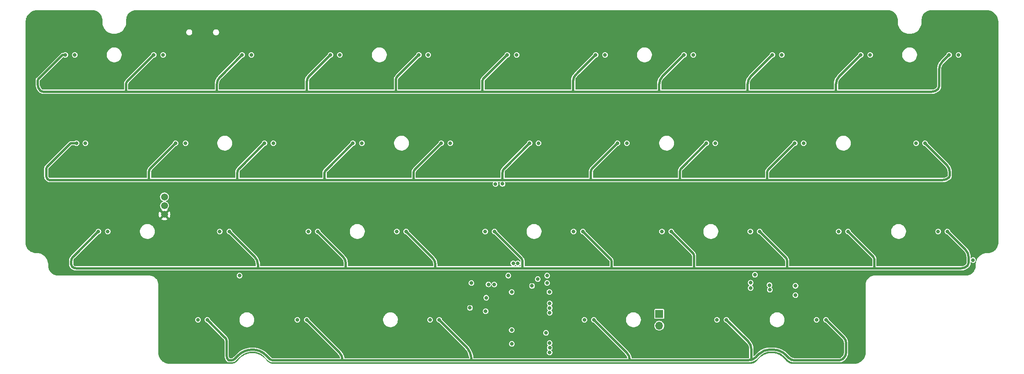
<source format=gbr>
%TF.GenerationSoftware,KiCad,Pcbnew,8.0.8*%
%TF.CreationDate,2025-03-01T19:04:33+01:00*%
%TF.ProjectId,travaulta HHKB,74726176-6175-46c7-9461-2048484b422e,rev?*%
%TF.SameCoordinates,Original*%
%TF.FileFunction,Copper,L2,Inr*%
%TF.FilePolarity,Positive*%
%FSLAX46Y46*%
G04 Gerber Fmt 4.6, Leading zero omitted, Abs format (unit mm)*
G04 Created by KiCad (PCBNEW 8.0.8) date 2025-03-01 19:04:33*
%MOMM*%
%LPD*%
G01*
G04 APERTURE LIST*
%TA.AperFunction,ComponentPad*%
%ADD10C,1.500000*%
%TD*%
%TA.AperFunction,ComponentPad*%
%ADD11R,1.700000X1.700000*%
%TD*%
%TA.AperFunction,ComponentPad*%
%ADD12O,1.700000X1.700000*%
%TD*%
%TA.AperFunction,ViaPad*%
%ADD13C,0.800000*%
%TD*%
%TA.AperFunction,Conductor*%
%ADD14C,0.500000*%
%TD*%
G04 APERTURE END LIST*
D10*
%TO.N,GND*%
%TO.C,J1*%
X74322402Y-91576772D03*
%TO.N,RGB*%
X74322402Y-89676772D03*
%TO.N,+5V*%
X74322402Y-87776772D03*
%TD*%
D11*
%TO.N,VBAT*%
%TO.C,SW38*%
X180975000Y-113025000D03*
D12*
%TO.N,BOOT0*%
X180975000Y-115565000D03*
%TD*%
D13*
%TO.N,GND*%
X114300000Y-68278054D03*
X135597207Y-104261223D03*
X74457450Y-102146851D03*
X151003000Y-99314000D03*
X111125000Y-107950000D03*
X96463710Y-101616045D03*
X153987500Y-92075000D03*
X177165000Y-109855000D03*
X81280000Y-57277000D03*
X79634279Y-102166606D03*
X153988003Y-102068356D03*
X82550000Y-49999000D03*
X177176938Y-83255788D03*
X183356250Y-119062500D03*
X87249000Y-80010000D03*
X117475000Y-68262500D03*
X47117000Y-76200000D03*
X131445000Y-101854000D03*
X207962500Y-104366597D03*
X103187500Y-83125992D03*
X226028066Y-101600000D03*
X119027099Y-64169317D03*
X77430000Y-51094000D03*
X178593750Y-104324688D03*
X175451935Y-104317849D03*
X231534211Y-101576668D03*
X84198075Y-57286253D03*
X107950000Y-68278054D03*
X137577839Y-104298443D03*
X182499000Y-80010000D03*
X92075000Y-117475000D03*
X117445381Y-65971118D03*
X117475491Y-121047612D03*
X65244068Y-83266471D03*
X113284000Y-114300000D03*
X171831000Y-101981000D03*
X120215418Y-83268437D03*
X156464799Y-64146969D03*
X144653000Y-76200000D03*
X233867827Y-64186346D03*
X158602637Y-85060062D03*
X144688580Y-83212362D03*
X88926415Y-65964205D03*
X142113000Y-110617000D03*
X213758720Y-65997413D03*
X194539821Y-104317849D03*
X175816362Y-65997905D03*
X214425221Y-102091428D03*
X101155500Y-83125992D03*
X75819000Y-120777000D03*
X215272292Y-83233441D03*
X173101000Y-95250000D03*
X141859000Y-80010000D03*
X121059099Y-64169317D03*
X152584000Y-112903000D03*
X144374097Y-116215501D03*
X158753070Y-104320989D03*
X137901311Y-64231533D03*
X47371000Y-50800000D03*
X121095883Y-65974574D03*
X192539949Y-102088341D03*
X82558981Y-83268437D03*
X234950000Y-61087000D03*
X60075298Y-64176230D03*
X160918079Y-102299291D03*
X177839421Y-64193631D03*
X139700000Y-57150000D03*
X99867728Y-65952852D03*
X88900000Y-68262500D03*
X215781779Y-64193139D03*
X154003054Y-85382318D03*
X190232918Y-104293450D03*
X122237500Y-118268750D03*
X120650491Y-121047612D03*
X158750000Y-57150000D03*
X139262558Y-85049380D03*
X99815881Y-64231533D03*
X111125000Y-65960003D03*
X141294558Y-85049380D03*
X142081250Y-106362500D03*
X142081250Y-107950000D03*
X197035308Y-64193631D03*
X122986934Y-104249644D03*
X63212068Y-83266471D03*
X215900000Y-57150000D03*
X187325000Y-102108000D03*
X197044249Y-65997905D03*
X117331079Y-107950000D03*
X114272348Y-65964205D03*
X196850000Y-57150000D03*
X106426000Y-76200000D03*
X98422526Y-65950379D03*
X123825000Y-65951243D03*
X92868750Y-107950000D03*
X86288880Y-104214561D03*
X65253009Y-85070745D03*
X231512224Y-97872127D03*
X120506079Y-107950000D03*
X144716101Y-85427602D03*
X143668750Y-104344178D03*
X92075000Y-104154757D03*
X206505152Y-107452269D03*
X159004000Y-110744000D03*
X209550000Y-101508785D03*
X138303000Y-101981000D03*
X120904000Y-101727000D03*
X78607665Y-65964205D03*
X144653000Y-72517000D03*
X125349000Y-80010000D03*
X77600359Y-104245177D03*
X233876768Y-65990620D03*
X177800000Y-53213000D03*
X82189797Y-64153271D03*
X188111837Y-104311833D03*
X251079000Y-50800000D03*
X85751415Y-65964205D03*
X199852839Y-121754293D03*
X127000000Y-68309162D03*
X92075000Y-68262500D03*
X234146640Y-85107708D03*
X101092000Y-101600000D03*
X173573173Y-104293450D03*
X134874000Y-95250000D03*
X67120529Y-102090937D03*
X111125000Y-104214561D03*
X196338366Y-83219809D03*
X77300138Y-108312928D03*
X133985000Y-101727000D03*
X92075000Y-65964205D03*
X51435000Y-95250000D03*
X96774000Y-95250000D03*
X251206000Y-63500000D03*
X140493750Y-104333809D03*
X80962500Y-60071000D03*
X222758000Y-120650000D03*
X231844768Y-65990620D03*
X124474829Y-107950000D03*
X244094000Y-69723000D03*
X158496799Y-64146969D03*
X184221378Y-107343390D03*
X172415783Y-107530039D03*
X130175000Y-68309162D03*
X160911418Y-104281020D03*
X217417014Y-104354056D03*
X164306250Y-104289692D03*
X187216121Y-107327344D03*
X179217879Y-85060062D03*
X98425000Y-68262500D03*
X95250000Y-68262500D03*
X49530000Y-69850000D03*
X60116776Y-66008155D03*
X98425491Y-121047612D03*
X101847881Y-64231533D03*
X104728337Y-104167899D03*
X87249000Y-72644000D03*
X127000000Y-65951243D03*
X75692000Y-48895000D03*
X177848362Y-65997905D03*
X116496665Y-104176446D03*
X133383834Y-65953835D03*
X139933311Y-64231533D03*
X236537500Y-101600000D03*
X111125000Y-68278054D03*
X87312500Y-107950000D03*
X85725000Y-68262500D03*
X175807421Y-64193631D03*
X123825000Y-68309162D03*
X136525000Y-68262500D03*
X192561494Y-104301005D03*
X175418750Y-107530039D03*
X234950000Y-53340000D03*
X181768750Y-104324688D03*
X118375427Y-104200845D03*
X95250000Y-65964205D03*
X103148167Y-85096043D03*
X153987500Y-88900000D03*
X182499000Y-72390000D03*
X234154774Y-83203271D03*
X82567922Y-85072711D03*
X101899728Y-65952852D03*
X107950000Y-104191230D03*
X133350000Y-68309162D03*
X161131250Y-107950000D03*
X232114640Y-85107708D03*
X178593750Y-107530039D03*
X141285617Y-83245106D03*
X101121020Y-104154757D03*
X175895000Y-101981000D03*
X119063883Y-65974574D03*
X207168750Y-101473000D03*
X198361068Y-85095059D03*
X150018750Y-88900000D03*
X115824000Y-99314000D03*
X247015000Y-89027000D03*
X137872571Y-65974082D03*
X84599922Y-85072711D03*
X141859000Y-72517000D03*
X156473740Y-65951243D03*
X217304292Y-83233441D03*
X132556250Y-104249644D03*
X160634637Y-85060062D03*
X68453000Y-76200000D03*
X201676000Y-76200000D03*
X146681488Y-64206158D03*
X192024000Y-91313000D03*
X231835827Y-64186346D03*
X120650000Y-53213000D03*
X77851000Y-95250000D03*
X158593696Y-83255788D03*
X197643750Y-104323931D03*
X224282000Y-80137000D03*
X160625696Y-83255788D03*
X115607034Y-101739495D03*
X124619241Y-121047612D03*
X170676988Y-104308377D03*
X115824000Y-91313000D03*
X146793645Y-104323439D03*
X122247418Y-83268437D03*
X147066000Y-107315000D03*
X77602279Y-102166606D03*
X120650000Y-60960000D03*
X121126329Y-68333618D03*
X220662500Y-104354056D03*
X114298033Y-104219745D03*
X153321343Y-104242074D03*
X215281233Y-85037715D03*
X183356250Y-109855000D03*
X232122774Y-83203271D03*
X158505740Y-65951243D03*
X126206250Y-104261223D03*
X196329068Y-85095059D03*
X130175000Y-65951243D03*
X213749779Y-64193139D03*
X144653000Y-67691000D03*
X229235000Y-95250000D03*
X65659000Y-76200000D03*
X147896567Y-109273002D03*
X62148776Y-66008155D03*
X101600000Y-57150000D03*
X153987500Y-99218750D03*
X78581250Y-68262500D03*
X122256359Y-85072711D03*
X169545000Y-101981000D03*
X99212437Y-104149937D03*
X243967000Y-85725000D03*
X139904571Y-65974082D03*
X89408000Y-48895000D03*
X224282000Y-72390000D03*
X125349000Y-72517000D03*
X148586409Y-83241559D03*
X67120529Y-104050751D03*
X195003308Y-64193631D03*
X185166000Y-114300000D03*
X157162500Y-99314000D03*
X101911437Y-68262500D03*
X104775000Y-65960003D03*
X189144827Y-108929415D03*
X163576000Y-76200000D03*
X195012249Y-65997905D03*
X120888576Y-104225245D03*
X63221009Y-85070745D03*
X211905460Y-101600000D03*
X158750000Y-107950000D03*
X74295000Y-99314000D03*
X144652281Y-64206158D03*
X144653000Y-80010000D03*
X251079000Y-95123000D03*
X148209000Y-101981000D03*
X157956250Y-88900000D03*
X107936174Y-65943466D03*
X114300491Y-121047612D03*
X179208938Y-83255788D03*
X98806000Y-50800000D03*
X211201000Y-95250000D03*
X231521000Y-91186000D03*
X146685000Y-72517000D03*
X98425000Y-108743750D03*
X206375000Y-118268750D03*
X167481250Y-104289692D03*
X62107298Y-64176230D03*
X217313233Y-85037715D03*
X78581250Y-63500000D03*
X146685000Y-80010000D03*
X120224359Y-85072711D03*
X198370366Y-83219809D03*
X181768750Y-107343390D03*
X74441896Y-104246652D03*
X190240765Y-102103407D03*
X214312500Y-104348659D03*
X129381250Y-104261223D03*
X84590981Y-83268437D03*
X188641422Y-121694338D03*
X101116167Y-85096043D03*
X114156079Y-107950000D03*
X84137500Y-68262500D03*
X87312500Y-63500000D03*
X104775000Y-68278054D03*
X136558834Y-65953835D03*
X227965000Y-76200000D03*
X184936837Y-104311833D03*
X246473566Y-101666909D03*
X79653498Y-104245177D03*
X177185879Y-85060062D03*
X70970165Y-102114268D03*
X223043750Y-108743750D03*
X203835000Y-114300000D03*
X204787500Y-104370593D03*
X211681401Y-104370102D03*
X139253617Y-83245106D03*
X246062500Y-76200000D03*
X92075000Y-101600000D03*
X146685000Y-67691000D03*
X228600000Y-101600000D03*
X54356000Y-88900000D03*
X177800000Y-60960000D03*
X215790720Y-65997413D03*
X139953601Y-68350091D03*
X228600000Y-98425000D03*
X87653038Y-51101306D03*
X84074000Y-69850000D03*
X177165000Y-119062500D03*
%TO.N,APLEX_OUT_PIN_0*%
X210352632Y-106976214D03*
X156787000Y-106362500D03*
X156787000Y-104775000D03*
X148431250Y-104775000D03*
X140493750Y-106362500D03*
X140168917Y-111725196D03*
%TO.N,ROW0*%
X243459000Y-57150000D03*
X110109000Y-57150000D03*
X186309000Y-57150000D03*
X148209000Y-57150000D03*
X167259000Y-57150000D03*
X224409000Y-57150000D03*
X129159000Y-57150000D03*
X72009000Y-57150000D03*
X52959000Y-57150000D03*
X91059000Y-57150000D03*
X149495497Y-102108000D03*
X145669000Y-84987000D03*
X205359000Y-57150000D03*
%TO.N,ROW1*%
X55372000Y-76200000D03*
X191135000Y-76200000D03*
X133985000Y-76200000D03*
X147189272Y-84974626D03*
X76708000Y-76200000D03*
X153035000Y-76200000D03*
X210185000Y-76200000D03*
X171958000Y-76200000D03*
X114935000Y-76200000D03*
X150495000Y-102108000D03*
X238252000Y-76200000D03*
X95885000Y-76200000D03*
%TO.N,VBAT*%
X149155000Y-108331000D03*
X201599534Y-104576503D03*
X149158000Y-116524000D03*
X153545858Y-106982709D03*
X156556000Y-117129000D03*
X149189578Y-119489093D03*
X157291782Y-108302925D03*
X90487500Y-104775000D03*
X154781250Y-105533209D03*
%TO.N,COL0*%
X62103000Y-95250000D03*
X54991000Y-57150000D03*
X57277000Y-76200000D03*
%TO.N,COL1*%
X74041000Y-57150000D03*
X81550000Y-114300000D03*
X86233000Y-95250000D03*
X78867000Y-76200000D03*
%TO.N,COL2*%
X93075000Y-57150000D03*
X105362500Y-95250000D03*
X97790000Y-76200000D03*
X102980000Y-114300000D03*
%TO.N,COL3*%
X124412500Y-95250000D03*
X116887500Y-76200000D03*
X131555000Y-114300000D03*
X112125000Y-57150000D03*
%TO.N,COL4*%
X143462500Y-95250000D03*
X135937500Y-76200000D03*
X131175000Y-57150000D03*
%TO.N,COL5*%
X150241000Y-57150000D03*
X162512500Y-95250000D03*
X164846000Y-114300000D03*
X154940000Y-76200000D03*
%TO.N,COL6*%
X169291000Y-57150000D03*
X173990000Y-76200000D03*
X181562500Y-95250000D03*
X204755969Y-106823574D03*
X200668410Y-107440416D03*
%TO.N,COL7*%
X188325000Y-57150000D03*
X200674646Y-106307080D03*
X200612500Y-95250000D03*
X193421000Y-114300000D03*
X204787500Y-107822580D03*
X193040000Y-76200000D03*
%TO.N,COL8*%
X207391000Y-57150000D03*
X214884000Y-114300000D03*
X219662500Y-95250000D03*
X212090000Y-76200000D03*
%TO.N,COL9*%
X241095000Y-95250000D03*
X226441000Y-57150000D03*
X236347000Y-76200000D03*
%TO.N,ROW2*%
X164512500Y-95250000D03*
X221662500Y-95250000D03*
X126412500Y-95250000D03*
X243078000Y-95250000D03*
X202612500Y-95250000D03*
X107362500Y-95250000D03*
X145462500Y-95250000D03*
X60071000Y-95250000D03*
X88312500Y-95250000D03*
X183562500Y-95250000D03*
%TO.N,ROW3*%
X144157368Y-106657415D03*
X104980000Y-114300000D03*
X143668750Y-109537500D03*
X195453000Y-114300000D03*
X216916000Y-114300000D03*
X166878000Y-114300000D03*
X133555000Y-114300000D03*
X83550000Y-114300000D03*
%TO.N,AMUX_SEL_2*%
X157348680Y-121365408D03*
X157353000Y-110744000D03*
%TO.N,AMUX_SEL_1*%
X157357299Y-111755701D03*
X157364941Y-120356364D03*
%TO.N,AMUX_SEL_0*%
X157353500Y-119342500D03*
X157353000Y-112776000D03*
%TO.N,APLEX_EN_PIN_1*%
X145415000Y-106680000D03*
X210343750Y-108997080D03*
%TO.N,RGB*%
X143556286Y-112448643D03*
%TO.N,COL10*%
X245491000Y-57150000D03*
X248602500Y-101409500D03*
%TD*%
D14*
%TO.N,ROW0*%
X105029000Y-65016873D02*
X105029000Y-62836167D01*
X200025000Y-65087500D02*
X200025000Y-63449377D01*
X219075000Y-65087500D02*
X200025000Y-65087500D01*
X85725000Y-65087500D02*
X85613875Y-64976375D01*
X48158100Y-65087500D02*
X66078529Y-65087500D01*
X47147154Y-62326845D02*
X52324000Y-57150000D01*
X200025000Y-65087500D02*
X180975000Y-65087500D01*
X219075000Y-65087500D02*
X239712500Y-65087500D01*
X86253718Y-61955282D02*
X91059000Y-57150000D01*
X142875000Y-65087500D02*
X124204966Y-65087500D01*
X241300000Y-63964968D02*
X241300000Y-60274377D01*
X219075000Y-65087500D02*
X219075000Y-63449377D01*
X143032154Y-62326845D02*
X148209000Y-57150000D01*
X124204966Y-65087500D02*
X124206000Y-65086466D01*
X52324000Y-57150000D02*
X52959000Y-57150000D01*
X124206000Y-65086466D02*
X124206000Y-62529562D01*
X162949365Y-61459636D02*
X163401375Y-61007625D01*
X66040000Y-65048971D02*
X66078529Y-65087500D01*
X180975000Y-65087500D02*
X180975000Y-63449377D01*
X66040000Y-63500000D02*
X66040000Y-65048971D01*
X181657625Y-61801375D02*
X186309000Y-57150000D01*
X162433000Y-62706250D02*
X162433000Y-65027535D01*
X46990000Y-63500000D02*
X46990000Y-62706250D01*
X66309408Y-62849593D02*
X72009000Y-57150000D01*
X124204966Y-65087500D02*
X105099627Y-65087500D01*
X85613875Y-64976375D02*
X85613875Y-63500000D01*
X241982625Y-58626375D02*
X243459000Y-57150000D01*
X200707625Y-61801375D02*
X205359000Y-57150000D01*
X142875000Y-62706250D02*
X142875000Y-65087500D01*
X167259000Y-57150000D02*
X163401375Y-61007625D01*
X105457625Y-61801375D02*
X110109000Y-57150000D01*
X66078529Y-65087500D02*
X85725000Y-65087500D01*
X162373035Y-65087500D02*
X142875000Y-65087500D01*
X105099627Y-65087500D02*
X105029000Y-65016873D01*
X162433000Y-65027535D02*
X162373035Y-65087500D01*
X219757625Y-61801375D02*
X224409000Y-57150000D01*
X105099627Y-65087500D02*
X85725000Y-65087500D01*
X180975000Y-65087500D02*
X162373035Y-65087500D01*
X124507625Y-61801375D02*
X129159000Y-57150000D01*
X46990000Y-62706250D02*
G75*
G02*
X47147171Y-62326862I536600J-50D01*
G01*
X241300000Y-60274377D02*
G75*
G02*
X241982642Y-58626392I2330600J-23D01*
G01*
X180975000Y-63449377D02*
G75*
G02*
X181657642Y-61801392I2330600J-23D01*
G01*
X162433000Y-62706250D02*
G75*
G02*
X162949335Y-61459606I1763000J50D01*
G01*
X66040000Y-63500000D02*
G75*
G02*
X66309411Y-62849596I919800J0D01*
G01*
X239712500Y-65087500D02*
G75*
G03*
X241067520Y-64526238I0J1916300D01*
G01*
X200025000Y-63449377D02*
G75*
G02*
X200707642Y-61801392I2330600J-23D01*
G01*
X47541829Y-64832232D02*
G75*
G03*
X48158100Y-65087511I616271J616232D01*
G01*
X142875000Y-62706250D02*
G75*
G02*
X143032171Y-62326862I536600J-50D01*
G01*
X47541829Y-64832232D02*
G75*
G02*
X46990012Y-63500000I1332271J1332232D01*
G01*
X105029000Y-62836167D02*
G75*
G02*
X105457645Y-61801395I1463400J-33D01*
G01*
X85613875Y-63500000D02*
G75*
G02*
X86253726Y-61955290I2184525J0D01*
G01*
X219075000Y-63449377D02*
G75*
G02*
X219757642Y-61801392I2330600J-23D01*
G01*
X124206000Y-62529562D02*
G75*
G02*
X124507646Y-61801396I1029800J-38D01*
G01*
X241067516Y-64526234D02*
G75*
G03*
X241299963Y-63964968I-561316J561234D01*
G01*
%TO.N,ROW1*%
X49212500Y-84020665D02*
X49040744Y-83848909D01*
X204311566Y-84137500D02*
X242093750Y-84137500D01*
X147238308Y-84137500D02*
X147193000Y-84092192D01*
X242951000Y-80899000D02*
X238252000Y-76200000D01*
X90138914Y-84137500D02*
X90043000Y-84041586D01*
X166299158Y-84137500D02*
X166243000Y-84081342D01*
X128027327Y-84137500D02*
X147238308Y-84137500D01*
X71065829Y-84137500D02*
X90138914Y-84137500D01*
X90043000Y-84041586D02*
X90043000Y-82550000D01*
X128016000Y-84126173D02*
X128027327Y-84137500D01*
X147238308Y-84137500D02*
X166299158Y-84137500D01*
X128016000Y-82550000D02*
X128016000Y-84126173D01*
X70993000Y-84064671D02*
X70993000Y-82341562D01*
X71294625Y-81613375D02*
X76708000Y-76200000D01*
X166299158Y-84137500D02*
X185453222Y-84137500D01*
X243586000Y-83244922D02*
X243586000Y-82432025D01*
X109018605Y-82116395D02*
X114935000Y-76200000D01*
X204485408Y-81899593D02*
X210185000Y-76200000D01*
X109022879Y-84137500D02*
X128027327Y-84137500D01*
X90402210Y-81682790D02*
X95885000Y-76200000D01*
X54102000Y-76200000D02*
X55372000Y-76200000D01*
X128285408Y-81899593D02*
X133985000Y-76200000D01*
X109022879Y-84137500D02*
X108839000Y-83953621D01*
X204216000Y-84041934D02*
X204311566Y-84137500D01*
X185658125Y-81676875D02*
X191135000Y-76200000D01*
X49033556Y-81268444D02*
X54102000Y-76200000D01*
X166544625Y-81613375D02*
X171958000Y-76200000D01*
X185453222Y-84137500D02*
X204311566Y-84137500D01*
X185420000Y-84104278D02*
X185420000Y-82251759D01*
X204216000Y-82550000D02*
X204216000Y-84041934D01*
X166243000Y-84081342D02*
X166243000Y-82341562D01*
X108839000Y-83953621D02*
X108839000Y-82550000D01*
X185453222Y-84137500D02*
X185420000Y-84104278D01*
X71065829Y-84137500D02*
X70993000Y-84064671D01*
X48831500Y-83343750D02*
X48831500Y-81756250D01*
X147552210Y-81682790D02*
X153035000Y-76200000D01*
X71065829Y-84137500D02*
X49494564Y-84137500D01*
X90138914Y-84137500D02*
X109022879Y-84137500D01*
X147193000Y-84092192D02*
X147193000Y-82550000D01*
X204216000Y-82550000D02*
G75*
G02*
X204485411Y-81899596I919800J0D01*
G01*
X242093750Y-84137500D02*
G75*
G03*
X243448795Y-83576263I50J1916300D01*
G01*
X243586000Y-82432025D02*
G75*
G03*
X242951008Y-80898992I-2168000J25D01*
G01*
X70993000Y-82341562D02*
G75*
G02*
X71294646Y-81613396I1029800J-38D01*
G01*
X243448766Y-83576234D02*
G75*
G03*
X243586029Y-83244922I-331266J331334D01*
G01*
X49494564Y-84137500D02*
G75*
G02*
X49212518Y-84020647I36J398900D01*
G01*
X90043000Y-82550000D02*
G75*
G02*
X90402214Y-81682794I1226400J0D01*
G01*
X147193000Y-82550000D02*
G75*
G02*
X147552214Y-81682794I1226400J0D01*
G01*
X108839000Y-82550000D02*
G75*
G02*
X109018607Y-82116397I613200J0D01*
G01*
X48831500Y-81756250D02*
G75*
G02*
X49033573Y-81268461I689900J-50D01*
G01*
X166243000Y-82341562D02*
G75*
G02*
X166544646Y-81613396I1029800J-38D01*
G01*
X185420000Y-82251759D02*
G75*
G02*
X185658147Y-81676897I813000J-41D01*
G01*
X49040744Y-83848909D02*
G75*
G02*
X48831535Y-83343750I505156J505109D01*
G01*
X128016000Y-82550000D02*
G75*
G02*
X128285411Y-81899596I919800J0D01*
G01*
%TO.N,ROW2*%
X188221875Y-99909375D02*
X183562500Y-95250000D01*
X54229000Y-101600000D02*
X54229000Y-102393750D01*
X145462500Y-95250000D02*
X151297807Y-101085308D01*
X55278070Y-103187500D02*
X94456250Y-103187500D01*
X132715000Y-102393750D02*
X132715000Y-103187500D01*
X170688000Y-103187500D02*
X188118750Y-103187500D01*
X126412500Y-95250000D02*
X132120146Y-100957647D01*
X170564610Y-101302110D02*
X164512500Y-95250000D01*
X113411000Y-103187500D02*
X113411000Y-102140487D01*
X208065625Y-100703125D02*
X202612500Y-95250000D01*
X208231005Y-100868504D02*
X208065625Y-100703125D01*
X188468000Y-103187500D02*
X188468000Y-100503573D01*
X170688000Y-103187500D02*
X170688000Y-101600000D01*
X151511000Y-101600000D02*
X151511000Y-103187500D01*
X246954030Y-99126030D02*
X243078000Y-95250000D01*
X227115625Y-100703125D02*
X221662500Y-95250000D01*
X188118750Y-103187500D02*
X188468000Y-103187500D01*
X60071000Y-95250000D02*
X54588210Y-100732790D01*
X208534000Y-101600000D02*
X208534000Y-103187500D01*
X188118750Y-103187500D02*
X208534000Y-103187500D01*
X94456250Y-103187500D02*
X94456250Y-102370441D01*
X113411000Y-103187500D02*
X132715000Y-103187500D01*
X247650000Y-102064968D02*
X247650000Y-100806250D01*
X93765625Y-100703125D02*
X88312500Y-95250000D01*
X94456250Y-103187500D02*
X113411000Y-103187500D01*
X132715000Y-103187500D02*
X151511000Y-103187500D01*
X227330000Y-103187500D02*
X246062500Y-103187500D01*
X208534000Y-103187500D02*
X227330000Y-103187500D01*
X151511000Y-103187500D02*
X170688000Y-103187500D01*
X227330000Y-103187500D02*
X227330000Y-101220672D01*
X112815625Y-100703125D02*
X107362500Y-95250000D01*
X54229000Y-102393750D02*
G75*
G03*
X54408633Y-102827329I613200J50D01*
G01*
X54408606Y-102827356D02*
G75*
G03*
X55278070Y-103187523I869494J869456D01*
G01*
X246062500Y-103187500D02*
G75*
G03*
X247417520Y-102626238I0J1916300D01*
G01*
X94456250Y-102370441D02*
G75*
G03*
X93765647Y-100703103I-2357950J41D01*
G01*
X208534000Y-101600000D02*
G75*
G03*
X208231006Y-100868503I-1034500J0D01*
G01*
X247417516Y-102626234D02*
G75*
G03*
X247649963Y-102064968I-561316J561234D01*
G01*
X188468000Y-100503573D02*
G75*
G03*
X188221857Y-99909393I-840300J-27D01*
G01*
X170688000Y-101600000D02*
G75*
G03*
X170564614Y-101302106I-421300J0D01*
G01*
X113411000Y-102140487D02*
G75*
G03*
X112815611Y-100703139I-2032700J-13D01*
G01*
X54588210Y-100732790D02*
G75*
G03*
X54228994Y-101600000I867190J-867210D01*
G01*
X132715000Y-102393750D02*
G75*
G03*
X132120160Y-100957633I-2030900J50D01*
G01*
X227330000Y-101220672D02*
G75*
G03*
X227115606Y-100703144I-731900J-28D01*
G01*
X247650000Y-100806250D02*
G75*
G03*
X246954007Y-99126053I-2376200J-50D01*
G01*
X151511000Y-101600000D02*
G75*
G03*
X151297811Y-101085304I-727900J0D01*
G01*
%TO.N,ROW3*%
X216916000Y-114300000D02*
X220773625Y-118157625D01*
X201886421Y-122312830D02*
X202565000Y-121634250D01*
X104980000Y-114300000D02*
X112006277Y-121326277D01*
X87717160Y-118893594D02*
X87717160Y-122015253D01*
X133555000Y-114300000D02*
X139226261Y-119971261D01*
X140493750Y-123031250D02*
X174625000Y-123031250D01*
X112712500Y-123031250D02*
X140493750Y-123031250D01*
X97557790Y-123031250D02*
X112712500Y-123031250D01*
X220837125Y-122412125D02*
X220440250Y-122809000D01*
X200152000Y-123031250D02*
X174625000Y-123031250D01*
X96163434Y-121912683D02*
X97086987Y-122836237D01*
X83550000Y-114300000D02*
X87415625Y-118165625D01*
X205486000Y-120745250D02*
X204711235Y-120745250D01*
X166878000Y-114300000D02*
X173929030Y-121351030D01*
X89587605Y-122597645D02*
X90170000Y-122015250D01*
X195453000Y-114300000D02*
X200152000Y-118999000D01*
X208978500Y-122586750D02*
X208304434Y-121912683D01*
X89423407Y-122761842D02*
X89587605Y-122597645D01*
X200818750Y-120608676D02*
X200818750Y-122938889D01*
X88138000Y-123031250D02*
X88773000Y-123031250D01*
X219903692Y-123031250D02*
X210051617Y-123031250D01*
X221234000Y-119269068D02*
X221234000Y-121453984D01*
X93236051Y-120745250D02*
X93345000Y-120745250D01*
X173929030Y-121351030D02*
G75*
G02*
X174625032Y-123031250I-1680230J-1680270D01*
G01*
X210051617Y-123031250D02*
G75*
G02*
X208978484Y-122586766I-17J1517650D01*
G01*
X220440250Y-122809000D02*
G75*
G02*
X219903692Y-123031232I-536550J536600D01*
G01*
X88773000Y-123031250D02*
G75*
G03*
X89423415Y-122761850I0J919850D01*
G01*
X87717160Y-122015253D02*
G75*
G03*
X88137976Y-123031274I1436840J-47D01*
G01*
X221234000Y-121453984D02*
G75*
G02*
X220837130Y-122412130I-1355000J-16D01*
G01*
X112006277Y-121326277D02*
G75*
G02*
X112712534Y-123031250I-1704977J-1705023D01*
G01*
X139226261Y-119971261D02*
G75*
G02*
X140493794Y-123031250I-3059961J-3060039D01*
G01*
X87415625Y-118165625D02*
G75*
G02*
X87717177Y-118893594I-727925J-727975D01*
G01*
X97086987Y-122836237D02*
G75*
G03*
X97557790Y-123031247I470813J470837D01*
G01*
X220773625Y-118157625D02*
G75*
G02*
X221234028Y-119269068I-1111425J-1111475D01*
G01*
X200152000Y-118999000D02*
G75*
G02*
X200818760Y-120608676I-1609700J-1609700D01*
G01*
X201886421Y-122312830D02*
G75*
G02*
X200152000Y-123031248I-1734421J1734430D01*
G01*
X204711235Y-120745250D02*
G75*
G03*
X202564979Y-121634229I-35J-3035250D01*
G01*
X208304434Y-121912683D02*
G75*
G03*
X205486000Y-120745244I-2818434J-2818417D01*
G01*
X90170000Y-122015250D02*
G75*
G02*
X93236051Y-120745286I3066000J-3066050D01*
G01*
X93345000Y-120745250D02*
G75*
G02*
X96163430Y-121912687I0J-3985850D01*
G01*
%TD*%
%TA.AperFunction,Conductor*%
%TO.N,GND*%
G36*
X58750000Y-47475001D02*
G01*
X58893381Y-47477345D01*
X58894685Y-47477440D01*
X59178904Y-47514859D01*
X59180400Y-47515157D01*
X59457195Y-47589324D01*
X59458624Y-47589809D01*
X59723367Y-47699469D01*
X59724731Y-47700141D01*
X59972900Y-47843421D01*
X59972902Y-47843422D01*
X59974172Y-47844271D01*
X60201507Y-48018712D01*
X60201509Y-48018713D01*
X60202659Y-48019722D01*
X60405277Y-48222340D01*
X60406286Y-48223490D01*
X60580726Y-48450824D01*
X60581577Y-48452097D01*
X60724856Y-48700264D01*
X60725532Y-48701637D01*
X60795737Y-48871128D01*
X60835185Y-48966364D01*
X60835186Y-48966365D01*
X60835678Y-48967814D01*
X60909841Y-49244597D01*
X60910140Y-49246098D01*
X60947557Y-49530298D01*
X60947655Y-49531634D01*
X60949997Y-49674877D01*
X60949999Y-49675068D01*
X60949999Y-50074999D01*
X60950822Y-50127407D01*
X60952516Y-50235268D01*
X60992693Y-50553284D01*
X60992696Y-50553304D01*
X61072411Y-50863760D01*
X61072415Y-50863775D01*
X61190412Y-51161794D01*
X61190414Y-51161798D01*
X61190416Y-51161803D01*
X61190417Y-51161804D01*
X61344845Y-51442705D01*
X61533248Y-51702017D01*
X61533260Y-51702032D01*
X61678389Y-51856577D01*
X61752686Y-51935694D01*
X61999672Y-52140017D01*
X62270319Y-52311774D01*
X62320353Y-52335318D01*
X62560358Y-52448256D01*
X62560363Y-52448258D01*
X62865203Y-52547306D01*
X62865205Y-52547306D01*
X62865216Y-52547310D01*
X63117111Y-52595361D01*
X63180084Y-52607374D01*
X63199019Y-52608565D01*
X63499999Y-52627501D01*
X63819914Y-52607374D01*
X64134783Y-52547310D01*
X64439641Y-52448256D01*
X64729680Y-52311774D01*
X64894494Y-52207181D01*
X79009500Y-52207181D01*
X79009500Y-52335318D01*
X79034499Y-52460994D01*
X79083534Y-52579375D01*
X79083538Y-52579383D01*
X79154723Y-52685918D01*
X79154726Y-52685922D01*
X79245327Y-52776523D01*
X79245331Y-52776526D01*
X79351866Y-52847711D01*
X79351870Y-52847713D01*
X79351873Y-52847715D01*
X79470256Y-52896751D01*
X79595931Y-52921750D01*
X79595932Y-52921750D01*
X79724068Y-52921750D01*
X79724069Y-52921750D01*
X79849744Y-52896751D01*
X79968127Y-52847715D01*
X80074669Y-52776526D01*
X80165276Y-52685919D01*
X80236465Y-52579377D01*
X80285501Y-52460994D01*
X80310500Y-52335319D01*
X80310500Y-52207181D01*
X84789500Y-52207181D01*
X84789500Y-52335318D01*
X84814499Y-52460994D01*
X84863534Y-52579375D01*
X84863538Y-52579383D01*
X84934723Y-52685918D01*
X84934726Y-52685922D01*
X85025327Y-52776523D01*
X85025331Y-52776526D01*
X85131866Y-52847711D01*
X85131870Y-52847713D01*
X85131873Y-52847715D01*
X85250256Y-52896751D01*
X85375931Y-52921750D01*
X85375932Y-52921750D01*
X85504068Y-52921750D01*
X85504069Y-52921750D01*
X85629744Y-52896751D01*
X85748127Y-52847715D01*
X85854669Y-52776526D01*
X85945276Y-52685919D01*
X86016465Y-52579377D01*
X86065501Y-52460994D01*
X86090500Y-52335319D01*
X86090500Y-52207181D01*
X86065501Y-52081506D01*
X86016465Y-51963123D01*
X86016463Y-51963120D01*
X86016461Y-51963116D01*
X85945276Y-51856581D01*
X85945273Y-51856577D01*
X85854672Y-51765976D01*
X85854668Y-51765973D01*
X85748133Y-51694788D01*
X85748125Y-51694784D01*
X85629744Y-51645749D01*
X85504069Y-51620750D01*
X85375931Y-51620750D01*
X85313093Y-51633249D01*
X85250255Y-51645749D01*
X85131874Y-51694784D01*
X85131866Y-51694788D01*
X85025331Y-51765973D01*
X85025327Y-51765976D01*
X84934726Y-51856577D01*
X84934723Y-51856581D01*
X84863538Y-51963116D01*
X84863534Y-51963124D01*
X84814499Y-52081505D01*
X84789500Y-52207181D01*
X80310500Y-52207181D01*
X80285501Y-52081506D01*
X80236465Y-51963123D01*
X80236463Y-51963120D01*
X80236461Y-51963116D01*
X80165276Y-51856581D01*
X80165273Y-51856577D01*
X80074672Y-51765976D01*
X80074668Y-51765973D01*
X79968133Y-51694788D01*
X79968125Y-51694784D01*
X79849744Y-51645749D01*
X79724069Y-51620750D01*
X79595931Y-51620750D01*
X79533093Y-51633249D01*
X79470255Y-51645749D01*
X79351874Y-51694784D01*
X79351866Y-51694788D01*
X79245331Y-51765973D01*
X79245327Y-51765976D01*
X79154726Y-51856577D01*
X79154723Y-51856581D01*
X79083538Y-51963116D01*
X79083534Y-51963124D01*
X79034499Y-52081505D01*
X79009500Y-52207181D01*
X64894494Y-52207181D01*
X65000327Y-52140018D01*
X65247314Y-51935694D01*
X65466744Y-51702027D01*
X65655155Y-51442705D01*
X65655155Y-51442703D01*
X65655158Y-51442700D01*
X65809584Y-51161804D01*
X65927570Y-50863812D01*
X65927584Y-50863776D01*
X65927584Y-50863774D01*
X65927587Y-50863768D01*
X66007297Y-50553327D01*
X66007303Y-50553305D01*
X66007303Y-50553301D01*
X66007306Y-50553292D01*
X66047483Y-50235273D01*
X66050000Y-50075000D01*
X66050000Y-49675068D01*
X66050002Y-49674877D01*
X66052343Y-49531617D01*
X66052438Y-49530315D01*
X66089857Y-49246093D01*
X66090156Y-49244597D01*
X66164323Y-48967799D01*
X66164806Y-48966378D01*
X66274470Y-48701625D01*
X66275141Y-48700264D01*
X66418435Y-48452072D01*
X66419256Y-48450844D01*
X66593721Y-48223476D01*
X66594709Y-48222350D01*
X66797346Y-48019713D01*
X66798478Y-48018719D01*
X67025830Y-47844266D01*
X67027086Y-47843426D01*
X67275272Y-47700136D01*
X67276627Y-47699470D01*
X67541378Y-47589806D01*
X67542799Y-47589323D01*
X67819601Y-47515154D01*
X67821092Y-47514857D01*
X68105314Y-47477438D01*
X68106616Y-47477343D01*
X68249877Y-47475001D01*
X68250068Y-47474999D01*
X230199932Y-47474999D01*
X230200123Y-47475001D01*
X230343382Y-47477344D01*
X230344686Y-47477439D01*
X230628905Y-47514858D01*
X230630401Y-47515156D01*
X230907196Y-47589323D01*
X230908625Y-47589808D01*
X231141546Y-47686287D01*
X231173370Y-47699470D01*
X231174733Y-47700141D01*
X231422919Y-47843432D01*
X231424161Y-47844262D01*
X231651515Y-48018716D01*
X231652657Y-48019718D01*
X231855277Y-48222338D01*
X231856286Y-48223488D01*
X232030731Y-48450829D01*
X232031575Y-48452092D01*
X232174854Y-48700257D01*
X232175530Y-48701630D01*
X232272295Y-48935241D01*
X232285186Y-48966364D01*
X232285187Y-48966365D01*
X232285679Y-48967814D01*
X232359842Y-49244597D01*
X232360141Y-49246098D01*
X232397558Y-49530298D01*
X232397656Y-49531634D01*
X232399998Y-49674877D01*
X232400000Y-49675068D01*
X232400000Y-50075000D01*
X232402411Y-50235281D01*
X232435102Y-50494059D01*
X232442587Y-50553307D01*
X232442590Y-50553327D01*
X232522306Y-50863798D01*
X232522310Y-50863813D01*
X232640311Y-51161846D01*
X232640316Y-51161857D01*
X232794748Y-51442769D01*
X232983161Y-51702096D01*
X232983173Y-51702111D01*
X233202522Y-51935694D01*
X233202607Y-51935784D01*
X233449604Y-52140118D01*
X233449606Y-52140119D01*
X233720089Y-52311773D01*
X233720263Y-52311883D01*
X234010069Y-52448256D01*
X234010316Y-52448372D01*
X234010321Y-52448374D01*
X234315175Y-52547427D01*
X234315177Y-52547427D01*
X234315188Y-52547431D01*
X234567095Y-52595484D01*
X234630071Y-52607498D01*
X234650199Y-52608764D01*
X234950001Y-52627626D01*
X235269929Y-52607498D01*
X235584813Y-52547430D01*
X235788061Y-52481390D01*
X235889679Y-52448373D01*
X235889679Y-52448372D01*
X235889685Y-52448371D01*
X236179738Y-52311883D01*
X236450396Y-52140117D01*
X236697393Y-51935784D01*
X236916833Y-51702104D01*
X237105254Y-51442765D01*
X237259685Y-51161855D01*
X237350653Y-50932094D01*
X237377689Y-50863812D01*
X237377689Y-50863810D01*
X237377692Y-50863804D01*
X237433685Y-50645723D01*
X237457409Y-50553326D01*
X237457409Y-50553322D01*
X237457412Y-50553313D01*
X237497589Y-50235280D01*
X237500001Y-50074999D01*
X237500001Y-49675068D01*
X237500003Y-49674877D01*
X237501119Y-49606591D01*
X237502345Y-49531617D01*
X237502440Y-49530315D01*
X237539859Y-49246093D01*
X237540158Y-49244597D01*
X237614325Y-48967800D01*
X237614808Y-48966379D01*
X237724472Y-48701626D01*
X237725137Y-48700274D01*
X237868427Y-48452088D01*
X237869270Y-48450829D01*
X238043720Y-48223480D01*
X238044714Y-48222348D01*
X238247348Y-48019714D01*
X238248480Y-48018720D01*
X238475832Y-47844267D01*
X238477088Y-47843427D01*
X238725274Y-47700137D01*
X238726626Y-47699472D01*
X238991379Y-47589808D01*
X238992800Y-47589325D01*
X239269602Y-47515156D01*
X239271093Y-47514859D01*
X239555315Y-47477440D01*
X239556617Y-47477345D01*
X239700000Y-47475001D01*
X251474897Y-47474999D01*
X251475067Y-47475000D01*
X251477266Y-47475031D01*
X251631527Y-47477269D01*
X251632731Y-47477350D01*
X251943421Y-47515074D01*
X251944783Y-47515324D01*
X252248566Y-47590200D01*
X252249887Y-47590611D01*
X252542436Y-47701560D01*
X252543706Y-47702132D01*
X252820735Y-47847528D01*
X252821934Y-47848253D01*
X253070348Y-48019721D01*
X253079404Y-48025972D01*
X253080515Y-48026842D01*
X253314698Y-48234309D01*
X253315693Y-48235304D01*
X253523156Y-48469481D01*
X253524027Y-48470594D01*
X253682556Y-48700264D01*
X253701742Y-48728059D01*
X253702473Y-48729268D01*
X253827283Y-48967075D01*
X253847862Y-49006284D01*
X253848441Y-49007570D01*
X253938903Y-49246098D01*
X253959383Y-49300097D01*
X253959803Y-49301446D01*
X254034672Y-49605201D01*
X254034927Y-49606591D01*
X254072647Y-49917249D01*
X254072731Y-49918489D01*
X254074999Y-50074917D01*
X254075000Y-50075087D01*
X254075000Y-97683931D01*
X254074998Y-97684122D01*
X254072656Y-97827365D01*
X254072558Y-97828701D01*
X254035141Y-98112901D01*
X254034842Y-98114402D01*
X253960679Y-98391185D01*
X253960187Y-98392634D01*
X253850530Y-98657369D01*
X253849854Y-98658742D01*
X253706574Y-98906908D01*
X253705728Y-98908175D01*
X253531290Y-99135507D01*
X253530281Y-99136657D01*
X253327657Y-99339281D01*
X253326506Y-99340290D01*
X253099183Y-99514722D01*
X253099175Y-99514728D01*
X253097908Y-99515574D01*
X252967598Y-99590810D01*
X252849742Y-99658854D01*
X252848369Y-99659530D01*
X252583634Y-99769187D01*
X252582185Y-99769679D01*
X252305402Y-99843842D01*
X252303901Y-99844141D01*
X252019701Y-99881558D01*
X252018365Y-99881656D01*
X251875122Y-99883998D01*
X251874931Y-99884000D01*
X251734375Y-99884000D01*
X251591269Y-99886045D01*
X251580260Y-99886203D01*
X251443490Y-99902806D01*
X251274280Y-99923349D01*
X251274278Y-99923349D01*
X251274273Y-99923350D01*
X250975010Y-99997106D01*
X250975006Y-99997107D01*
X250798939Y-100063878D01*
X250686809Y-100106402D01*
X250686805Y-100106403D01*
X250686805Y-100106404D01*
X250413890Y-100249637D01*
X250413882Y-100249641D01*
X250160222Y-100424729D01*
X250157118Y-100427479D01*
X249929508Y-100629125D01*
X249929506Y-100629127D01*
X249929504Y-100629129D01*
X249725120Y-100859834D01*
X249725116Y-100859839D01*
X249550028Y-101113503D01*
X249550024Y-101113511D01*
X249406794Y-101386426D01*
X249297500Y-101674629D01*
X249297499Y-101674633D01*
X249223744Y-101973899D01*
X249197914Y-102186696D01*
X249186602Y-102279885D01*
X249184964Y-102393232D01*
X249184374Y-102434013D01*
X249184374Y-102574932D01*
X249184372Y-102575122D01*
X249182047Y-102718361D01*
X249181949Y-102719699D01*
X249144523Y-103003896D01*
X249144224Y-103005397D01*
X249070052Y-103282176D01*
X249069560Y-103283625D01*
X248959896Y-103548360D01*
X248959219Y-103549732D01*
X248815944Y-103797880D01*
X248815094Y-103799153D01*
X248640648Y-104026489D01*
X248639639Y-104027639D01*
X248437022Y-104230254D01*
X248435872Y-104231263D01*
X248208533Y-104405707D01*
X248207260Y-104406557D01*
X247959110Y-104549829D01*
X247957738Y-104550506D01*
X247693001Y-104660169D01*
X247691551Y-104660661D01*
X247414774Y-104734828D01*
X247413274Y-104735127D01*
X247129076Y-104772551D01*
X247127740Y-104772649D01*
X246984497Y-104774996D01*
X246984305Y-104774998D01*
X227299991Y-104774998D01*
X227171432Y-104777292D01*
X227171426Y-104777292D01*
X226979801Y-104804844D01*
X226916893Y-104813889D01*
X226916891Y-104813889D01*
X226916888Y-104813890D01*
X226696275Y-104878668D01*
X226670160Y-104886337D01*
X226514219Y-104957552D01*
X226436251Y-104993159D01*
X226436244Y-104993162D01*
X226219919Y-105132188D01*
X226025581Y-105300582D01*
X225857187Y-105494920D01*
X225857185Y-105494922D01*
X225857185Y-105494923D01*
X225718160Y-105711250D01*
X225611336Y-105945161D01*
X225611334Y-105945168D01*
X225538890Y-106191889D01*
X225502292Y-106446427D01*
X225502292Y-106446433D01*
X225500000Y-106574992D01*
X225500000Y-121224897D01*
X225499999Y-121225067D01*
X225497731Y-121381509D01*
X225497647Y-121382749D01*
X225459927Y-121693407D01*
X225459672Y-121694797D01*
X225384803Y-121998552D01*
X225384383Y-121999901D01*
X225273443Y-122292427D01*
X225272863Y-122293715D01*
X225127474Y-122570730D01*
X225126743Y-122571939D01*
X224949027Y-122829404D01*
X224948156Y-122830517D01*
X224740694Y-123064694D01*
X224739695Y-123065693D01*
X224505518Y-123273156D01*
X224504405Y-123274027D01*
X224246940Y-123451742D01*
X224245731Y-123452473D01*
X223968715Y-123597862D01*
X223967427Y-123598442D01*
X223674902Y-123709383D01*
X223673553Y-123709803D01*
X223369798Y-123784672D01*
X223368408Y-123784927D01*
X223057750Y-123822647D01*
X223056510Y-123822731D01*
X222900069Y-123824999D01*
X222899899Y-123825000D01*
X209934500Y-123825000D01*
X209934313Y-123824999D01*
X209791434Y-123822711D01*
X209790099Y-123822613D01*
X209506742Y-123785438D01*
X209505245Y-123785141D01*
X209229233Y-123711426D01*
X209227787Y-123710937D01*
X208963712Y-123601921D01*
X208962343Y-123601248D01*
X208714707Y-123458790D01*
X208713436Y-123457944D01*
X208486444Y-123284462D01*
X208485295Y-123283458D01*
X208313487Y-123112439D01*
X208282750Y-123081843D01*
X208281860Y-123080849D01*
X208281850Y-123080837D01*
X208192734Y-122969130D01*
X208192722Y-122969085D01*
X208192708Y-122969097D01*
X208072975Y-122817833D01*
X207807532Y-122537861D01*
X207628988Y-122384234D01*
X207515089Y-122286230D01*
X207515070Y-122286215D01*
X207198657Y-122065530D01*
X207198631Y-122065513D01*
X206861474Y-121878019D01*
X206527291Y-121734354D01*
X206507031Y-121725644D01*
X206476632Y-121716090D01*
X206138977Y-121609970D01*
X205761095Y-121532186D01*
X205377277Y-121493092D01*
X205377276Y-121493092D01*
X204991474Y-121493092D01*
X204991473Y-121493092D01*
X204799563Y-121512639D01*
X204607653Y-121532186D01*
X204229771Y-121609970D01*
X203861720Y-121725643D01*
X203507274Y-121878019D01*
X203170118Y-122065513D01*
X203170092Y-122065530D01*
X202853679Y-122286215D01*
X202853660Y-122286230D01*
X202561222Y-122537857D01*
X202561211Y-122537868D01*
X202295781Y-122817824D01*
X202176069Y-122969062D01*
X202176040Y-122969098D01*
X202086869Y-123080829D01*
X202085978Y-123081824D01*
X201883420Y-123283434D01*
X201882270Y-123284437D01*
X201655289Y-123457900D01*
X201654019Y-123458746D01*
X201406383Y-123601201D01*
X201405014Y-123601874D01*
X201140944Y-123710890D01*
X201139498Y-123711379D01*
X200863493Y-123785102D01*
X200861996Y-123785399D01*
X200578637Y-123822587D01*
X200577305Y-123822684D01*
X200435734Y-123824977D01*
X200434497Y-123824998D01*
X200434309Y-123825000D01*
X98015694Y-123825000D01*
X98015503Y-123824998D01*
X97872694Y-123822666D01*
X97871363Y-123822569D01*
X97588003Y-123785381D01*
X97586506Y-123785084D01*
X97487882Y-123758742D01*
X97310495Y-123711364D01*
X97309061Y-123710879D01*
X97044985Y-123601864D01*
X97043618Y-123601192D01*
X96835976Y-123481750D01*
X96795968Y-123458736D01*
X96794712Y-123457899D01*
X96660784Y-123355553D01*
X96567719Y-123284434D01*
X96566570Y-123283431D01*
X96364010Y-123081833D01*
X96363118Y-123080837D01*
X96363109Y-123080826D01*
X96273986Y-122969132D01*
X96273972Y-122969085D01*
X96273958Y-122969097D01*
X96154225Y-122817833D01*
X96154219Y-122817827D01*
X96154217Y-122817824D01*
X95977449Y-122631382D01*
X95888781Y-122537861D01*
X95679195Y-122357525D01*
X95596338Y-122286231D01*
X95596319Y-122286216D01*
X95279907Y-122065531D01*
X95279881Y-122065514D01*
X94942724Y-121878020D01*
X94606094Y-121733303D01*
X94588281Y-121725645D01*
X94588275Y-121725643D01*
X94220227Y-121609971D01*
X93842345Y-121532187D01*
X93743968Y-121522167D01*
X93458527Y-121493094D01*
X93458526Y-121493094D01*
X93072724Y-121493094D01*
X93072723Y-121493094D01*
X92880814Y-121512640D01*
X92688904Y-121532187D01*
X92311022Y-121609971D01*
X91942971Y-121725644D01*
X91588525Y-121878020D01*
X91251368Y-122065514D01*
X91251342Y-122065531D01*
X90934930Y-122286216D01*
X90934911Y-122286231D01*
X90642473Y-122537857D01*
X90642462Y-122537868D01*
X90377032Y-122817824D01*
X90257320Y-122969062D01*
X90257290Y-122969099D01*
X90168116Y-123080826D01*
X90167226Y-123081820D01*
X89964666Y-123283427D01*
X89963516Y-123284430D01*
X89736534Y-123457890D01*
X89735264Y-123458736D01*
X89487628Y-123601191D01*
X89486259Y-123601864D01*
X89222191Y-123710880D01*
X89220745Y-123711369D01*
X88944734Y-123785096D01*
X88943238Y-123785392D01*
X88659894Y-123822583D01*
X88658561Y-123822681D01*
X88515748Y-123824998D01*
X88515558Y-123825000D01*
X75550101Y-123825000D01*
X75549931Y-123824999D01*
X75393489Y-123822731D01*
X75392249Y-123822647D01*
X75083353Y-123785141D01*
X75081590Y-123784926D01*
X75080201Y-123784672D01*
X74783031Y-123711426D01*
X74776443Y-123709802D01*
X74775101Y-123709384D01*
X74482570Y-123598441D01*
X74481284Y-123597862D01*
X74204268Y-123452473D01*
X74203059Y-123451742D01*
X74145191Y-123411799D01*
X74033655Y-123334811D01*
X73945594Y-123274027D01*
X73944481Y-123273156D01*
X73775112Y-123123108D01*
X73710300Y-123065689D01*
X73709305Y-123064694D01*
X73685470Y-123037790D01*
X73501842Y-122830515D01*
X73500972Y-122829404D01*
X73433904Y-122732240D01*
X73323253Y-122571934D01*
X73322525Y-122570730D01*
X73177132Y-122293706D01*
X73176560Y-122292436D01*
X73065611Y-121999887D01*
X73065200Y-121998566D01*
X72990324Y-121694783D01*
X72990074Y-121693421D01*
X72952350Y-121382731D01*
X72952269Y-121381527D01*
X72950001Y-121225067D01*
X72950000Y-121224897D01*
X72950000Y-114300000D01*
X80944318Y-114300000D01*
X80964955Y-114456759D01*
X80964958Y-114456768D01*
X81025459Y-114602832D01*
X81025463Y-114602838D01*
X81025464Y-114602841D01*
X81121718Y-114728282D01*
X81247159Y-114824536D01*
X81247163Y-114824537D01*
X81247167Y-114824540D01*
X81374573Y-114877312D01*
X81393238Y-114885044D01*
X81550000Y-114905682D01*
X81706762Y-114885044D01*
X81802322Y-114845461D01*
X81852832Y-114824540D01*
X81852833Y-114824539D01*
X81852841Y-114824536D01*
X81978282Y-114728282D01*
X82074536Y-114602841D01*
X82079952Y-114589767D01*
X82104832Y-114529700D01*
X82135044Y-114456762D01*
X82155682Y-114300000D01*
X82944318Y-114300000D01*
X82964955Y-114456759D01*
X82964958Y-114456768D01*
X83025459Y-114602832D01*
X83025463Y-114602838D01*
X83025464Y-114602841D01*
X83121718Y-114728282D01*
X83247159Y-114824536D01*
X83247163Y-114824537D01*
X83247167Y-114824540D01*
X83374573Y-114877312D01*
X83393238Y-114885044D01*
X83509878Y-114900399D01*
X83516623Y-114903726D01*
X87054659Y-118441762D01*
X87054693Y-118441800D01*
X87096674Y-118483778D01*
X87097445Y-118484628D01*
X87168361Y-118571035D01*
X87169635Y-118572942D01*
X87222056Y-118671007D01*
X87222934Y-118673127D01*
X87255214Y-118779535D01*
X87255662Y-118781784D01*
X87266604Y-118892865D01*
X87266660Y-118894012D01*
X87266660Y-122075076D01*
X87266692Y-122075579D01*
X87266692Y-122093173D01*
X87266691Y-122138940D01*
X87270839Y-122170456D01*
X87298976Y-122384234D01*
X87362998Y-122623195D01*
X87363000Y-122623202D01*
X87448866Y-122830515D01*
X87457672Y-122851777D01*
X87581368Y-123066039D01*
X87581375Y-123066048D01*
X87581379Y-123066054D01*
X87714008Y-123238909D01*
X87731972Y-123262321D01*
X87731977Y-123262326D01*
X87776838Y-123307188D01*
X87776851Y-123307203D01*
X87817794Y-123348146D01*
X87817795Y-123348148D01*
X87861375Y-123391731D01*
X87861377Y-123391732D01*
X87861378Y-123391733D01*
X87861385Y-123391737D01*
X87861387Y-123391739D01*
X87887551Y-123406845D01*
X87964103Y-123451046D01*
X87964113Y-123451048D01*
X87964114Y-123451049D01*
X88024401Y-123467203D01*
X88051540Y-123474475D01*
X88078679Y-123481748D01*
X88078687Y-123481749D01*
X88078691Y-123481750D01*
X88157759Y-123481750D01*
X88197298Y-123481751D01*
X88197302Y-123481750D01*
X88713691Y-123481750D01*
X88773000Y-123481750D01*
X88832309Y-123481750D01*
X88832993Y-123481750D01*
X88833160Y-123481739D01*
X88862814Y-123481739D01*
X89040904Y-123458294D01*
X89214411Y-123411804D01*
X89380366Y-123343066D01*
X89535930Y-123253255D01*
X89678440Y-123143908D01*
X89699220Y-123123127D01*
X89699244Y-123123108D01*
X89750662Y-123071690D01*
X89757658Y-123064694D01*
X89783889Y-123038465D01*
X89783890Y-123038462D01*
X89784549Y-123037804D01*
X89784554Y-123037797D01*
X89948093Y-122874260D01*
X89948094Y-122874259D01*
X90488394Y-122333958D01*
X90488715Y-122333651D01*
X90738095Y-122105140D01*
X90738864Y-122104495D01*
X91006998Y-121898752D01*
X91007794Y-121898194D01*
X91292856Y-121716593D01*
X91293718Y-121716096D01*
X91593508Y-121560039D01*
X91594406Y-121559621D01*
X91906644Y-121430292D01*
X91907577Y-121429951D01*
X92229934Y-121328316D01*
X92230869Y-121328065D01*
X92560836Y-121254917D01*
X92561835Y-121254741D01*
X92896908Y-121210632D01*
X92897892Y-121210546D01*
X93236046Y-121195786D01*
X93236046Y-121195785D01*
X93236615Y-121195761D01*
X93237125Y-121195750D01*
X93285691Y-121195750D01*
X93344711Y-121195750D01*
X93345284Y-121195763D01*
X93690976Y-121212746D01*
X93692078Y-121212856D01*
X94034157Y-121263598D01*
X94035261Y-121263817D01*
X94370704Y-121347842D01*
X94371796Y-121348173D01*
X94662113Y-121452051D01*
X94697383Y-121464671D01*
X94698443Y-121465110D01*
X95011042Y-121612959D01*
X95012056Y-121613501D01*
X95308651Y-121791274D01*
X95309586Y-121791897D01*
X95587361Y-121997910D01*
X95588235Y-121998628D01*
X95836758Y-122223879D01*
X95844745Y-122231118D01*
X95845161Y-122231514D01*
X96726086Y-123112439D01*
X96726107Y-123112462D01*
X96764525Y-123150878D01*
X96764529Y-123150888D01*
X96808504Y-123194860D01*
X96830565Y-123216920D01*
X96972718Y-123320196D01*
X97129276Y-123399964D01*
X97296384Y-123454261D01*
X97324637Y-123458736D01*
X97469928Y-123481749D01*
X97469929Y-123481749D01*
X97497532Y-123481749D01*
X97497544Y-123481750D01*
X97498481Y-123481750D01*
X97557783Y-123481750D01*
X97617093Y-123481751D01*
X97617097Y-123481750D01*
X112653191Y-123481750D01*
X112653196Y-123481750D01*
X112653200Y-123481751D01*
X112692740Y-123481750D01*
X140434441Y-123481750D01*
X140434446Y-123481750D01*
X174565691Y-123481750D01*
X174565696Y-123481750D01*
X174565700Y-123481751D01*
X174605240Y-123481750D01*
X200092691Y-123481750D01*
X200152000Y-123481750D01*
X200211309Y-123481750D01*
X200212110Y-123481750D01*
X200212138Y-123481748D01*
X200294630Y-123481748D01*
X200294632Y-123481748D01*
X200578522Y-123453787D01*
X200858304Y-123398135D01*
X200955725Y-123368582D01*
X200955991Y-123368506D01*
X200992636Y-123358688D01*
X200996225Y-123356615D01*
X200998670Y-123355555D01*
X201131285Y-123315328D01*
X201394834Y-123206162D01*
X201646415Y-123071690D01*
X201883603Y-122913207D01*
X202104115Y-122732238D01*
X202204972Y-122631382D01*
X202246910Y-122589444D01*
X202248553Y-122587801D01*
X202248555Y-122587798D01*
X202883320Y-121953032D01*
X202883767Y-121952609D01*
X203099198Y-121760093D01*
X203100202Y-121759292D01*
X203335551Y-121592307D01*
X203336629Y-121591630D01*
X203589202Y-121452042D01*
X203590349Y-121451490D01*
X203856940Y-121341068D01*
X203858169Y-121340637D01*
X204135447Y-121260758D01*
X204136716Y-121260468D01*
X204421188Y-121212138D01*
X204422484Y-121211992D01*
X204711230Y-121195780D01*
X204711230Y-121195779D01*
X204711443Y-121195768D01*
X204712099Y-121195750D01*
X204770539Y-121195750D01*
X205426691Y-121195750D01*
X205485711Y-121195750D01*
X205486284Y-121195763D01*
X205831976Y-121212746D01*
X205833078Y-121212856D01*
X206175157Y-121263598D01*
X206176261Y-121263817D01*
X206511704Y-121347842D01*
X206512796Y-121348173D01*
X206803113Y-121452051D01*
X206838383Y-121464671D01*
X206839443Y-121465110D01*
X207152042Y-121612959D01*
X207153056Y-121613501D01*
X207449651Y-121791274D01*
X207450586Y-121791897D01*
X207728361Y-121997910D01*
X207729235Y-121998628D01*
X207977758Y-122223879D01*
X207985745Y-122231118D01*
X207986161Y-122231514D01*
X208617502Y-122862855D01*
X208617519Y-122862874D01*
X208656513Y-122901866D01*
X208656536Y-122901922D01*
X208738087Y-122983468D01*
X208738091Y-122983471D01*
X208738097Y-122983477D01*
X208910927Y-123121299D01*
X209098101Y-123238903D01*
X209098110Y-123238907D01*
X209098113Y-123238909D01*
X209297266Y-123334811D01*
X209297265Y-123334811D01*
X209503133Y-123406844D01*
X209505917Y-123407818D01*
X209721430Y-123457004D01*
X209721433Y-123457004D01*
X209721436Y-123457005D01*
X209793620Y-123465136D01*
X209941095Y-123481751D01*
X210051622Y-123481750D01*
X219903687Y-123481750D01*
X219963001Y-123481750D01*
X219963659Y-123481750D01*
X219963936Y-123481731D01*
X219998859Y-123481732D01*
X220186860Y-123451959D01*
X220367890Y-123393144D01*
X220537490Y-123306735D01*
X220691486Y-123194860D01*
X220716181Y-123170165D01*
X220716215Y-123170137D01*
X220716862Y-123169490D01*
X220716864Y-123169489D01*
X220758787Y-123127566D01*
X220800727Y-123085630D01*
X220800728Y-123085627D01*
X220801379Y-123084977D01*
X220801402Y-123084949D01*
X221136662Y-122749691D01*
X221152246Y-122734108D01*
X221152259Y-122734102D01*
X221155680Y-122730680D01*
X221155681Y-122730681D01*
X221239361Y-122647002D01*
X221383442Y-122459230D01*
X221501782Y-122254258D01*
X221592355Y-122035592D01*
X221653611Y-121806976D01*
X221684501Y-121572319D01*
X221684500Y-121453979D01*
X221684500Y-121430098D01*
X221684500Y-119328371D01*
X221684501Y-119328368D01*
X221684500Y-119273930D01*
X221684526Y-119273865D01*
X221684526Y-119269059D01*
X221684527Y-119269059D01*
X221684525Y-119155487D01*
X221677661Y-119094583D01*
X221659089Y-118929778D01*
X221657443Y-118922568D01*
X221608540Y-118708325D01*
X221600718Y-118685974D01*
X221560808Y-118571925D01*
X221533514Y-118493929D01*
X221434956Y-118289282D01*
X221314104Y-118096957D01*
X221253407Y-118020849D01*
X221172482Y-117919376D01*
X221132314Y-117879210D01*
X217519726Y-114266623D01*
X217516399Y-114259878D01*
X217501044Y-114143238D01*
X217472986Y-114075500D01*
X217440540Y-113997167D01*
X217440537Y-113997163D01*
X217440536Y-113997159D01*
X217344282Y-113871718D01*
X217218841Y-113775464D01*
X217218838Y-113775463D01*
X217218832Y-113775459D01*
X217072768Y-113714958D01*
X217072759Y-113714955D01*
X216916000Y-113694318D01*
X216759240Y-113714955D01*
X216759231Y-113714958D01*
X216613167Y-113775459D01*
X216613157Y-113775465D01*
X216487718Y-113871718D01*
X216391465Y-113997157D01*
X216391459Y-113997167D01*
X216330958Y-114143231D01*
X216330955Y-114143240D01*
X216310318Y-114300000D01*
X216330955Y-114456759D01*
X216330958Y-114456768D01*
X216391459Y-114602832D01*
X216391463Y-114602838D01*
X216391464Y-114602841D01*
X216487718Y-114728282D01*
X216613159Y-114824536D01*
X216613163Y-114824537D01*
X216613167Y-114824540D01*
X216740573Y-114877312D01*
X216759238Y-114885044D01*
X216875878Y-114900399D01*
X216882623Y-114903726D01*
X220454748Y-118475852D01*
X220455372Y-118476526D01*
X220564449Y-118604234D01*
X220568762Y-118609283D01*
X220569840Y-118610768D01*
X220639254Y-118724035D01*
X220660818Y-118759222D01*
X220661651Y-118760857D01*
X220718632Y-118898414D01*
X220728284Y-118921713D01*
X220728852Y-118923459D01*
X220769503Y-119092769D01*
X220769790Y-119094583D01*
X220783464Y-119268276D01*
X220783500Y-119269194D01*
X220783500Y-121453528D01*
X220783464Y-121454446D01*
X220772437Y-121594568D01*
X220772150Y-121596381D01*
X220739446Y-121732608D01*
X220738878Y-121734354D01*
X220685270Y-121863777D01*
X220684437Y-121865413D01*
X220611239Y-121984861D01*
X220610160Y-121986347D01*
X220518922Y-122093173D01*
X220518299Y-122093847D01*
X220507345Y-122104802D01*
X220507344Y-122104802D01*
X220122260Y-122489886D01*
X220121109Y-122490896D01*
X220059078Y-122538490D01*
X220056433Y-122540017D01*
X219984916Y-122569638D01*
X219981966Y-122570428D01*
X219939223Y-122576054D01*
X219904310Y-122580650D01*
X219902787Y-122580750D01*
X210052072Y-122580750D01*
X210051154Y-122580714D01*
X210048752Y-122580525D01*
X210027527Y-122578854D01*
X209885593Y-122567686D01*
X209883780Y-122567399D01*
X209722740Y-122528738D01*
X209720994Y-122528170D01*
X209567995Y-122464800D01*
X209566359Y-122463967D01*
X209425147Y-122377436D01*
X209423662Y-122376357D01*
X209297597Y-122268692D01*
X209296922Y-122268068D01*
X208640325Y-121611471D01*
X208622987Y-121594132D01*
X208621341Y-121592486D01*
X208621338Y-121592484D01*
X208580555Y-121551700D01*
X208580487Y-121551640D01*
X208486027Y-121457179D01*
X208482770Y-121454446D01*
X208189260Y-121208161D01*
X208189256Y-121208158D01*
X208189252Y-121208155D01*
X207871920Y-120985955D01*
X207536443Y-120792268D01*
X207525300Y-120787072D01*
X207185341Y-120628545D01*
X207185342Y-120628545D01*
X207185335Y-120628542D01*
X207185336Y-120628542D01*
X206821322Y-120496052D01*
X206821310Y-120496048D01*
X206447130Y-120395786D01*
X206447105Y-120395781D01*
X206065630Y-120328516D01*
X206065604Y-120328512D01*
X205679705Y-120294750D01*
X205679696Y-120294750D01*
X205545309Y-120294750D01*
X204651926Y-120294750D01*
X204651398Y-120294750D01*
X204650947Y-120294778D01*
X204540000Y-120294778D01*
X204539999Y-120294778D01*
X204539998Y-120294778D01*
X204375922Y-120310935D01*
X204199170Y-120328342D01*
X204199152Y-120328344D01*
X203863261Y-120395154D01*
X203863243Y-120395158D01*
X203535519Y-120494568D01*
X203219113Y-120625622D01*
X202917050Y-120787074D01*
X202632297Y-120977335D01*
X202632275Y-120977351D01*
X202367543Y-121194607D01*
X202367538Y-121194611D01*
X202288388Y-121273759D01*
X202288386Y-121273761D01*
X201568092Y-121994053D01*
X201567615Y-121994504D01*
X201400928Y-122143464D01*
X201399902Y-122144282D01*
X201287720Y-122223879D01*
X201278990Y-122225872D01*
X201271408Y-122221107D01*
X201269250Y-122214337D01*
X201269250Y-120613526D01*
X201269258Y-120613504D01*
X201269258Y-120608671D01*
X201269259Y-120608671D01*
X201269258Y-120455531D01*
X201262525Y-120395784D01*
X201234963Y-120151181D01*
X201231691Y-120136847D01*
X201166806Y-119852574D01*
X201166708Y-119852293D01*
X201065648Y-119563484D01*
X201065644Y-119563476D01*
X201033414Y-119496550D01*
X200932754Y-119287531D01*
X200769802Y-119028196D01*
X200684885Y-118921713D01*
X200578842Y-118788739D01*
X200514137Y-118724035D01*
X200514133Y-118724029D01*
X200476079Y-118685976D01*
X200476078Y-118685974D01*
X200462128Y-118672025D01*
X200449582Y-118659479D01*
X196056726Y-114266623D01*
X196053399Y-114259878D01*
X196042099Y-114174037D01*
X204774500Y-114174037D01*
X204774500Y-114425962D01*
X204813908Y-114674777D01*
X204813912Y-114674793D01*
X204891755Y-114914370D01*
X204891757Y-114914374D01*
X204891759Y-114914379D01*
X204924454Y-114978546D01*
X205006133Y-115138851D01*
X205154199Y-115342646D01*
X205154203Y-115342650D01*
X205154207Y-115342656D01*
X205332344Y-115520793D01*
X205332349Y-115520797D01*
X205332353Y-115520800D01*
X205536148Y-115668866D01*
X205536153Y-115668868D01*
X205536155Y-115668870D01*
X205760621Y-115783241D01*
X205760626Y-115783242D01*
X205760629Y-115783244D01*
X205962125Y-115848713D01*
X206000215Y-115861090D01*
X206101485Y-115877129D01*
X206249037Y-115900500D01*
X206249038Y-115900500D01*
X206500962Y-115900500D01*
X206749785Y-115861090D01*
X206989379Y-115783241D01*
X207213845Y-115668870D01*
X207417656Y-115520793D01*
X207595793Y-115342656D01*
X207743870Y-115138845D01*
X207858241Y-114914379D01*
X207936090Y-114674785D01*
X207975500Y-114425962D01*
X207975500Y-114300000D01*
X214278318Y-114300000D01*
X214298955Y-114456759D01*
X214298958Y-114456768D01*
X214359459Y-114602832D01*
X214359463Y-114602838D01*
X214359464Y-114602841D01*
X214455718Y-114728282D01*
X214581159Y-114824536D01*
X214581163Y-114824537D01*
X214581167Y-114824540D01*
X214708573Y-114877312D01*
X214727238Y-114885044D01*
X214884000Y-114905682D01*
X215040762Y-114885044D01*
X215136322Y-114845461D01*
X215186832Y-114824540D01*
X215186833Y-114824539D01*
X215186841Y-114824536D01*
X215312282Y-114728282D01*
X215408536Y-114602841D01*
X215413952Y-114589767D01*
X215438832Y-114529700D01*
X215469044Y-114456762D01*
X215489682Y-114300000D01*
X215469044Y-114143238D01*
X215440986Y-114075500D01*
X215408540Y-113997167D01*
X215408537Y-113997163D01*
X215408536Y-113997159D01*
X215312282Y-113871718D01*
X215186841Y-113775464D01*
X215186838Y-113775463D01*
X215186832Y-113775459D01*
X215040768Y-113714958D01*
X215040759Y-113714955D01*
X214884000Y-113694318D01*
X214727240Y-113714955D01*
X214727231Y-113714958D01*
X214581167Y-113775459D01*
X214581157Y-113775465D01*
X214455718Y-113871718D01*
X214359465Y-113997157D01*
X214359459Y-113997167D01*
X214298958Y-114143231D01*
X214298955Y-114143240D01*
X214278318Y-114300000D01*
X207975500Y-114300000D01*
X207975500Y-114174038D01*
X207958050Y-114063867D01*
X207936091Y-113925222D01*
X207936090Y-113925215D01*
X207887431Y-113775459D01*
X207858244Y-113685629D01*
X207858242Y-113685625D01*
X207858241Y-113685621D01*
X207743870Y-113461155D01*
X207743868Y-113461153D01*
X207743866Y-113461148D01*
X207595800Y-113257353D01*
X207595797Y-113257349D01*
X207595793Y-113257344D01*
X207417656Y-113079207D01*
X207417650Y-113079203D01*
X207417646Y-113079199D01*
X207213851Y-112931133D01*
X207192638Y-112920324D01*
X206989379Y-112816759D01*
X206989376Y-112816758D01*
X206989374Y-112816757D01*
X206989370Y-112816755D01*
X206749793Y-112738912D01*
X206749777Y-112738908D01*
X206500963Y-112699500D01*
X206500962Y-112699500D01*
X206249038Y-112699500D01*
X206249037Y-112699500D01*
X206000222Y-112738908D01*
X206000206Y-112738912D01*
X205760629Y-112816755D01*
X205760625Y-112816757D01*
X205536148Y-112931133D01*
X205332353Y-113079199D01*
X205332337Y-113079213D01*
X205154213Y-113257337D01*
X205154199Y-113257353D01*
X205006133Y-113461148D01*
X204891757Y-113685625D01*
X204891755Y-113685629D01*
X204813912Y-113925206D01*
X204813908Y-113925222D01*
X204774500Y-114174037D01*
X196042099Y-114174037D01*
X196038044Y-114143238D01*
X196009986Y-114075500D01*
X195977540Y-113997167D01*
X195977537Y-113997163D01*
X195977536Y-113997159D01*
X195881282Y-113871718D01*
X195755841Y-113775464D01*
X195755838Y-113775463D01*
X195755832Y-113775459D01*
X195609768Y-113714958D01*
X195609759Y-113714955D01*
X195453000Y-113694318D01*
X195296240Y-113714955D01*
X195296231Y-113714958D01*
X195150167Y-113775459D01*
X195150157Y-113775465D01*
X195024718Y-113871718D01*
X194928465Y-113997157D01*
X194928459Y-113997167D01*
X194867958Y-114143231D01*
X194867955Y-114143240D01*
X194847318Y-114300000D01*
X194867955Y-114456759D01*
X194867958Y-114456768D01*
X194928459Y-114602832D01*
X194928463Y-114602838D01*
X194928464Y-114602841D01*
X195024718Y-114728282D01*
X195150159Y-114824536D01*
X195150163Y-114824537D01*
X195150167Y-114824540D01*
X195277573Y-114877312D01*
X195296238Y-114885044D01*
X195412878Y-114900399D01*
X195419623Y-114903726D01*
X199803428Y-119287531D01*
X199833173Y-119317277D01*
X199833697Y-119317836D01*
X199990425Y-119496550D01*
X199991356Y-119497764D01*
X200079415Y-119629552D01*
X200094885Y-119652705D01*
X200123198Y-119695077D01*
X200123963Y-119696402D01*
X200228921Y-119909237D01*
X200229507Y-119910651D01*
X200305791Y-120135369D01*
X200306187Y-120136847D01*
X200352486Y-120369595D01*
X200352686Y-120371113D01*
X200368225Y-120608161D01*
X200368250Y-120608926D01*
X200368250Y-122557541D01*
X200364823Y-122565814D01*
X200357206Y-122569223D01*
X200152284Y-122580732D01*
X200151628Y-122580750D01*
X175050895Y-122580750D01*
X175042622Y-122577323D01*
X175039420Y-122571333D01*
X175017710Y-122462200D01*
X174994113Y-122343582D01*
X174913486Y-122077809D01*
X174807198Y-121821218D01*
X174799187Y-121806232D01*
X174756111Y-121725645D01*
X174676271Y-121576281D01*
X174676270Y-121576280D01*
X174676271Y-121576280D01*
X174521972Y-121345361D01*
X174504832Y-121324477D01*
X174423107Y-121224897D01*
X174345773Y-121130668D01*
X174247578Y-121032475D01*
X167481726Y-114266623D01*
X167478399Y-114259878D01*
X167467099Y-114174037D01*
X173818250Y-114174037D01*
X173818250Y-114425962D01*
X173857658Y-114674777D01*
X173857662Y-114674793D01*
X173935505Y-114914370D01*
X173935507Y-114914374D01*
X173935509Y-114914379D01*
X173968204Y-114978546D01*
X174049883Y-115138851D01*
X174197949Y-115342646D01*
X174197953Y-115342650D01*
X174197957Y-115342656D01*
X174376094Y-115520793D01*
X174376099Y-115520797D01*
X174376103Y-115520800D01*
X174579898Y-115668866D01*
X174579903Y-115668868D01*
X174579905Y-115668870D01*
X174804371Y-115783241D01*
X174804376Y-115783242D01*
X174804379Y-115783244D01*
X175005875Y-115848713D01*
X175043965Y-115861090D01*
X175145235Y-115877129D01*
X175292787Y-115900500D01*
X175292788Y-115900500D01*
X175544712Y-115900500D01*
X175793535Y-115861090D01*
X176033129Y-115783241D01*
X176257595Y-115668870D01*
X176400560Y-115565000D01*
X179919417Y-115565000D01*
X179939700Y-115770933D01*
X179939702Y-115770942D01*
X179999767Y-115968951D01*
X179999769Y-115968957D01*
X180097310Y-116151443D01*
X180097316Y-116151453D01*
X180228587Y-116311408D01*
X180228591Y-116311412D01*
X180388546Y-116442683D01*
X180388556Y-116442689D01*
X180539402Y-116523318D01*
X180571046Y-116540232D01*
X180769066Y-116600300D01*
X180975000Y-116620583D01*
X181180934Y-116600300D01*
X181378954Y-116540232D01*
X181561450Y-116442685D01*
X181561450Y-116442684D01*
X181561453Y-116442683D01*
X181721408Y-116311412D01*
X181721412Y-116311408D01*
X181852683Y-116151453D01*
X181852689Y-116151443D01*
X181933924Y-115999464D01*
X181950232Y-115968954D01*
X182010300Y-115770934D01*
X182030583Y-115565000D01*
X182010300Y-115359066D01*
X181950232Y-115161046D01*
X181950230Y-115161042D01*
X181852689Y-114978556D01*
X181852683Y-114978546D01*
X181721412Y-114818591D01*
X181721408Y-114818587D01*
X181561453Y-114687316D01*
X181561443Y-114687310D01*
X181378957Y-114589769D01*
X181378951Y-114589767D01*
X181180942Y-114529702D01*
X181180936Y-114529700D01*
X181180934Y-114529700D01*
X180975000Y-114509417D01*
X180769066Y-114529700D01*
X180769057Y-114529702D01*
X180571048Y-114589767D01*
X180571042Y-114589769D01*
X180388556Y-114687310D01*
X180388546Y-114687316D01*
X180228591Y-114818587D01*
X180228587Y-114818591D01*
X180097316Y-114978546D01*
X180097310Y-114978556D01*
X179999769Y-115161042D01*
X179999767Y-115161048D01*
X179939702Y-115359057D01*
X179939700Y-115359066D01*
X179919417Y-115565000D01*
X176400560Y-115565000D01*
X176461406Y-115520793D01*
X176639543Y-115342656D01*
X176787620Y-115138845D01*
X176901991Y-114914379D01*
X176979840Y-114674785D01*
X177019250Y-114425962D01*
X177019250Y-114300000D01*
X192815318Y-114300000D01*
X192835955Y-114456759D01*
X192835958Y-114456768D01*
X192896459Y-114602832D01*
X192896463Y-114602838D01*
X192896464Y-114602841D01*
X192992718Y-114728282D01*
X193118159Y-114824536D01*
X193118163Y-114824537D01*
X193118167Y-114824540D01*
X193245573Y-114877312D01*
X193264238Y-114885044D01*
X193421000Y-114905682D01*
X193577762Y-114885044D01*
X193673322Y-114845461D01*
X193723832Y-114824540D01*
X193723833Y-114824539D01*
X193723841Y-114824536D01*
X193849282Y-114728282D01*
X193945536Y-114602841D01*
X193950952Y-114589767D01*
X193975832Y-114529700D01*
X194006044Y-114456762D01*
X194026682Y-114300000D01*
X194006044Y-114143238D01*
X193977986Y-114075500D01*
X193945540Y-113997167D01*
X193945537Y-113997163D01*
X193945536Y-113997159D01*
X193849282Y-113871718D01*
X193723841Y-113775464D01*
X193723838Y-113775463D01*
X193723832Y-113775459D01*
X193577768Y-113714958D01*
X193577759Y-113714955D01*
X193421000Y-113694318D01*
X193264240Y-113714955D01*
X193264231Y-113714958D01*
X193118167Y-113775459D01*
X193118157Y-113775465D01*
X192992718Y-113871718D01*
X192896465Y-113997157D01*
X192896459Y-113997167D01*
X192835958Y-114143231D01*
X192835955Y-114143240D01*
X192815318Y-114300000D01*
X177019250Y-114300000D01*
X177019250Y-114174038D01*
X177001800Y-114063867D01*
X176979841Y-113925222D01*
X176979840Y-113925215D01*
X176931181Y-113775459D01*
X176901994Y-113685629D01*
X176901992Y-113685625D01*
X176901991Y-113685621D01*
X176787620Y-113461155D01*
X176787618Y-113461153D01*
X176787616Y-113461148D01*
X176639550Y-113257353D01*
X176639547Y-113257349D01*
X176639543Y-113257344D01*
X176461406Y-113079207D01*
X176461400Y-113079203D01*
X176461396Y-113079199D01*
X176257601Y-112931133D01*
X176236388Y-112920324D01*
X176033129Y-112816759D01*
X176033126Y-112816758D01*
X176033124Y-112816757D01*
X176033120Y-112816755D01*
X175793543Y-112738912D01*
X175793527Y-112738908D01*
X175544713Y-112699500D01*
X175544712Y-112699500D01*
X175292788Y-112699500D01*
X175292787Y-112699500D01*
X175043972Y-112738908D01*
X175043956Y-112738912D01*
X174804379Y-112816755D01*
X174804375Y-112816757D01*
X174579898Y-112931133D01*
X174376103Y-113079199D01*
X174376087Y-113079213D01*
X174197963Y-113257337D01*
X174197949Y-113257353D01*
X174049883Y-113461148D01*
X173935507Y-113685625D01*
X173935505Y-113685629D01*
X173857662Y-113925206D01*
X173857658Y-113925222D01*
X173818250Y-114174037D01*
X167467099Y-114174037D01*
X167463044Y-114143238D01*
X167434986Y-114075500D01*
X167402540Y-113997167D01*
X167402537Y-113997163D01*
X167402536Y-113997159D01*
X167306282Y-113871718D01*
X167180841Y-113775464D01*
X167180838Y-113775463D01*
X167180832Y-113775459D01*
X167034768Y-113714958D01*
X167034759Y-113714955D01*
X166878000Y-113694318D01*
X166721240Y-113714955D01*
X166721231Y-113714958D01*
X166575167Y-113775459D01*
X166575157Y-113775465D01*
X166449718Y-113871718D01*
X166353465Y-113997157D01*
X166353459Y-113997167D01*
X166292958Y-114143231D01*
X166292955Y-114143240D01*
X166272318Y-114300000D01*
X166292955Y-114456759D01*
X166292958Y-114456768D01*
X166353459Y-114602832D01*
X166353463Y-114602838D01*
X166353464Y-114602841D01*
X166449718Y-114728282D01*
X166575159Y-114824536D01*
X166575163Y-114824537D01*
X166575167Y-114824540D01*
X166702573Y-114877312D01*
X166721238Y-114885044D01*
X166837878Y-114900399D01*
X166844623Y-114903726D01*
X173568125Y-121627228D01*
X173568146Y-121627251D01*
X173610202Y-121669305D01*
X173610725Y-121669864D01*
X173776062Y-121858389D01*
X173776994Y-121859603D01*
X173837697Y-121950449D01*
X173914910Y-122066003D01*
X173916092Y-122067771D01*
X173916855Y-122069093D01*
X173919613Y-122074685D01*
X174027591Y-122293635D01*
X174028177Y-122295049D01*
X174108658Y-122532124D01*
X174109054Y-122533602D01*
X174115652Y-122566767D01*
X174113905Y-122575550D01*
X174106460Y-122580525D01*
X174104177Y-122580750D01*
X140934423Y-122580750D01*
X140926150Y-122577323D01*
X140922759Y-122569968D01*
X140922700Y-122569223D01*
X140914829Y-122469218D01*
X140856090Y-122098385D01*
X140768437Y-121733304D01*
X140652411Y-121376225D01*
X140647930Y-121365408D01*
X156742998Y-121365408D01*
X156763635Y-121522167D01*
X156763638Y-121522176D01*
X156824139Y-121668240D01*
X156824143Y-121668246D01*
X156824144Y-121668249D01*
X156920398Y-121793690D01*
X157045839Y-121889944D01*
X157045843Y-121889945D01*
X157045847Y-121889948D01*
X157173253Y-121942720D01*
X157191918Y-121950452D01*
X157348680Y-121971090D01*
X157505442Y-121950452D01*
X157601002Y-121910869D01*
X157651512Y-121889948D01*
X157651513Y-121889947D01*
X157651521Y-121889944D01*
X157776962Y-121793690D01*
X157873216Y-121668249D01*
X157878804Y-121654760D01*
X157897356Y-121609970D01*
X157933724Y-121522170D01*
X157954362Y-121365408D01*
X157933724Y-121208646D01*
X157925992Y-121189981D01*
X157873220Y-121062575D01*
X157873217Y-121062571D01*
X157873216Y-121062567D01*
X157776962Y-120937126D01*
X157733387Y-120903689D01*
X157697830Y-120876405D01*
X157693353Y-120868650D01*
X157695671Y-120860000D01*
X157697827Y-120857844D01*
X157793223Y-120784646D01*
X157889477Y-120659205D01*
X157949985Y-120513126D01*
X157970623Y-120356364D01*
X157949985Y-120199602D01*
X157923991Y-120136847D01*
X157889481Y-120053531D01*
X157889478Y-120053527D01*
X157889477Y-120053523D01*
X157793223Y-119928082D01*
X157738196Y-119885858D01*
X157697099Y-119854323D01*
X157692622Y-119846568D01*
X157694940Y-119837918D01*
X157697096Y-119835762D01*
X157781782Y-119770782D01*
X157878036Y-119645341D01*
X157938544Y-119499262D01*
X157959182Y-119342500D01*
X157938544Y-119185738D01*
X157926012Y-119155484D01*
X157878040Y-119039667D01*
X157878037Y-119039663D01*
X157878036Y-119039659D01*
X157781782Y-118914218D01*
X157656341Y-118817964D01*
X157656338Y-118817963D01*
X157656332Y-118817959D01*
X157510268Y-118757458D01*
X157510259Y-118757455D01*
X157353500Y-118736818D01*
X157196740Y-118757455D01*
X157196731Y-118757458D01*
X157050667Y-118817959D01*
X157050657Y-118817965D01*
X156925218Y-118914218D01*
X156828965Y-119039657D01*
X156828959Y-119039667D01*
X156768458Y-119185731D01*
X156768455Y-119185740D01*
X156747818Y-119342500D01*
X156768455Y-119499259D01*
X156768458Y-119499268D01*
X156828959Y-119645332D01*
X156828963Y-119645338D01*
X156828964Y-119645341D01*
X156925218Y-119770782D01*
X157021340Y-119844539D01*
X157025818Y-119852293D01*
X157023500Y-119860942D01*
X157021341Y-119863102D01*
X156936659Y-119928082D01*
X156840406Y-120053521D01*
X156840400Y-120053531D01*
X156779899Y-120199595D01*
X156779896Y-120199604D01*
X156759259Y-120356364D01*
X156779896Y-120513123D01*
X156779899Y-120513132D01*
X156840400Y-120659196D01*
X156840404Y-120659202D01*
X156840405Y-120659205D01*
X156936659Y-120784646D01*
X156966455Y-120807509D01*
X157015789Y-120845365D01*
X157020266Y-120853120D01*
X157017948Y-120861770D01*
X157015789Y-120863929D01*
X156920398Y-120937126D01*
X156824145Y-121062565D01*
X156824139Y-121062575D01*
X156763638Y-121208639D01*
X156763635Y-121208648D01*
X156742998Y-121365408D01*
X140647930Y-121365408D01*
X140508726Y-121029350D01*
X140338268Y-120694818D01*
X140142089Y-120374691D01*
X139921397Y-120070944D01*
X139677554Y-119785448D01*
X139577994Y-119685891D01*
X139550336Y-119658233D01*
X139550335Y-119658231D01*
X139521655Y-119629552D01*
X139381196Y-119489093D01*
X148583896Y-119489093D01*
X148604533Y-119645852D01*
X148604536Y-119645861D01*
X148665037Y-119791925D01*
X148665041Y-119791931D01*
X148665042Y-119791934D01*
X148761296Y-119917375D01*
X148886737Y-120013629D01*
X148886741Y-120013630D01*
X148886745Y-120013633D01*
X149014151Y-120066405D01*
X149032816Y-120074137D01*
X149189578Y-120094775D01*
X149346340Y-120074137D01*
X149441900Y-120034554D01*
X149492410Y-120013633D01*
X149492411Y-120013632D01*
X149492419Y-120013629D01*
X149617860Y-119917375D01*
X149714114Y-119791934D01*
X149722876Y-119770782D01*
X149735039Y-119741415D01*
X149774622Y-119645855D01*
X149795260Y-119489093D01*
X149774622Y-119332331D01*
X149748090Y-119268276D01*
X149714118Y-119186260D01*
X149714115Y-119186256D01*
X149714114Y-119186252D01*
X149617860Y-119060811D01*
X149492419Y-118964557D01*
X149492416Y-118964556D01*
X149492410Y-118964552D01*
X149346346Y-118904051D01*
X149346337Y-118904048D01*
X149189578Y-118883411D01*
X149032818Y-118904048D01*
X149032809Y-118904051D01*
X148886745Y-118964552D01*
X148886735Y-118964558D01*
X148761296Y-119060811D01*
X148665043Y-119186250D01*
X148665037Y-119186260D01*
X148604536Y-119332324D01*
X148604533Y-119332333D01*
X148583896Y-119489093D01*
X139381196Y-119489093D01*
X136416103Y-116524000D01*
X148552318Y-116524000D01*
X148572955Y-116680759D01*
X148572958Y-116680768D01*
X148633459Y-116826832D01*
X148633463Y-116826838D01*
X148633464Y-116826841D01*
X148729718Y-116952282D01*
X148855159Y-117048536D01*
X148855163Y-117048537D01*
X148855167Y-117048540D01*
X148982573Y-117101312D01*
X149001238Y-117109044D01*
X149158000Y-117129682D01*
X149163180Y-117129000D01*
X155950318Y-117129000D01*
X155970955Y-117285759D01*
X155970958Y-117285768D01*
X156031459Y-117431832D01*
X156031463Y-117431838D01*
X156031464Y-117431841D01*
X156127718Y-117557282D01*
X156253159Y-117653536D01*
X156253163Y-117653537D01*
X156253167Y-117653540D01*
X156380573Y-117706312D01*
X156399238Y-117714044D01*
X156556000Y-117734682D01*
X156712762Y-117714044D01*
X156808322Y-117674461D01*
X156858832Y-117653540D01*
X156858833Y-117653539D01*
X156858841Y-117653536D01*
X156984282Y-117557282D01*
X157080536Y-117431841D01*
X157141044Y-117285762D01*
X157161682Y-117129000D01*
X157141044Y-116972238D01*
X157132778Y-116952281D01*
X157080540Y-116826167D01*
X157080537Y-116826163D01*
X157080536Y-116826159D01*
X156984282Y-116700718D01*
X156858841Y-116604464D01*
X156858838Y-116604463D01*
X156858832Y-116604459D01*
X156712768Y-116543958D01*
X156712759Y-116543955D01*
X156556000Y-116523318D01*
X156399240Y-116543955D01*
X156399231Y-116543958D01*
X156253167Y-116604459D01*
X156253157Y-116604465D01*
X156127718Y-116700718D01*
X156031465Y-116826157D01*
X156031459Y-116826167D01*
X155970958Y-116972231D01*
X155970955Y-116972240D01*
X155950318Y-117129000D01*
X149163180Y-117129000D01*
X149314762Y-117109044D01*
X149410322Y-117069461D01*
X149460832Y-117048540D01*
X149460833Y-117048539D01*
X149460841Y-117048536D01*
X149586282Y-116952282D01*
X149682536Y-116826841D01*
X149682819Y-116826159D01*
X149734778Y-116700718D01*
X149743044Y-116680762D01*
X149763682Y-116524000D01*
X149743044Y-116367238D01*
X149719919Y-116311410D01*
X149682540Y-116221167D01*
X149682537Y-116221163D01*
X149682536Y-116221159D01*
X149586282Y-116095718D01*
X149460841Y-115999464D01*
X149460838Y-115999463D01*
X149460832Y-115999459D01*
X149314768Y-115938958D01*
X149314759Y-115938955D01*
X149158000Y-115918318D01*
X149001240Y-115938955D01*
X149001231Y-115938958D01*
X148855167Y-115999459D01*
X148855157Y-115999465D01*
X148729718Y-116095718D01*
X148633465Y-116221157D01*
X148633459Y-116221167D01*
X148572958Y-116367231D01*
X148572955Y-116367240D01*
X148552318Y-116524000D01*
X136416103Y-116524000D01*
X134192103Y-114300000D01*
X164240318Y-114300000D01*
X164260955Y-114456759D01*
X164260958Y-114456768D01*
X164321459Y-114602832D01*
X164321463Y-114602838D01*
X164321464Y-114602841D01*
X164417718Y-114728282D01*
X164543159Y-114824536D01*
X164543163Y-114824537D01*
X164543167Y-114824540D01*
X164670573Y-114877312D01*
X164689238Y-114885044D01*
X164846000Y-114905682D01*
X165002762Y-114885044D01*
X165098322Y-114845461D01*
X165148832Y-114824540D01*
X165148833Y-114824539D01*
X165148841Y-114824536D01*
X165274282Y-114728282D01*
X165370536Y-114602841D01*
X165375952Y-114589767D01*
X165400832Y-114529700D01*
X165431044Y-114456762D01*
X165451682Y-114300000D01*
X165431044Y-114143238D01*
X165402986Y-114075500D01*
X165370540Y-113997167D01*
X165370537Y-113997163D01*
X165370536Y-113997159D01*
X165274282Y-113871718D01*
X165148841Y-113775464D01*
X165148838Y-113775463D01*
X165148832Y-113775459D01*
X165002768Y-113714958D01*
X165002759Y-113714955D01*
X164846000Y-113694318D01*
X164689240Y-113714955D01*
X164689231Y-113714958D01*
X164543167Y-113775459D01*
X164543157Y-113775465D01*
X164417718Y-113871718D01*
X164321465Y-113997157D01*
X164321459Y-113997167D01*
X164260958Y-114143231D01*
X164260955Y-114143240D01*
X164240318Y-114300000D01*
X134192103Y-114300000D01*
X134158726Y-114266623D01*
X134155399Y-114259878D01*
X134140044Y-114143238D01*
X134111986Y-114075500D01*
X134079540Y-113997167D01*
X134079537Y-113997163D01*
X134079536Y-113997159D01*
X133983282Y-113871718D01*
X133857841Y-113775464D01*
X133857838Y-113775463D01*
X133857832Y-113775459D01*
X133711768Y-113714958D01*
X133711759Y-113714955D01*
X133555000Y-113694318D01*
X133398240Y-113714955D01*
X133398231Y-113714958D01*
X133252167Y-113775459D01*
X133252157Y-113775465D01*
X133126718Y-113871718D01*
X133030465Y-113997157D01*
X133030459Y-113997167D01*
X132969958Y-114143231D01*
X132969955Y-114143240D01*
X132949318Y-114300000D01*
X132969955Y-114456759D01*
X132969958Y-114456768D01*
X133030459Y-114602832D01*
X133030463Y-114602838D01*
X133030464Y-114602841D01*
X133126718Y-114728282D01*
X133252159Y-114824536D01*
X133252163Y-114824537D01*
X133252167Y-114824540D01*
X133379573Y-114877312D01*
X133398238Y-114885044D01*
X133514878Y-114900399D01*
X133521623Y-114903726D01*
X138865356Y-120247459D01*
X138865377Y-120247482D01*
X138907524Y-120289628D01*
X138907877Y-120289996D01*
X139135879Y-120538810D01*
X139136524Y-120539578D01*
X139228312Y-120659196D01*
X139341804Y-120807099D01*
X139342390Y-120807935D01*
X139523577Y-121092334D01*
X139524087Y-121093218D01*
X139679794Y-121392319D01*
X139680225Y-121393244D01*
X139809272Y-121704777D01*
X139809619Y-121705733D01*
X139815898Y-121725644D01*
X139911019Y-122027320D01*
X139911284Y-122028306D01*
X139984274Y-122357525D01*
X139984451Y-122358530D01*
X140011968Y-122567523D01*
X140009650Y-122576172D01*
X140001895Y-122580650D01*
X140000368Y-122580750D01*
X113139083Y-122580750D01*
X113130810Y-122577323D01*
X113127608Y-122571333D01*
X113107294Y-122469221D01*
X113080606Y-122335065D01*
X113080223Y-122333804D01*
X113050903Y-122237155D01*
X112998981Y-122066001D01*
X112891376Y-121806232D01*
X112884672Y-121793690D01*
X112758830Y-121558265D01*
X112758819Y-121558247D01*
X112602617Y-121324482D01*
X112545525Y-121254918D01*
X112496981Y-121195768D01*
X112424236Y-121107131D01*
X112324824Y-121007721D01*
X105583726Y-114266623D01*
X105580399Y-114259878D01*
X105569099Y-114174037D01*
X121430750Y-114174037D01*
X121430750Y-114425962D01*
X121470158Y-114674777D01*
X121470162Y-114674793D01*
X121548005Y-114914370D01*
X121548007Y-114914374D01*
X121548009Y-114914379D01*
X121580704Y-114978546D01*
X121662383Y-115138851D01*
X121810449Y-115342646D01*
X121810453Y-115342650D01*
X121810457Y-115342656D01*
X121988594Y-115520793D01*
X121988599Y-115520797D01*
X121988603Y-115520800D01*
X122192398Y-115668866D01*
X122192403Y-115668868D01*
X122192405Y-115668870D01*
X122416871Y-115783241D01*
X122416876Y-115783242D01*
X122416879Y-115783244D01*
X122618375Y-115848713D01*
X122656465Y-115861090D01*
X122757735Y-115877129D01*
X122905287Y-115900500D01*
X122905288Y-115900500D01*
X123157212Y-115900500D01*
X123406035Y-115861090D01*
X123645629Y-115783241D01*
X123870095Y-115668870D01*
X124073906Y-115520793D01*
X124252043Y-115342656D01*
X124400120Y-115138845D01*
X124514491Y-114914379D01*
X124592340Y-114674785D01*
X124631750Y-114425962D01*
X124631750Y-114300000D01*
X130949318Y-114300000D01*
X130969955Y-114456759D01*
X130969958Y-114456768D01*
X131030459Y-114602832D01*
X131030463Y-114602838D01*
X131030464Y-114602841D01*
X131126718Y-114728282D01*
X131252159Y-114824536D01*
X131252163Y-114824537D01*
X131252167Y-114824540D01*
X131379573Y-114877312D01*
X131398238Y-114885044D01*
X131555000Y-114905682D01*
X131711762Y-114885044D01*
X131807322Y-114845461D01*
X131857832Y-114824540D01*
X131857833Y-114824539D01*
X131857841Y-114824536D01*
X131983282Y-114728282D01*
X132079536Y-114602841D01*
X132084952Y-114589767D01*
X132109832Y-114529700D01*
X132140044Y-114456762D01*
X132160682Y-114300000D01*
X132140044Y-114143238D01*
X132111986Y-114075500D01*
X132079540Y-113997167D01*
X132079537Y-113997163D01*
X132079536Y-113997159D01*
X131983282Y-113871718D01*
X131857841Y-113775464D01*
X131857838Y-113775463D01*
X131857832Y-113775459D01*
X131711768Y-113714958D01*
X131711759Y-113714955D01*
X131555000Y-113694318D01*
X131398240Y-113714955D01*
X131398231Y-113714958D01*
X131252167Y-113775459D01*
X131252157Y-113775465D01*
X131126718Y-113871718D01*
X131030465Y-113997157D01*
X131030459Y-113997167D01*
X130969958Y-114143231D01*
X130969955Y-114143240D01*
X130949318Y-114300000D01*
X124631750Y-114300000D01*
X124631750Y-114174038D01*
X124614300Y-114063867D01*
X124592341Y-113925222D01*
X124592340Y-113925215D01*
X124543681Y-113775459D01*
X124514494Y-113685629D01*
X124514492Y-113685625D01*
X124514491Y-113685621D01*
X124400120Y-113461155D01*
X124400118Y-113461153D01*
X124400116Y-113461148D01*
X124252050Y-113257353D01*
X124252047Y-113257349D01*
X124252043Y-113257344D01*
X124073906Y-113079207D01*
X124073900Y-113079203D01*
X124073896Y-113079199D01*
X123870101Y-112931133D01*
X123848888Y-112920324D01*
X123645629Y-112816759D01*
X123645626Y-112816758D01*
X123645624Y-112816757D01*
X123645620Y-112816755D01*
X123406043Y-112738912D01*
X123406027Y-112738908D01*
X123157213Y-112699500D01*
X123157212Y-112699500D01*
X122905288Y-112699500D01*
X122905287Y-112699500D01*
X122656472Y-112738908D01*
X122656456Y-112738912D01*
X122416879Y-112816755D01*
X122416875Y-112816757D01*
X122192398Y-112931133D01*
X121988603Y-113079199D01*
X121988587Y-113079213D01*
X121810463Y-113257337D01*
X121810449Y-113257353D01*
X121662383Y-113461148D01*
X121548007Y-113685625D01*
X121548005Y-113685629D01*
X121470162Y-113925206D01*
X121470158Y-113925222D01*
X121430750Y-114174037D01*
X105569099Y-114174037D01*
X105565044Y-114143238D01*
X105536986Y-114075500D01*
X105504540Y-113997167D01*
X105504537Y-113997163D01*
X105504536Y-113997159D01*
X105408282Y-113871718D01*
X105282841Y-113775464D01*
X105282838Y-113775463D01*
X105282832Y-113775459D01*
X105136768Y-113714958D01*
X105136759Y-113714955D01*
X104980000Y-113694318D01*
X104823240Y-113714955D01*
X104823231Y-113714958D01*
X104677167Y-113775459D01*
X104677157Y-113775465D01*
X104551718Y-113871718D01*
X104455465Y-113997157D01*
X104455459Y-113997167D01*
X104394958Y-114143231D01*
X104394955Y-114143240D01*
X104374318Y-114300000D01*
X104394955Y-114456759D01*
X104394958Y-114456768D01*
X104455459Y-114602832D01*
X104455463Y-114602838D01*
X104455464Y-114602841D01*
X104551718Y-114728282D01*
X104677159Y-114824536D01*
X104677163Y-114824537D01*
X104677167Y-114824540D01*
X104804573Y-114877312D01*
X104823238Y-114885044D01*
X104939878Y-114900399D01*
X104946623Y-114903726D01*
X111645372Y-121602475D01*
X111645393Y-121602498D01*
X111687463Y-121644566D01*
X111687986Y-121645125D01*
X111856329Y-121837079D01*
X111857261Y-121838293D01*
X111874290Y-121863777D01*
X111989104Y-122035603D01*
X111998904Y-122050268D01*
X111999669Y-122051593D01*
X112112428Y-122280239D01*
X112113014Y-122281653D01*
X112194967Y-122523064D01*
X112195363Y-122524542D01*
X112203763Y-122566767D01*
X112202016Y-122575550D01*
X112194571Y-122580525D01*
X112192288Y-122580750D01*
X97558564Y-122580750D01*
X97557037Y-122580650D01*
X97503588Y-122573612D01*
X97500638Y-122572821D01*
X97451550Y-122552489D01*
X97448905Y-122550962D01*
X97406159Y-122518163D01*
X97405008Y-122517154D01*
X96499325Y-121611471D01*
X96481987Y-121594132D01*
X96480341Y-121592486D01*
X96480338Y-121592484D01*
X96439555Y-121551700D01*
X96439487Y-121551640D01*
X96345027Y-121457179D01*
X96341770Y-121454446D01*
X96048260Y-121208161D01*
X96048256Y-121208158D01*
X96048252Y-121208155D01*
X95730920Y-120985955D01*
X95395443Y-120792268D01*
X95384300Y-120787072D01*
X95044341Y-120628545D01*
X95044342Y-120628545D01*
X95044335Y-120628542D01*
X95044336Y-120628542D01*
X94680322Y-120496052D01*
X94680310Y-120496048D01*
X94306130Y-120395786D01*
X94306105Y-120395781D01*
X93924630Y-120328516D01*
X93924604Y-120328512D01*
X93538705Y-120294750D01*
X93538696Y-120294750D01*
X93404309Y-120294750D01*
X93176742Y-120294750D01*
X93176256Y-120294750D01*
X93175714Y-120294784D01*
X93047993Y-120294784D01*
X92673028Y-120324289D01*
X92673020Y-120324290D01*
X92301538Y-120383123D01*
X92301528Y-120383125D01*
X91935787Y-120470928D01*
X91578083Y-120587148D01*
X91578061Y-120587156D01*
X91230594Y-120731078D01*
X91230592Y-120731078D01*
X90895446Y-120901838D01*
X90895438Y-120901843D01*
X90574742Y-121098362D01*
X90270442Y-121319445D01*
X89984431Y-121563716D01*
X89310992Y-122237155D01*
X89105265Y-122442879D01*
X89104414Y-122443650D01*
X89034636Y-122500912D01*
X89032729Y-122502187D01*
X88953615Y-122544473D01*
X88951496Y-122545350D01*
X88865665Y-122571385D01*
X88863416Y-122571833D01*
X88815849Y-122576518D01*
X88773450Y-122580694D01*
X88772316Y-122580750D01*
X88353858Y-122580750D01*
X88345585Y-122577323D01*
X88343882Y-122575163D01*
X88342809Y-122573412D01*
X88275663Y-122463833D01*
X88274831Y-122462200D01*
X88216307Y-122320898D01*
X88215745Y-122319167D01*
X88180045Y-122170448D01*
X88179761Y-122168651D01*
X88167696Y-122015279D01*
X88167660Y-122014361D01*
X88167662Y-121955958D01*
X88167660Y-121955953D01*
X88167661Y-121955258D01*
X88167660Y-121955224D01*
X88167660Y-118898453D01*
X88167676Y-118898414D01*
X88167676Y-118796584D01*
X88149624Y-118659479D01*
X88142350Y-118604233D01*
X88092133Y-118416832D01*
X88017884Y-118237589D01*
X88017882Y-118237585D01*
X88017882Y-118237584D01*
X87920880Y-118069582D01*
X87920872Y-118069570D01*
X87802762Y-117915655D01*
X87766314Y-117879210D01*
X87747884Y-117860781D01*
X87739693Y-117852590D01*
X87739691Y-117852586D01*
X87723681Y-117836577D01*
X87723680Y-117836577D01*
X84153726Y-114266623D01*
X84150399Y-114259878D01*
X84139099Y-114174037D01*
X90474500Y-114174037D01*
X90474500Y-114425962D01*
X90513908Y-114674777D01*
X90513912Y-114674793D01*
X90591755Y-114914370D01*
X90591757Y-114914374D01*
X90591759Y-114914379D01*
X90624454Y-114978546D01*
X90706133Y-115138851D01*
X90854199Y-115342646D01*
X90854203Y-115342650D01*
X90854207Y-115342656D01*
X91032344Y-115520793D01*
X91032349Y-115520797D01*
X91032353Y-115520800D01*
X91236148Y-115668866D01*
X91236153Y-115668868D01*
X91236155Y-115668870D01*
X91460621Y-115783241D01*
X91460626Y-115783242D01*
X91460629Y-115783244D01*
X91662125Y-115848713D01*
X91700215Y-115861090D01*
X91801485Y-115877129D01*
X91949037Y-115900500D01*
X91949038Y-115900500D01*
X92200962Y-115900500D01*
X92449785Y-115861090D01*
X92689379Y-115783241D01*
X92913845Y-115668870D01*
X93117656Y-115520793D01*
X93295793Y-115342656D01*
X93443870Y-115138845D01*
X93558241Y-114914379D01*
X93636090Y-114674785D01*
X93675500Y-114425962D01*
X93675500Y-114300000D01*
X102374318Y-114300000D01*
X102394955Y-114456759D01*
X102394958Y-114456768D01*
X102455459Y-114602832D01*
X102455463Y-114602838D01*
X102455464Y-114602841D01*
X102551718Y-114728282D01*
X102677159Y-114824536D01*
X102677163Y-114824537D01*
X102677167Y-114824540D01*
X102804573Y-114877312D01*
X102823238Y-114885044D01*
X102980000Y-114905682D01*
X103136762Y-114885044D01*
X103232322Y-114845461D01*
X103282832Y-114824540D01*
X103282833Y-114824539D01*
X103282841Y-114824536D01*
X103408282Y-114728282D01*
X103504536Y-114602841D01*
X103509952Y-114589767D01*
X103534832Y-114529700D01*
X103565044Y-114456762D01*
X103585682Y-114300000D01*
X103565044Y-114143238D01*
X103536986Y-114075500D01*
X103504540Y-113997167D01*
X103504537Y-113997163D01*
X103504536Y-113997159D01*
X103408282Y-113871718D01*
X103282841Y-113775464D01*
X103282838Y-113775463D01*
X103282832Y-113775459D01*
X103136768Y-113714958D01*
X103136759Y-113714955D01*
X102980000Y-113694318D01*
X102823240Y-113714955D01*
X102823231Y-113714958D01*
X102677167Y-113775459D01*
X102677157Y-113775465D01*
X102551718Y-113871718D01*
X102455465Y-113997157D01*
X102455459Y-113997167D01*
X102394958Y-114143231D01*
X102394955Y-114143240D01*
X102374318Y-114300000D01*
X93675500Y-114300000D01*
X93675500Y-114174038D01*
X93658050Y-114063867D01*
X93636091Y-113925222D01*
X93636090Y-113925215D01*
X93587431Y-113775459D01*
X93558244Y-113685629D01*
X93558242Y-113685625D01*
X93558241Y-113685621D01*
X93443870Y-113461155D01*
X93443868Y-113461153D01*
X93443866Y-113461148D01*
X93295800Y-113257353D01*
X93295797Y-113257349D01*
X93295793Y-113257344D01*
X93117656Y-113079207D01*
X93117650Y-113079203D01*
X93117646Y-113079199D01*
X92913851Y-112931133D01*
X92892638Y-112920324D01*
X92689379Y-112816759D01*
X92689376Y-112816758D01*
X92689374Y-112816757D01*
X92689370Y-112816755D01*
X92449793Y-112738912D01*
X92449777Y-112738908D01*
X92200963Y-112699500D01*
X92200962Y-112699500D01*
X91949038Y-112699500D01*
X91949037Y-112699500D01*
X91700222Y-112738908D01*
X91700206Y-112738912D01*
X91460629Y-112816755D01*
X91460625Y-112816757D01*
X91236148Y-112931133D01*
X91032353Y-113079199D01*
X91032337Y-113079213D01*
X90854213Y-113257337D01*
X90854199Y-113257353D01*
X90706133Y-113461148D01*
X90591757Y-113685625D01*
X90591755Y-113685629D01*
X90513912Y-113925206D01*
X90513908Y-113925222D01*
X90474500Y-114174037D01*
X84139099Y-114174037D01*
X84135044Y-114143238D01*
X84106986Y-114075500D01*
X84074540Y-113997167D01*
X84074537Y-113997163D01*
X84074536Y-113997159D01*
X83978282Y-113871718D01*
X83852841Y-113775464D01*
X83852838Y-113775463D01*
X83852832Y-113775459D01*
X83706768Y-113714958D01*
X83706759Y-113714955D01*
X83550000Y-113694318D01*
X83393240Y-113714955D01*
X83393231Y-113714958D01*
X83247167Y-113775459D01*
X83247157Y-113775465D01*
X83121718Y-113871718D01*
X83025465Y-113997157D01*
X83025459Y-113997167D01*
X82964958Y-114143231D01*
X82964955Y-114143240D01*
X82944318Y-114300000D01*
X82155682Y-114300000D01*
X82135044Y-114143238D01*
X82106986Y-114075500D01*
X82074540Y-113997167D01*
X82074537Y-113997163D01*
X82074536Y-113997159D01*
X81978282Y-113871718D01*
X81852841Y-113775464D01*
X81852838Y-113775463D01*
X81852832Y-113775459D01*
X81706768Y-113714958D01*
X81706759Y-113714955D01*
X81550000Y-113694318D01*
X81393240Y-113714955D01*
X81393231Y-113714958D01*
X81247167Y-113775459D01*
X81247157Y-113775465D01*
X81121718Y-113871718D01*
X81025465Y-113997157D01*
X81025459Y-113997167D01*
X80964958Y-114143231D01*
X80964955Y-114143240D01*
X80944318Y-114300000D01*
X72950000Y-114300000D01*
X72950000Y-112448643D01*
X142950604Y-112448643D01*
X142971241Y-112605402D01*
X142971244Y-112605411D01*
X143031745Y-112751475D01*
X143031749Y-112751481D01*
X143031750Y-112751484D01*
X143128004Y-112876925D01*
X143253445Y-112973179D01*
X143253449Y-112973180D01*
X143253453Y-112973183D01*
X143380859Y-113025955D01*
X143399524Y-113033687D01*
X143556286Y-113054325D01*
X143713048Y-113033687D01*
X143808608Y-112994104D01*
X143859118Y-112973183D01*
X143859119Y-112973182D01*
X143859127Y-112973179D01*
X143984568Y-112876925D01*
X144080822Y-112751484D01*
X144086031Y-112738910D01*
X144135603Y-112619231D01*
X144141330Y-112605405D01*
X144161968Y-112448643D01*
X144141330Y-112291881D01*
X144128280Y-112260375D01*
X144080826Y-112145810D01*
X144080823Y-112145806D01*
X144080822Y-112145802D01*
X143984568Y-112020361D01*
X143859127Y-111924107D01*
X143859124Y-111924106D01*
X143859118Y-111924102D01*
X143713054Y-111863601D01*
X143713045Y-111863598D01*
X143556286Y-111842961D01*
X143399526Y-111863598D01*
X143399517Y-111863601D01*
X143253453Y-111924102D01*
X143253443Y-111924108D01*
X143128004Y-112020361D01*
X143031751Y-112145800D01*
X143031745Y-112145810D01*
X142971244Y-112291874D01*
X142971241Y-112291883D01*
X142950604Y-112448643D01*
X72950000Y-112448643D01*
X72950000Y-111725196D01*
X139563235Y-111725196D01*
X139583872Y-111881955D01*
X139583875Y-111881964D01*
X139644376Y-112028028D01*
X139644380Y-112028034D01*
X139644381Y-112028037D01*
X139740635Y-112153478D01*
X139866076Y-112249732D01*
X139866080Y-112249733D01*
X139866084Y-112249736D01*
X139967837Y-112291883D01*
X140012155Y-112310240D01*
X140168917Y-112330878D01*
X140325679Y-112310240D01*
X140436827Y-112264201D01*
X140471749Y-112249736D01*
X140471750Y-112249735D01*
X140471758Y-112249732D01*
X140597199Y-112153478D01*
X140693453Y-112028037D01*
X140753961Y-111881958D01*
X140774599Y-111725196D01*
X140753961Y-111568434D01*
X140706088Y-111452858D01*
X140693457Y-111422363D01*
X140693454Y-111422359D01*
X140693453Y-111422355D01*
X140597199Y-111296914D01*
X140471758Y-111200660D01*
X140471755Y-111200659D01*
X140471749Y-111200655D01*
X140325685Y-111140154D01*
X140325676Y-111140151D01*
X140168917Y-111119514D01*
X140012157Y-111140151D01*
X140012148Y-111140154D01*
X139866084Y-111200655D01*
X139866074Y-111200661D01*
X139740635Y-111296914D01*
X139644382Y-111422353D01*
X139644376Y-111422363D01*
X139583875Y-111568427D01*
X139583872Y-111568436D01*
X139563235Y-111725196D01*
X72950000Y-111725196D01*
X72950000Y-110744000D01*
X156747318Y-110744000D01*
X156767955Y-110900759D01*
X156767958Y-110900768D01*
X156828459Y-111046832D01*
X156828463Y-111046838D01*
X156828464Y-111046841D01*
X156900066Y-111140154D01*
X156924719Y-111172283D01*
X157015859Y-111242216D01*
X157020337Y-111249971D01*
X157018019Y-111258620D01*
X157015860Y-111260780D01*
X156929017Y-111327419D01*
X156832764Y-111452858D01*
X156832758Y-111452868D01*
X156772257Y-111598932D01*
X156772254Y-111598941D01*
X156751617Y-111755701D01*
X156772254Y-111912460D01*
X156772257Y-111912469D01*
X156832758Y-112058533D01*
X156832762Y-112058539D01*
X156832763Y-112058542D01*
X156929017Y-112183983D01*
X156996673Y-112235898D01*
X157021462Y-112254919D01*
X157025939Y-112262674D01*
X157023621Y-112271324D01*
X157021462Y-112273483D01*
X156924718Y-112347718D01*
X156828465Y-112473157D01*
X156828459Y-112473167D01*
X156767958Y-112619231D01*
X156767955Y-112619240D01*
X156747318Y-112776000D01*
X156767955Y-112932759D01*
X156767958Y-112932768D01*
X156828459Y-113078832D01*
X156828463Y-113078838D01*
X156828464Y-113078841D01*
X156924718Y-113204282D01*
X157050159Y-113300536D01*
X157050163Y-113300537D01*
X157050167Y-113300540D01*
X157177573Y-113353312D01*
X157196238Y-113361044D01*
X157353000Y-113381682D01*
X157509762Y-113361044D01*
X157605322Y-113321461D01*
X157655832Y-113300540D01*
X157655833Y-113300539D01*
X157655841Y-113300536D01*
X157781282Y-113204282D01*
X157877536Y-113078841D01*
X157938044Y-112932762D01*
X157958682Y-112776000D01*
X157938044Y-112619238D01*
X157930312Y-112600573D01*
X157877540Y-112473167D01*
X157877537Y-112473163D01*
X157877536Y-112473159D01*
X157781282Y-112347718D01*
X157708517Y-112291883D01*
X157688835Y-112276780D01*
X157684358Y-112269025D01*
X157686676Y-112260375D01*
X157688832Y-112258219D01*
X157785581Y-112183983D01*
X157807627Y-112155252D01*
X179924500Y-112155252D01*
X179924500Y-113894748D01*
X179930560Y-113925215D01*
X179936133Y-113953231D01*
X179965490Y-113997167D01*
X179980448Y-114019552D01*
X180046769Y-114063867D01*
X180105252Y-114075500D01*
X180105253Y-114075500D01*
X181844747Y-114075500D01*
X181844748Y-114075500D01*
X181903231Y-114063867D01*
X181969552Y-114019552D01*
X182013867Y-113953231D01*
X182025500Y-113894748D01*
X182025500Y-112155252D01*
X182013867Y-112096769D01*
X181969552Y-112030448D01*
X181965945Y-112028038D01*
X181903231Y-111986133D01*
X181844748Y-111974500D01*
X180105252Y-111974500D01*
X180076010Y-111980316D01*
X180046768Y-111986133D01*
X179980448Y-112030447D01*
X179980447Y-112030448D01*
X179936133Y-112096768D01*
X179936133Y-112096769D01*
X179924500Y-112155252D01*
X157807627Y-112155252D01*
X157881835Y-112058542D01*
X157942343Y-111912463D01*
X157962981Y-111755701D01*
X157942343Y-111598939D01*
X157929707Y-111568434D01*
X157881839Y-111452868D01*
X157881836Y-111452864D01*
X157881835Y-111452860D01*
X157785581Y-111327419D01*
X157785579Y-111327418D01*
X157785579Y-111327417D01*
X157695919Y-111258620D01*
X157694436Y-111257482D01*
X157689959Y-111249728D01*
X157692277Y-111241079D01*
X157694434Y-111238921D01*
X157781282Y-111172282D01*
X157877536Y-111046841D01*
X157938044Y-110900762D01*
X157958682Y-110744000D01*
X157938044Y-110587238D01*
X157930312Y-110568573D01*
X157877540Y-110441167D01*
X157877537Y-110441163D01*
X157877536Y-110441159D01*
X157781282Y-110315718D01*
X157655841Y-110219464D01*
X157655838Y-110219463D01*
X157655832Y-110219459D01*
X157509768Y-110158958D01*
X157509759Y-110158955D01*
X157353000Y-110138318D01*
X157196240Y-110158955D01*
X157196231Y-110158958D01*
X157050167Y-110219459D01*
X157050157Y-110219465D01*
X156924718Y-110315718D01*
X156828465Y-110441157D01*
X156828459Y-110441167D01*
X156767958Y-110587231D01*
X156767955Y-110587240D01*
X156747318Y-110744000D01*
X72950000Y-110744000D01*
X72950000Y-109537500D01*
X143063068Y-109537500D01*
X143083705Y-109694259D01*
X143083708Y-109694268D01*
X143144209Y-109840332D01*
X143144213Y-109840338D01*
X143144214Y-109840341D01*
X143240468Y-109965782D01*
X143365909Y-110062036D01*
X143365913Y-110062037D01*
X143365917Y-110062040D01*
X143493323Y-110114812D01*
X143511988Y-110122544D01*
X143668750Y-110143182D01*
X143825512Y-110122544D01*
X143921072Y-110082961D01*
X143971582Y-110062040D01*
X143971583Y-110062039D01*
X143971591Y-110062036D01*
X144097032Y-109965782D01*
X144193286Y-109840341D01*
X144253794Y-109694262D01*
X144274432Y-109537500D01*
X144253794Y-109380738D01*
X144220319Y-109299922D01*
X144193290Y-109234667D01*
X144193287Y-109234663D01*
X144193286Y-109234659D01*
X144097032Y-109109218D01*
X143971591Y-109012964D01*
X143971588Y-109012963D01*
X143971582Y-109012959D01*
X143933246Y-108997080D01*
X209738068Y-108997080D01*
X209758705Y-109153839D01*
X209758708Y-109153848D01*
X209819209Y-109299912D01*
X209819213Y-109299918D01*
X209819214Y-109299921D01*
X209915468Y-109425362D01*
X210040909Y-109521616D01*
X210040913Y-109521617D01*
X210040917Y-109521620D01*
X210168323Y-109574392D01*
X210186988Y-109582124D01*
X210343750Y-109602762D01*
X210500512Y-109582124D01*
X210608244Y-109537500D01*
X210646582Y-109521620D01*
X210646583Y-109521619D01*
X210646591Y-109521616D01*
X210772032Y-109425362D01*
X210868286Y-109299921D01*
X210928794Y-109153842D01*
X210949432Y-108997080D01*
X210928794Y-108840318D01*
X210895228Y-108759282D01*
X210868290Y-108694247D01*
X210868287Y-108694243D01*
X210868286Y-108694239D01*
X210772032Y-108568798D01*
X210646591Y-108472544D01*
X210646588Y-108472543D01*
X210646582Y-108472539D01*
X210500518Y-108412038D01*
X210500509Y-108412035D01*
X210343750Y-108391398D01*
X210186990Y-108412035D01*
X210186981Y-108412038D01*
X210040917Y-108472539D01*
X210040907Y-108472545D01*
X209915468Y-108568798D01*
X209819215Y-108694237D01*
X209819209Y-108694247D01*
X209758708Y-108840311D01*
X209758705Y-108840320D01*
X209738068Y-108997080D01*
X143933246Y-108997080D01*
X143825518Y-108952458D01*
X143825509Y-108952455D01*
X143668750Y-108931818D01*
X143511990Y-108952455D01*
X143511981Y-108952458D01*
X143365917Y-109012959D01*
X143365907Y-109012965D01*
X143240468Y-109109218D01*
X143144215Y-109234657D01*
X143144209Y-109234667D01*
X143083708Y-109380731D01*
X143083705Y-109380740D01*
X143063068Y-109537500D01*
X72950000Y-109537500D01*
X72950000Y-108331000D01*
X148549318Y-108331000D01*
X148569955Y-108487759D01*
X148569958Y-108487768D01*
X148630459Y-108633832D01*
X148630463Y-108633838D01*
X148630464Y-108633841D01*
X148726718Y-108759282D01*
X148852159Y-108855536D01*
X148852163Y-108855537D01*
X148852167Y-108855540D01*
X148979573Y-108908312D01*
X148998238Y-108916044D01*
X149155000Y-108936682D01*
X149311762Y-108916044D01*
X149407322Y-108876461D01*
X149457832Y-108855540D01*
X149457833Y-108855539D01*
X149457841Y-108855536D01*
X149583282Y-108759282D01*
X149679536Y-108633841D01*
X149740044Y-108487762D01*
X149760682Y-108331000D01*
X149756986Y-108302925D01*
X156686100Y-108302925D01*
X156706737Y-108459684D01*
X156706740Y-108459693D01*
X156767241Y-108605757D01*
X156767245Y-108605763D01*
X156767246Y-108605766D01*
X156863500Y-108731207D01*
X156988941Y-108827461D01*
X156988945Y-108827462D01*
X156988949Y-108827465D01*
X157116355Y-108880237D01*
X157135020Y-108887969D01*
X157291782Y-108908607D01*
X157448544Y-108887969D01*
X157563584Y-108840318D01*
X157594614Y-108827465D01*
X157594615Y-108827464D01*
X157594623Y-108827461D01*
X157720064Y-108731207D01*
X157816318Y-108605766D01*
X157876826Y-108459687D01*
X157897464Y-108302925D01*
X157876826Y-108146163D01*
X157835378Y-108046098D01*
X157816322Y-108000092D01*
X157816319Y-108000088D01*
X157816318Y-108000084D01*
X157720064Y-107874643D01*
X157594623Y-107778389D01*
X157594620Y-107778388D01*
X157594614Y-107778384D01*
X157448550Y-107717883D01*
X157448541Y-107717880D01*
X157291782Y-107697243D01*
X157135022Y-107717880D01*
X157135013Y-107717883D01*
X156988949Y-107778384D01*
X156988939Y-107778390D01*
X156863500Y-107874643D01*
X156767247Y-108000082D01*
X156767241Y-108000092D01*
X156706740Y-108146156D01*
X156706737Y-108146165D01*
X156686100Y-108302925D01*
X149756986Y-108302925D01*
X149740044Y-108174238D01*
X149686967Y-108046098D01*
X149679540Y-108028167D01*
X149679537Y-108028163D01*
X149679536Y-108028159D01*
X149583282Y-107902718D01*
X149457841Y-107806464D01*
X149457838Y-107806463D01*
X149457832Y-107806459D01*
X149311768Y-107745958D01*
X149311759Y-107745955D01*
X149155000Y-107725318D01*
X148998240Y-107745955D01*
X148998231Y-107745958D01*
X148852167Y-107806459D01*
X148852157Y-107806465D01*
X148726718Y-107902718D01*
X148630465Y-108028157D01*
X148630459Y-108028167D01*
X148569958Y-108174231D01*
X148569955Y-108174240D01*
X148549318Y-108331000D01*
X72950000Y-108331000D01*
X72950000Y-106574991D01*
X72948675Y-106500646D01*
X72947708Y-106446425D01*
X72935641Y-106362500D01*
X139888068Y-106362500D01*
X139908705Y-106519259D01*
X139908708Y-106519268D01*
X139969209Y-106665332D01*
X139969213Y-106665338D01*
X139969214Y-106665341D01*
X140065468Y-106790782D01*
X140190909Y-106887036D01*
X140190913Y-106887037D01*
X140190917Y-106887040D01*
X140318323Y-106939812D01*
X140336988Y-106947544D01*
X140493750Y-106968182D01*
X140650512Y-106947544D01*
X140746072Y-106907961D01*
X140796582Y-106887040D01*
X140796583Y-106887039D01*
X140796591Y-106887036D01*
X140922032Y-106790782D01*
X141018286Y-106665341D01*
X141021569Y-106657415D01*
X143551686Y-106657415D01*
X143572323Y-106814174D01*
X143572326Y-106814183D01*
X143632827Y-106960247D01*
X143632831Y-106960253D01*
X143632832Y-106960256D01*
X143729086Y-107085697D01*
X143854527Y-107181951D01*
X143854531Y-107181952D01*
X143854535Y-107181955D01*
X143981941Y-107234727D01*
X144000606Y-107242459D01*
X144157368Y-107263097D01*
X144314130Y-107242459D01*
X144409690Y-107202876D01*
X144460200Y-107181955D01*
X144460201Y-107181954D01*
X144460209Y-107181951D01*
X144585650Y-107085697D01*
X144681904Y-106960256D01*
X144687170Y-106947544D01*
X144712233Y-106887036D01*
X144742412Y-106814177D01*
X144760077Y-106680000D01*
X144809318Y-106680000D01*
X144829955Y-106836759D01*
X144829958Y-106836768D01*
X144890459Y-106982832D01*
X144890463Y-106982838D01*
X144890464Y-106982841D01*
X144986718Y-107108282D01*
X145112159Y-107204536D01*
X145112163Y-107204537D01*
X145112167Y-107204540D01*
X145203713Y-107242459D01*
X145258238Y-107265044D01*
X145415000Y-107285682D01*
X145571762Y-107265044D01*
X145667322Y-107225461D01*
X145717832Y-107204540D01*
X145717833Y-107204539D01*
X145717841Y-107204536D01*
X145843282Y-107108282D01*
X145939536Y-106982841D01*
X145939591Y-106982709D01*
X152940176Y-106982709D01*
X152960813Y-107139468D01*
X152960816Y-107139477D01*
X153021317Y-107285541D01*
X153021321Y-107285547D01*
X153021322Y-107285550D01*
X153117576Y-107410991D01*
X153243017Y-107507245D01*
X153243021Y-107507246D01*
X153243025Y-107507249D01*
X153370431Y-107560021D01*
X153389096Y-107567753D01*
X153545858Y-107588391D01*
X153702620Y-107567753D01*
X153818541Y-107519737D01*
X153848690Y-107507249D01*
X153848691Y-107507248D01*
X153848699Y-107507245D01*
X153935792Y-107440416D01*
X200062728Y-107440416D01*
X200083365Y-107597175D01*
X200083368Y-107597184D01*
X200143869Y-107743248D01*
X200143873Y-107743254D01*
X200143874Y-107743257D01*
X200240128Y-107868698D01*
X200365569Y-107964952D01*
X200365573Y-107964953D01*
X200365577Y-107964956D01*
X200450404Y-108000092D01*
X200511648Y-108025460D01*
X200668410Y-108046098D01*
X200825172Y-108025460D01*
X200936518Y-107979339D01*
X200971242Y-107964956D01*
X200971243Y-107964955D01*
X200971251Y-107964952D01*
X201096692Y-107868698D01*
X201192946Y-107743257D01*
X201253454Y-107597178D01*
X201274092Y-107440416D01*
X201253454Y-107283654D01*
X201240282Y-107251855D01*
X201192950Y-107137583D01*
X201192947Y-107137579D01*
X201192946Y-107137575D01*
X201096692Y-107012134D01*
X200971251Y-106915880D01*
X200971248Y-106915879D01*
X200971242Y-106915875D01*
X200898748Y-106885848D01*
X200892416Y-106879516D01*
X200892416Y-106870562D01*
X200898747Y-106864230D01*
X200965049Y-106836768D01*
X200977478Y-106831620D01*
X200977479Y-106831619D01*
X200977487Y-106831616D01*
X200987968Y-106823574D01*
X204150287Y-106823574D01*
X204170924Y-106980333D01*
X204170927Y-106980342D01*
X204231428Y-107126406D01*
X204231432Y-107126412D01*
X204231433Y-107126415D01*
X204327687Y-107251856D01*
X204371769Y-107285681D01*
X204424172Y-107325892D01*
X204428649Y-107333647D01*
X204426331Y-107342297D01*
X204424172Y-107344456D01*
X204359218Y-107394298D01*
X204262965Y-107519737D01*
X204262959Y-107519747D01*
X204202458Y-107665811D01*
X204202455Y-107665820D01*
X204181818Y-107822580D01*
X204202455Y-107979339D01*
X204202458Y-107979348D01*
X204262959Y-108125412D01*
X204262963Y-108125418D01*
X204262964Y-108125421D01*
X204359218Y-108250862D01*
X204484659Y-108347116D01*
X204484663Y-108347117D01*
X204484667Y-108347120D01*
X204591565Y-108391398D01*
X204630738Y-108407624D01*
X204787500Y-108428262D01*
X204944262Y-108407624D01*
X205039822Y-108368041D01*
X205090332Y-108347120D01*
X205090333Y-108347119D01*
X205090341Y-108347116D01*
X205215782Y-108250862D01*
X205312036Y-108125421D01*
X205372544Y-107979342D01*
X205393182Y-107822580D01*
X205372544Y-107665818D01*
X205344115Y-107597184D01*
X205312040Y-107519747D01*
X205312037Y-107519743D01*
X205312036Y-107519739D01*
X205215782Y-107394298D01*
X205150827Y-107344456D01*
X205119295Y-107320260D01*
X205114818Y-107312505D01*
X205117136Y-107303855D01*
X205119292Y-107301699D01*
X205184251Y-107251856D01*
X205280505Y-107126415D01*
X205288017Y-107108281D01*
X205301430Y-107075896D01*
X205341013Y-106980336D01*
X205341556Y-106976214D01*
X209746950Y-106976214D01*
X209767587Y-107132973D01*
X209767590Y-107132982D01*
X209828091Y-107279046D01*
X209828095Y-107279052D01*
X209828096Y-107279055D01*
X209924350Y-107404496D01*
X210049791Y-107500750D01*
X210049795Y-107500751D01*
X210049799Y-107500754D01*
X210177205Y-107553526D01*
X210195870Y-107561258D01*
X210352632Y-107581896D01*
X210509394Y-107561258D01*
X210609634Y-107519737D01*
X210655464Y-107500754D01*
X210655465Y-107500753D01*
X210655473Y-107500750D01*
X210780914Y-107404496D01*
X210877168Y-107279055D01*
X210883779Y-107263096D01*
X210917390Y-107181951D01*
X210937676Y-107132976D01*
X210958314Y-106976214D01*
X210937676Y-106819452D01*
X210929944Y-106800787D01*
X210877172Y-106673381D01*
X210877169Y-106673377D01*
X210877168Y-106673373D01*
X210780914Y-106547932D01*
X210655473Y-106451678D01*
X210655470Y-106451677D01*
X210655464Y-106451673D01*
X210509400Y-106391172D01*
X210509391Y-106391169D01*
X210352632Y-106370532D01*
X210195872Y-106391169D01*
X210195863Y-106391172D01*
X210049799Y-106451673D01*
X210049789Y-106451679D01*
X209924350Y-106547932D01*
X209828097Y-106673371D01*
X209828091Y-106673381D01*
X209767590Y-106819445D01*
X209767587Y-106819454D01*
X209746950Y-106976214D01*
X205341556Y-106976214D01*
X205361651Y-106823574D01*
X205341013Y-106666812D01*
X205333281Y-106648147D01*
X205280509Y-106520741D01*
X205280506Y-106520737D01*
X205280505Y-106520733D01*
X205184251Y-106395292D01*
X205058810Y-106299038D01*
X205058807Y-106299037D01*
X205058801Y-106299033D01*
X204912737Y-106238532D01*
X204912728Y-106238529D01*
X204755969Y-106217892D01*
X204599209Y-106238529D01*
X204599200Y-106238532D01*
X204453136Y-106299033D01*
X204453126Y-106299039D01*
X204327687Y-106395292D01*
X204231434Y-106520731D01*
X204231428Y-106520741D01*
X204170927Y-106666805D01*
X204170924Y-106666814D01*
X204150287Y-106823574D01*
X200987968Y-106823574D01*
X201102928Y-106735362D01*
X201199182Y-106609921D01*
X201259690Y-106463842D01*
X201280328Y-106307080D01*
X201259690Y-106150318D01*
X201227404Y-106072373D01*
X201199186Y-106004247D01*
X201199183Y-106004243D01*
X201199182Y-106004239D01*
X201102928Y-105878798D01*
X200977487Y-105782544D01*
X200977484Y-105782543D01*
X200977478Y-105782539D01*
X200831414Y-105722038D01*
X200831405Y-105722035D01*
X200674646Y-105701398D01*
X200517886Y-105722035D01*
X200517877Y-105722038D01*
X200371813Y-105782539D01*
X200371803Y-105782545D01*
X200246364Y-105878798D01*
X200150111Y-106004237D01*
X200150105Y-106004247D01*
X200089604Y-106150311D01*
X200089601Y-106150320D01*
X200068964Y-106307080D01*
X200089601Y-106463839D01*
X200089604Y-106463848D01*
X200150105Y-106609912D01*
X200150109Y-106609918D01*
X200150110Y-106609921D01*
X200246364Y-106735362D01*
X200371805Y-106831616D01*
X200371809Y-106831617D01*
X200371813Y-106831620D01*
X200444306Y-106861647D01*
X200450638Y-106867979D01*
X200450638Y-106876933D01*
X200444306Y-106883265D01*
X200365577Y-106915875D01*
X200365567Y-106915881D01*
X200240128Y-107012134D01*
X200143875Y-107137573D01*
X200143869Y-107137583D01*
X200083368Y-107283647D01*
X200083365Y-107283656D01*
X200062728Y-107440416D01*
X153935792Y-107440416D01*
X153974140Y-107410991D01*
X154070394Y-107285550D01*
X154071180Y-107283654D01*
X154103952Y-107204534D01*
X154130902Y-107139471D01*
X154151540Y-106982709D01*
X154130902Y-106825947D01*
X154116336Y-106790781D01*
X154070398Y-106679876D01*
X154070395Y-106679872D01*
X154070394Y-106679868D01*
X153974140Y-106554427D01*
X153848699Y-106458173D01*
X153848696Y-106458172D01*
X153848690Y-106458168D01*
X153702626Y-106397667D01*
X153702617Y-106397664D01*
X153545858Y-106377027D01*
X153389098Y-106397664D01*
X153389089Y-106397667D01*
X153243025Y-106458168D01*
X153243015Y-106458174D01*
X153117576Y-106554427D01*
X153021323Y-106679866D01*
X153021317Y-106679876D01*
X152960816Y-106825940D01*
X152960813Y-106825949D01*
X152940176Y-106982709D01*
X145939591Y-106982709D01*
X145945609Y-106968181D01*
X145979220Y-106887036D01*
X146000044Y-106836762D01*
X146020682Y-106680000D01*
X146000044Y-106523238D01*
X145975444Y-106463848D01*
X145939540Y-106377167D01*
X145939537Y-106377163D01*
X145939536Y-106377159D01*
X145928288Y-106362500D01*
X156181318Y-106362500D01*
X156201955Y-106519259D01*
X156201958Y-106519268D01*
X156262459Y-106665332D01*
X156262463Y-106665338D01*
X156262464Y-106665341D01*
X156358718Y-106790782D01*
X156484159Y-106887036D01*
X156484163Y-106887037D01*
X156484167Y-106887040D01*
X156611573Y-106939812D01*
X156630238Y-106947544D01*
X156787000Y-106968182D01*
X156943762Y-106947544D01*
X157039322Y-106907961D01*
X157089832Y-106887040D01*
X157089833Y-106887039D01*
X157089841Y-106887036D01*
X157215282Y-106790782D01*
X157311536Y-106665341D01*
X157372044Y-106519262D01*
X157392682Y-106362500D01*
X157372044Y-106205738D01*
X157349088Y-106150318D01*
X157311540Y-106059667D01*
X157311537Y-106059663D01*
X157311536Y-106059659D01*
X157215282Y-105934218D01*
X157089841Y-105837964D01*
X157089838Y-105837963D01*
X157089832Y-105837959D01*
X156943768Y-105777458D01*
X156943759Y-105777455D01*
X156787000Y-105756818D01*
X156630240Y-105777455D01*
X156630231Y-105777458D01*
X156484167Y-105837959D01*
X156484157Y-105837965D01*
X156358718Y-105934218D01*
X156262465Y-106059657D01*
X156262459Y-106059667D01*
X156201958Y-106205731D01*
X156201955Y-106205740D01*
X156181318Y-106362500D01*
X145928288Y-106362500D01*
X145843282Y-106251718D01*
X145717841Y-106155464D01*
X145717838Y-106155463D01*
X145717832Y-106155459D01*
X145571768Y-106094958D01*
X145571759Y-106094955D01*
X145415000Y-106074318D01*
X145258240Y-106094955D01*
X145258231Y-106094958D01*
X145112167Y-106155459D01*
X145112157Y-106155465D01*
X144986718Y-106251718D01*
X144890465Y-106377157D01*
X144890459Y-106377167D01*
X144829958Y-106523231D01*
X144829955Y-106523240D01*
X144809318Y-106680000D01*
X144760077Y-106680000D01*
X144763050Y-106657415D01*
X144742412Y-106500653D01*
X144699753Y-106397665D01*
X144681908Y-106354582D01*
X144681905Y-106354578D01*
X144681904Y-106354574D01*
X144585650Y-106229133D01*
X144460209Y-106132879D01*
X144460206Y-106132878D01*
X144460200Y-106132874D01*
X144314136Y-106072373D01*
X144314127Y-106072370D01*
X144157368Y-106051733D01*
X144000608Y-106072370D01*
X144000599Y-106072373D01*
X143854535Y-106132874D01*
X143854525Y-106132880D01*
X143729086Y-106229133D01*
X143632833Y-106354572D01*
X143632827Y-106354582D01*
X143572326Y-106500646D01*
X143572323Y-106500655D01*
X143551686Y-106657415D01*
X141021569Y-106657415D01*
X141078794Y-106519262D01*
X141099432Y-106362500D01*
X141078794Y-106205738D01*
X141055838Y-106150318D01*
X141018290Y-106059667D01*
X141018287Y-106059663D01*
X141018286Y-106059659D01*
X140922032Y-105934218D01*
X140796591Y-105837964D01*
X140796588Y-105837963D01*
X140796582Y-105837959D01*
X140650518Y-105777458D01*
X140650509Y-105777455D01*
X140493750Y-105756818D01*
X140336990Y-105777455D01*
X140336981Y-105777458D01*
X140190917Y-105837959D01*
X140190907Y-105837965D01*
X140065468Y-105934218D01*
X139969215Y-106059657D01*
X139969209Y-106059667D01*
X139908708Y-106205731D01*
X139908705Y-106205740D01*
X139888068Y-106362500D01*
X72935641Y-106362500D01*
X72911112Y-106191894D01*
X72838665Y-105945161D01*
X72731841Y-105711250D01*
X72617421Y-105533209D01*
X154175568Y-105533209D01*
X154196205Y-105689968D01*
X154196208Y-105689977D01*
X154256709Y-105836041D01*
X154256713Y-105836047D01*
X154256714Y-105836050D01*
X154352968Y-105961491D01*
X154478409Y-106057745D01*
X154478413Y-106057746D01*
X154478417Y-106057749D01*
X154605823Y-106110521D01*
X154624488Y-106118253D01*
X154781250Y-106138891D01*
X154938012Y-106118253D01*
X155079451Y-106059667D01*
X155084082Y-106057749D01*
X155084083Y-106057748D01*
X155084091Y-106057745D01*
X155209532Y-105961491D01*
X155305786Y-105836050D01*
X155366294Y-105689971D01*
X155386932Y-105533209D01*
X155366294Y-105376447D01*
X155334870Y-105300582D01*
X155305790Y-105230376D01*
X155305787Y-105230372D01*
X155305786Y-105230368D01*
X155209532Y-105104927D01*
X155084091Y-105008673D01*
X155084088Y-105008672D01*
X155084082Y-105008668D01*
X154938018Y-104948167D01*
X154938009Y-104948164D01*
X154781250Y-104927527D01*
X154624490Y-104948164D01*
X154624481Y-104948167D01*
X154478417Y-105008668D01*
X154478407Y-105008674D01*
X154352968Y-105104927D01*
X154256715Y-105230366D01*
X154256709Y-105230376D01*
X154196208Y-105376440D01*
X154196205Y-105376449D01*
X154175568Y-105533209D01*
X72617421Y-105533209D01*
X72592816Y-105494922D01*
X72592814Y-105494920D01*
X72424419Y-105300581D01*
X72230081Y-105132187D01*
X72230082Y-105132187D01*
X72230079Y-105132185D01*
X72037893Y-105008674D01*
X72013755Y-104993161D01*
X72013752Y-104993159D01*
X72013751Y-104993159D01*
X71779840Y-104886336D01*
X71533114Y-104813890D01*
X71533111Y-104813889D01*
X71533109Y-104813888D01*
X71533107Y-104813888D01*
X71379922Y-104791863D01*
X71278571Y-104777291D01*
X71150008Y-104774999D01*
X71150001Y-104774999D01*
X51466069Y-104774999D01*
X51465878Y-104774997D01*
X89881818Y-104774997D01*
X89902455Y-104931759D01*
X89902458Y-104931768D01*
X89962959Y-105077832D01*
X89962963Y-105077838D01*
X89962964Y-105077841D01*
X90059218Y-105203282D01*
X90184659Y-105299536D01*
X90184663Y-105299537D01*
X90184667Y-105299540D01*
X90312073Y-105352312D01*
X90330738Y-105360044D01*
X90487500Y-105380682D01*
X90644262Y-105360044D01*
X90787816Y-105300582D01*
X90790332Y-105299540D01*
X90790333Y-105299539D01*
X90790341Y-105299536D01*
X90915782Y-105203282D01*
X91012036Y-105077841D01*
X91072544Y-104931762D01*
X91093182Y-104775000D01*
X91093181Y-104774997D01*
X147825568Y-104774997D01*
X147846205Y-104931759D01*
X147846208Y-104931768D01*
X147906709Y-105077832D01*
X147906713Y-105077838D01*
X147906714Y-105077841D01*
X148002968Y-105203282D01*
X148128409Y-105299536D01*
X148128413Y-105299537D01*
X148128417Y-105299540D01*
X148255823Y-105352312D01*
X148274488Y-105360044D01*
X148431250Y-105380682D01*
X148588012Y-105360044D01*
X148731566Y-105300582D01*
X148734082Y-105299540D01*
X148734083Y-105299539D01*
X148734091Y-105299536D01*
X148859532Y-105203282D01*
X148955786Y-105077841D01*
X149016294Y-104931762D01*
X149036932Y-104775000D01*
X149036931Y-104774997D01*
X156181318Y-104774997D01*
X156201955Y-104931759D01*
X156201958Y-104931768D01*
X156262459Y-105077832D01*
X156262463Y-105077838D01*
X156262464Y-105077841D01*
X156358718Y-105203282D01*
X156484159Y-105299536D01*
X156484163Y-105299537D01*
X156484167Y-105299540D01*
X156611573Y-105352312D01*
X156630238Y-105360044D01*
X156787000Y-105380682D01*
X156943762Y-105360044D01*
X157087316Y-105300582D01*
X157089832Y-105299540D01*
X157089833Y-105299539D01*
X157089841Y-105299536D01*
X157215282Y-105203282D01*
X157311536Y-105077841D01*
X157372044Y-104931762D01*
X157392682Y-104775000D01*
X157392681Y-104774996D01*
X157380299Y-104680942D01*
X157372044Y-104618238D01*
X157354757Y-104576503D01*
X200993852Y-104576503D01*
X201014489Y-104733262D01*
X201014492Y-104733271D01*
X201074993Y-104879335D01*
X201074997Y-104879341D01*
X201074998Y-104879344D01*
X201171252Y-105004785D01*
X201296693Y-105101039D01*
X201296697Y-105101040D01*
X201296701Y-105101043D01*
X201371893Y-105132188D01*
X201442772Y-105161547D01*
X201599534Y-105182185D01*
X201756296Y-105161547D01*
X201892989Y-105104927D01*
X201902366Y-105101043D01*
X201902367Y-105101042D01*
X201902375Y-105101039D01*
X202027816Y-105004785D01*
X202124070Y-104879344D01*
X202184578Y-104733265D01*
X202205216Y-104576503D01*
X202184578Y-104419741D01*
X202154331Y-104346718D01*
X202124074Y-104273670D01*
X202124071Y-104273666D01*
X202124070Y-104273662D01*
X202027816Y-104148221D01*
X201902375Y-104051967D01*
X201902372Y-104051966D01*
X201902366Y-104051962D01*
X201756302Y-103991461D01*
X201756293Y-103991458D01*
X201599534Y-103970821D01*
X201442774Y-103991458D01*
X201442765Y-103991461D01*
X201296701Y-104051962D01*
X201296691Y-104051968D01*
X201171252Y-104148221D01*
X201074999Y-104273660D01*
X201074993Y-104273670D01*
X201014492Y-104419734D01*
X201014489Y-104419743D01*
X200993852Y-104576503D01*
X157354757Y-104576503D01*
X157343995Y-104550521D01*
X157311540Y-104472167D01*
X157311537Y-104472163D01*
X157311536Y-104472159D01*
X157215282Y-104346718D01*
X157089841Y-104250464D01*
X157089838Y-104250463D01*
X157089832Y-104250459D01*
X156943768Y-104189958D01*
X156943759Y-104189955D01*
X156787000Y-104169318D01*
X156630240Y-104189955D01*
X156630231Y-104189958D01*
X156484167Y-104250459D01*
X156484157Y-104250465D01*
X156358718Y-104346718D01*
X156262465Y-104472157D01*
X156262459Y-104472167D01*
X156201958Y-104618231D01*
X156201955Y-104618240D01*
X156181318Y-104774997D01*
X149036931Y-104774997D01*
X149036931Y-104774996D01*
X149024549Y-104680942D01*
X149016294Y-104618238D01*
X148988245Y-104550521D01*
X148955790Y-104472167D01*
X148955787Y-104472163D01*
X148955786Y-104472159D01*
X148859532Y-104346718D01*
X148734091Y-104250464D01*
X148734088Y-104250463D01*
X148734082Y-104250459D01*
X148588018Y-104189958D01*
X148588009Y-104189955D01*
X148431250Y-104169318D01*
X148274490Y-104189955D01*
X148274481Y-104189958D01*
X148128417Y-104250459D01*
X148128407Y-104250465D01*
X148002968Y-104346718D01*
X147906715Y-104472157D01*
X147906709Y-104472167D01*
X147846208Y-104618231D01*
X147846205Y-104618240D01*
X147825568Y-104774997D01*
X91093181Y-104774997D01*
X91093181Y-104774996D01*
X91080799Y-104680942D01*
X91072544Y-104618238D01*
X91044495Y-104550521D01*
X91012040Y-104472167D01*
X91012037Y-104472163D01*
X91012036Y-104472159D01*
X90915782Y-104346718D01*
X90790341Y-104250464D01*
X90790338Y-104250463D01*
X90790332Y-104250459D01*
X90644268Y-104189958D01*
X90644259Y-104189955D01*
X90487500Y-104169318D01*
X90330740Y-104189955D01*
X90330731Y-104189958D01*
X90184667Y-104250459D01*
X90184657Y-104250465D01*
X90059218Y-104346718D01*
X89962965Y-104472157D01*
X89962959Y-104472167D01*
X89902458Y-104618231D01*
X89902455Y-104618240D01*
X89881818Y-104774997D01*
X51465878Y-104774997D01*
X51322634Y-104772654D01*
X51321298Y-104772556D01*
X51037100Y-104735137D01*
X51035599Y-104734838D01*
X50758817Y-104660672D01*
X50757373Y-104660182D01*
X50555358Y-104576503D01*
X50492634Y-104550521D01*
X50491262Y-104549844D01*
X50243108Y-104406572D01*
X50241835Y-104405722D01*
X50014497Y-104231278D01*
X50013347Y-104230269D01*
X49810730Y-104027652D01*
X49809721Y-104026502D01*
X49635277Y-103799164D01*
X49634427Y-103797891D01*
X49491155Y-103549737D01*
X49490478Y-103548365D01*
X49490476Y-103548360D01*
X49380814Y-103283617D01*
X49380330Y-103282191D01*
X49306160Y-103005397D01*
X49305862Y-103003899D01*
X49303671Y-102987255D01*
X49268441Y-102719685D01*
X49268346Y-102718381D01*
X49266002Y-102575122D01*
X49266000Y-102574931D01*
X49266000Y-102434021D01*
X49265650Y-102410832D01*
X49265320Y-102388993D01*
X53778462Y-102388993D01*
X53778468Y-102477504D01*
X53804674Y-102642869D01*
X53804676Y-102642879D01*
X53856425Y-102802104D01*
X53856429Y-102802115D01*
X53932445Y-102951279D01*
X53932448Y-102951284D01*
X54030874Y-103086733D01*
X54030877Y-103086737D01*
X54085382Y-103141236D01*
X54095570Y-103151424D01*
X54095573Y-103151425D01*
X54132018Y-103187865D01*
X54132020Y-103187866D01*
X54132489Y-103188335D01*
X54132678Y-103188500D01*
X54167922Y-103223747D01*
X54167928Y-103223752D01*
X54342652Y-103357829D01*
X54342655Y-103357831D01*
X54342663Y-103357836D01*
X54533377Y-103467950D01*
X54729226Y-103549078D01*
X54736854Y-103552238D01*
X54949586Y-103609245D01*
X55058763Y-103623621D01*
X55167939Y-103637997D01*
X55167940Y-103637997D01*
X55217940Y-103637997D01*
X55217961Y-103638000D01*
X55218761Y-103638000D01*
X55278059Y-103638000D01*
X55337368Y-103638001D01*
X55337372Y-103638000D01*
X94396941Y-103638000D01*
X113351691Y-103638000D01*
X132655691Y-103638000D01*
X151451691Y-103638000D01*
X170628691Y-103638000D01*
X170747309Y-103638000D01*
X188059441Y-103638000D01*
X188408691Y-103638000D01*
X188527309Y-103638000D01*
X208474691Y-103638000D01*
X227270691Y-103638000D01*
X227389309Y-103638000D01*
X246003191Y-103638000D01*
X246062500Y-103638000D01*
X246121809Y-103638000D01*
X246122544Y-103638000D01*
X246122634Y-103637994D01*
X246195417Y-103637994D01*
X246459567Y-103608231D01*
X246459568Y-103608230D01*
X246459574Y-103608230D01*
X246718740Y-103549078D01*
X246830370Y-103510017D01*
X246969648Y-103461283D01*
X246969650Y-103461281D01*
X246969653Y-103461281D01*
X247209158Y-103345942D01*
X247434244Y-103204513D01*
X247642079Y-103038772D01*
X247693554Y-102987296D01*
X247693602Y-102987255D01*
X247694151Y-102986705D01*
X247694156Y-102986703D01*
X247732593Y-102948259D01*
X247732683Y-102948222D01*
X247736116Y-102944788D01*
X247736117Y-102944789D01*
X247805356Y-102875541D01*
X247920462Y-102717088D01*
X248009365Y-102542580D01*
X248069876Y-102356314D01*
X248100505Y-102162874D01*
X248100500Y-102064950D01*
X248100500Y-101776176D01*
X248103927Y-101767903D01*
X248112200Y-101764476D01*
X248120473Y-101767903D01*
X248121478Y-101769050D01*
X248174218Y-101837782D01*
X248299659Y-101934036D01*
X248299663Y-101934037D01*
X248299667Y-101934040D01*
X248395969Y-101973929D01*
X248445738Y-101994544D01*
X248602500Y-102015182D01*
X248759262Y-101994544D01*
X248903666Y-101934730D01*
X248905332Y-101934040D01*
X248905333Y-101934039D01*
X248905341Y-101934036D01*
X249030782Y-101837782D01*
X249127036Y-101712341D01*
X249137435Y-101687237D01*
X249156797Y-101640491D01*
X249187544Y-101566262D01*
X249208182Y-101409500D01*
X249187544Y-101252738D01*
X249169297Y-101208686D01*
X249127040Y-101106667D01*
X249127037Y-101106663D01*
X249127036Y-101106659D01*
X249030782Y-100981218D01*
X248905341Y-100884964D01*
X248905338Y-100884963D01*
X248905332Y-100884959D01*
X248759268Y-100824458D01*
X248759259Y-100824455D01*
X248602500Y-100803818D01*
X248445740Y-100824455D01*
X248445731Y-100824458D01*
X248299667Y-100884959D01*
X248299657Y-100884965D01*
X248174218Y-100981218D01*
X248121482Y-101049944D01*
X248113727Y-101054421D01*
X248105077Y-101052103D01*
X248100600Y-101044348D01*
X248100500Y-101042821D01*
X248100500Y-100865553D01*
X248100501Y-100865550D01*
X248100500Y-100811117D01*
X248100531Y-100811040D01*
X248100531Y-100806241D01*
X248100532Y-100806241D01*
X248100529Y-100667374D01*
X248073301Y-100390978D01*
X248019113Y-100118582D01*
X247938486Y-99852809D01*
X247832198Y-99596218D01*
X247701271Y-99351281D01*
X247701270Y-99351280D01*
X247701271Y-99351280D01*
X247546972Y-99120361D01*
X247370773Y-98905668D01*
X247272578Y-98807475D01*
X243681726Y-95216623D01*
X243678399Y-95209878D01*
X243663044Y-95093238D01*
X243655312Y-95074573D01*
X243602540Y-94947167D01*
X243602537Y-94947163D01*
X243602536Y-94947159D01*
X243506282Y-94821718D01*
X243380841Y-94725464D01*
X243380838Y-94725463D01*
X243380832Y-94725459D01*
X243234768Y-94664958D01*
X243234759Y-94664955D01*
X243078000Y-94644318D01*
X242921240Y-94664955D01*
X242921231Y-94664958D01*
X242775167Y-94725459D01*
X242775157Y-94725465D01*
X242649718Y-94821718D01*
X242553465Y-94947157D01*
X242553459Y-94947167D01*
X242492958Y-95093231D01*
X242492955Y-95093240D01*
X242472318Y-95250000D01*
X242492955Y-95406759D01*
X242492958Y-95406768D01*
X242553459Y-95552832D01*
X242553463Y-95552838D01*
X242553464Y-95552841D01*
X242649718Y-95678282D01*
X242775159Y-95774536D01*
X242775163Y-95774537D01*
X242775167Y-95774540D01*
X242902573Y-95827312D01*
X242921238Y-95835044D01*
X243037878Y-95850399D01*
X243044623Y-95853726D01*
X246593125Y-99402228D01*
X246593146Y-99402251D01*
X246635202Y-99444305D01*
X246635725Y-99444864D01*
X246801062Y-99633389D01*
X246801994Y-99634603D01*
X246941092Y-99842771D01*
X246941857Y-99844096D01*
X247052591Y-100068635D01*
X247053177Y-100070049D01*
X247133658Y-100307124D01*
X247134054Y-100308602D01*
X247182902Y-100554150D01*
X247183102Y-100555668D01*
X247199475Y-100805388D01*
X247199500Y-100806153D01*
X247199500Y-102004943D01*
X247199498Y-102004977D01*
X247199499Y-102064219D01*
X247199399Y-102065746D01*
X247188008Y-102152307D01*
X247187218Y-102155257D01*
X247154106Y-102235209D01*
X247152579Y-102237854D01*
X247099789Y-102306659D01*
X247098220Y-102308334D01*
X246955385Y-102433594D01*
X246954171Y-102434525D01*
X246796028Y-102540192D01*
X246794703Y-102540957D01*
X246624120Y-102625078D01*
X246622706Y-102625664D01*
X246442597Y-102686802D01*
X246441119Y-102687198D01*
X246254576Y-102724304D01*
X246253058Y-102724504D01*
X246062784Y-102736975D01*
X246062019Y-102737000D01*
X227792200Y-102737000D01*
X227783927Y-102733573D01*
X227780500Y-102725300D01*
X227780500Y-101280793D01*
X227780501Y-101280764D01*
X227780500Y-101279967D01*
X227780502Y-101279964D01*
X227780500Y-101225525D01*
X227780525Y-101225463D01*
X227780525Y-101220655D01*
X227780526Y-101220655D01*
X227780522Y-101127595D01*
X227779577Y-101121633D01*
X227768220Y-101049944D01*
X227751399Y-100943767D01*
X227693877Y-100766759D01*
X227609373Y-100600928D01*
X227499967Y-100450359D01*
X227434161Y-100384558D01*
X222266226Y-95216623D01*
X222262899Y-95209878D01*
X222251599Y-95124037D01*
X230968250Y-95124037D01*
X230968250Y-95375962D01*
X231007658Y-95624777D01*
X231007662Y-95624793D01*
X231085505Y-95864370D01*
X231085507Y-95864374D01*
X231085509Y-95864379D01*
X231189074Y-96067638D01*
X231199883Y-96088851D01*
X231347949Y-96292646D01*
X231347953Y-96292650D01*
X231347957Y-96292656D01*
X231526094Y-96470793D01*
X231526099Y-96470797D01*
X231526103Y-96470800D01*
X231729898Y-96618866D01*
X231729903Y-96618868D01*
X231729905Y-96618870D01*
X231954371Y-96733241D01*
X231954376Y-96733242D01*
X231954379Y-96733244D01*
X232155875Y-96798713D01*
X232193965Y-96811090D01*
X232295235Y-96827129D01*
X232442787Y-96850500D01*
X232442788Y-96850500D01*
X232694712Y-96850500D01*
X232943535Y-96811090D01*
X233183129Y-96733241D01*
X233407595Y-96618870D01*
X233611406Y-96470793D01*
X233789543Y-96292656D01*
X233937620Y-96088845D01*
X234051991Y-95864379D01*
X234129840Y-95624785D01*
X234169250Y-95375962D01*
X234169250Y-95250000D01*
X240489318Y-95250000D01*
X240509955Y-95406759D01*
X240509958Y-95406768D01*
X240570459Y-95552832D01*
X240570463Y-95552838D01*
X240570464Y-95552841D01*
X240666718Y-95678282D01*
X240792159Y-95774536D01*
X240792163Y-95774537D01*
X240792167Y-95774540D01*
X240919573Y-95827312D01*
X240938238Y-95835044D01*
X241095000Y-95855682D01*
X241251762Y-95835044D01*
X241347322Y-95795461D01*
X241397832Y-95774540D01*
X241397833Y-95774539D01*
X241397841Y-95774536D01*
X241523282Y-95678282D01*
X241619536Y-95552841D01*
X241680044Y-95406762D01*
X241700682Y-95250000D01*
X241680044Y-95093238D01*
X241672312Y-95074573D01*
X241619540Y-94947167D01*
X241619537Y-94947163D01*
X241619536Y-94947159D01*
X241523282Y-94821718D01*
X241397841Y-94725464D01*
X241397838Y-94725463D01*
X241397832Y-94725459D01*
X241251768Y-94664958D01*
X241251759Y-94664955D01*
X241095000Y-94644318D01*
X240938240Y-94664955D01*
X240938231Y-94664958D01*
X240792167Y-94725459D01*
X240792157Y-94725465D01*
X240666718Y-94821718D01*
X240570465Y-94947157D01*
X240570459Y-94947167D01*
X240509958Y-95093231D01*
X240509955Y-95093240D01*
X240489318Y-95250000D01*
X234169250Y-95250000D01*
X234169250Y-95124038D01*
X234164371Y-95093236D01*
X234129841Y-94875222D01*
X234129840Y-94875215D01*
X234081181Y-94725459D01*
X234051994Y-94635629D01*
X234051992Y-94635625D01*
X234051991Y-94635621D01*
X233937620Y-94411155D01*
X233937618Y-94411153D01*
X233937616Y-94411148D01*
X233789550Y-94207353D01*
X233789547Y-94207349D01*
X233789543Y-94207344D01*
X233611406Y-94029207D01*
X233611400Y-94029203D01*
X233611396Y-94029199D01*
X233407601Y-93881133D01*
X233386388Y-93870324D01*
X233183129Y-93766759D01*
X233183126Y-93766758D01*
X233183124Y-93766757D01*
X233183120Y-93766755D01*
X232943543Y-93688912D01*
X232943527Y-93688908D01*
X232694713Y-93649500D01*
X232694712Y-93649500D01*
X232442788Y-93649500D01*
X232442787Y-93649500D01*
X232193972Y-93688908D01*
X232193956Y-93688912D01*
X231954379Y-93766755D01*
X231954375Y-93766757D01*
X231729898Y-93881133D01*
X231526103Y-94029199D01*
X231526087Y-94029213D01*
X231347963Y-94207337D01*
X231347949Y-94207353D01*
X231199883Y-94411148D01*
X231085507Y-94635625D01*
X231085505Y-94635629D01*
X231007662Y-94875206D01*
X231007658Y-94875222D01*
X230968250Y-95124037D01*
X222251599Y-95124037D01*
X222247544Y-95093238D01*
X222239812Y-95074573D01*
X222187040Y-94947167D01*
X222187037Y-94947163D01*
X222187036Y-94947159D01*
X222090782Y-94821718D01*
X221965341Y-94725464D01*
X221965338Y-94725463D01*
X221965332Y-94725459D01*
X221819268Y-94664958D01*
X221819259Y-94664955D01*
X221662500Y-94644318D01*
X221505740Y-94664955D01*
X221505731Y-94664958D01*
X221359667Y-94725459D01*
X221359657Y-94725465D01*
X221234218Y-94821718D01*
X221137965Y-94947157D01*
X221137959Y-94947167D01*
X221077458Y-95093231D01*
X221077455Y-95093240D01*
X221056818Y-95250000D01*
X221077455Y-95406759D01*
X221077458Y-95406768D01*
X221137959Y-95552832D01*
X221137963Y-95552838D01*
X221137964Y-95552841D01*
X221234218Y-95678282D01*
X221359659Y-95774536D01*
X221359663Y-95774537D01*
X221359667Y-95774540D01*
X221487073Y-95827312D01*
X221505738Y-95835044D01*
X221622378Y-95850399D01*
X221629123Y-95853726D01*
X226754627Y-100979230D01*
X226754659Y-100979266D01*
X226796548Y-101021152D01*
X226797557Y-101022302D01*
X226840878Y-101078754D01*
X226842405Y-101081399D01*
X226869343Y-101146425D01*
X226870134Y-101149375D01*
X226879400Y-101219731D01*
X226879500Y-101221259D01*
X226879500Y-102725300D01*
X226876073Y-102733573D01*
X226867800Y-102737000D01*
X208996200Y-102737000D01*
X208987927Y-102733573D01*
X208984500Y-102725300D01*
X208984500Y-101539999D01*
X208984497Y-101539949D01*
X208984497Y-101502669D01*
X208975144Y-101431628D01*
X208959088Y-101309672D01*
X208908707Y-101121643D01*
X208902500Y-101106659D01*
X208871611Y-101032085D01*
X208834213Y-100941798D01*
X208736883Y-100773216D01*
X208618381Y-100618779D01*
X208592168Y-100592566D01*
X208592152Y-100592547D01*
X208528863Y-100529259D01*
X208507620Y-100508016D01*
X208342238Y-100342635D01*
X203249603Y-95250000D01*
X219056818Y-95250000D01*
X219077455Y-95406759D01*
X219077458Y-95406768D01*
X219137959Y-95552832D01*
X219137963Y-95552838D01*
X219137964Y-95552841D01*
X219234218Y-95678282D01*
X219359659Y-95774536D01*
X219359663Y-95774537D01*
X219359667Y-95774540D01*
X219487073Y-95827312D01*
X219505738Y-95835044D01*
X219662500Y-95855682D01*
X219819262Y-95835044D01*
X219914822Y-95795461D01*
X219965332Y-95774540D01*
X219965333Y-95774539D01*
X219965341Y-95774536D01*
X220090782Y-95678282D01*
X220187036Y-95552841D01*
X220247544Y-95406762D01*
X220268182Y-95250000D01*
X220247544Y-95093238D01*
X220239812Y-95074573D01*
X220187040Y-94947167D01*
X220187037Y-94947163D01*
X220187036Y-94947159D01*
X220090782Y-94821718D01*
X219965341Y-94725464D01*
X219965338Y-94725463D01*
X219965332Y-94725459D01*
X219819268Y-94664958D01*
X219819259Y-94664955D01*
X219662500Y-94644318D01*
X219505740Y-94664955D01*
X219505731Y-94664958D01*
X219359667Y-94725459D01*
X219359657Y-94725465D01*
X219234218Y-94821718D01*
X219137965Y-94947157D01*
X219137959Y-94947167D01*
X219077458Y-95093231D01*
X219077455Y-95093240D01*
X219056818Y-95250000D01*
X203249603Y-95250000D01*
X203216226Y-95216623D01*
X203212899Y-95209878D01*
X203197544Y-95093238D01*
X203189812Y-95074573D01*
X203137040Y-94947167D01*
X203137037Y-94947163D01*
X203137036Y-94947159D01*
X203040782Y-94821718D01*
X202915341Y-94725464D01*
X202915338Y-94725463D01*
X202915332Y-94725459D01*
X202769268Y-94664958D01*
X202769259Y-94664955D01*
X202612500Y-94644318D01*
X202455740Y-94664955D01*
X202455731Y-94664958D01*
X202309667Y-94725459D01*
X202309657Y-94725465D01*
X202184218Y-94821718D01*
X202087965Y-94947157D01*
X202087959Y-94947167D01*
X202027458Y-95093231D01*
X202027455Y-95093240D01*
X202006818Y-95250000D01*
X202027455Y-95406759D01*
X202027458Y-95406768D01*
X202087959Y-95552832D01*
X202087963Y-95552838D01*
X202087964Y-95552841D01*
X202184218Y-95678282D01*
X202309659Y-95774536D01*
X202309663Y-95774537D01*
X202309667Y-95774540D01*
X202437073Y-95827312D01*
X202455738Y-95835044D01*
X202572378Y-95850399D01*
X202579123Y-95853726D01*
X207704717Y-100979320D01*
X207704738Y-100979343D01*
X207892132Y-101166734D01*
X207912045Y-101186648D01*
X207912816Y-101187499D01*
X207930675Y-101209261D01*
X207982283Y-101272147D01*
X207984346Y-101274660D01*
X207985620Y-101276567D01*
X208038500Y-101375498D01*
X208039378Y-101377617D01*
X208071940Y-101484963D01*
X208072388Y-101487212D01*
X208073876Y-101502318D01*
X208083444Y-101599468D01*
X208083500Y-101600602D01*
X208083500Y-102725300D01*
X208080073Y-102733573D01*
X208071800Y-102737000D01*
X188930200Y-102737000D01*
X188921927Y-102733573D01*
X188918500Y-102725300D01*
X188918500Y-100563697D01*
X188918501Y-100563668D01*
X188918500Y-100562871D01*
X188918502Y-100562868D01*
X188918500Y-100508428D01*
X188918524Y-100508368D01*
X188918524Y-100503559D01*
X188918525Y-100503559D01*
X188918521Y-100401967D01*
X188886730Y-100201287D01*
X188823936Y-100008051D01*
X188731686Y-99827017D01*
X188612251Y-99662644D01*
X188540413Y-99590810D01*
X184166226Y-95216623D01*
X184162899Y-95209878D01*
X184151599Y-95124037D01*
X190487000Y-95124037D01*
X190487000Y-95375962D01*
X190526408Y-95624777D01*
X190526412Y-95624793D01*
X190604255Y-95864370D01*
X190604257Y-95864374D01*
X190604259Y-95864379D01*
X190707824Y-96067638D01*
X190718633Y-96088851D01*
X190866699Y-96292646D01*
X190866703Y-96292650D01*
X190866707Y-96292656D01*
X191044844Y-96470793D01*
X191044849Y-96470797D01*
X191044853Y-96470800D01*
X191248648Y-96618866D01*
X191248653Y-96618868D01*
X191248655Y-96618870D01*
X191473121Y-96733241D01*
X191473126Y-96733242D01*
X191473129Y-96733244D01*
X191674625Y-96798713D01*
X191712715Y-96811090D01*
X191813985Y-96827129D01*
X191961537Y-96850500D01*
X191961538Y-96850500D01*
X192213462Y-96850500D01*
X192462285Y-96811090D01*
X192701879Y-96733241D01*
X192926345Y-96618870D01*
X193130156Y-96470793D01*
X193308293Y-96292656D01*
X193456370Y-96088845D01*
X193570741Y-95864379D01*
X193648590Y-95624785D01*
X193688000Y-95375962D01*
X193688000Y-95250000D01*
X200006818Y-95250000D01*
X200027455Y-95406759D01*
X200027458Y-95406768D01*
X200087959Y-95552832D01*
X200087963Y-95552838D01*
X200087964Y-95552841D01*
X200184218Y-95678282D01*
X200309659Y-95774536D01*
X200309663Y-95774537D01*
X200309667Y-95774540D01*
X200437073Y-95827312D01*
X200455738Y-95835044D01*
X200612500Y-95855682D01*
X200769262Y-95835044D01*
X200864822Y-95795461D01*
X200915332Y-95774540D01*
X200915333Y-95774539D01*
X200915341Y-95774536D01*
X201040782Y-95678282D01*
X201137036Y-95552841D01*
X201197544Y-95406762D01*
X201218182Y-95250000D01*
X201197544Y-95093238D01*
X201189812Y-95074573D01*
X201137040Y-94947167D01*
X201137037Y-94947163D01*
X201137036Y-94947159D01*
X201040782Y-94821718D01*
X200915341Y-94725464D01*
X200915338Y-94725463D01*
X200915332Y-94725459D01*
X200769268Y-94664958D01*
X200769259Y-94664955D01*
X200612500Y-94644318D01*
X200455740Y-94664955D01*
X200455731Y-94664958D01*
X200309667Y-94725459D01*
X200309657Y-94725465D01*
X200184218Y-94821718D01*
X200087965Y-94947157D01*
X200087959Y-94947167D01*
X200027458Y-95093231D01*
X200027455Y-95093240D01*
X200006818Y-95250000D01*
X193688000Y-95250000D01*
X193688000Y-95124038D01*
X193683121Y-95093236D01*
X193648591Y-94875222D01*
X193648590Y-94875215D01*
X193599931Y-94725459D01*
X193570744Y-94635629D01*
X193570742Y-94635625D01*
X193570741Y-94635621D01*
X193456370Y-94411155D01*
X193456368Y-94411153D01*
X193456366Y-94411148D01*
X193308300Y-94207353D01*
X193308297Y-94207349D01*
X193308293Y-94207344D01*
X193130156Y-94029207D01*
X193130150Y-94029203D01*
X193130146Y-94029199D01*
X192926351Y-93881133D01*
X192905138Y-93870324D01*
X192701879Y-93766759D01*
X192701876Y-93766758D01*
X192701874Y-93766757D01*
X192701870Y-93766755D01*
X192462293Y-93688912D01*
X192462277Y-93688908D01*
X192213463Y-93649500D01*
X192213462Y-93649500D01*
X191961538Y-93649500D01*
X191961537Y-93649500D01*
X191712722Y-93688908D01*
X191712706Y-93688912D01*
X191473129Y-93766755D01*
X191473125Y-93766757D01*
X191248648Y-93881133D01*
X191044853Y-94029199D01*
X191044837Y-94029213D01*
X190866713Y-94207337D01*
X190866699Y-94207353D01*
X190718633Y-94411148D01*
X190604257Y-94635625D01*
X190604255Y-94635629D01*
X190526412Y-94875206D01*
X190526408Y-94875222D01*
X190487000Y-95124037D01*
X184151599Y-95124037D01*
X184147544Y-95093238D01*
X184139812Y-95074573D01*
X184087040Y-94947167D01*
X184087037Y-94947163D01*
X184087036Y-94947159D01*
X183990782Y-94821718D01*
X183865341Y-94725464D01*
X183865338Y-94725463D01*
X183865332Y-94725459D01*
X183719268Y-94664958D01*
X183719259Y-94664955D01*
X183562500Y-94644318D01*
X183405740Y-94664955D01*
X183405731Y-94664958D01*
X183259667Y-94725459D01*
X183259657Y-94725465D01*
X183134218Y-94821718D01*
X183037965Y-94947157D01*
X183037959Y-94947167D01*
X182977458Y-95093231D01*
X182977455Y-95093240D01*
X182956818Y-95250000D01*
X182977455Y-95406759D01*
X182977458Y-95406768D01*
X183037959Y-95552832D01*
X183037963Y-95552838D01*
X183037964Y-95552841D01*
X183134218Y-95678282D01*
X183259659Y-95774536D01*
X183259663Y-95774537D01*
X183259667Y-95774540D01*
X183387073Y-95827312D01*
X183405738Y-95835044D01*
X183522378Y-95850399D01*
X183529123Y-95853726D01*
X187860911Y-100185514D01*
X187860936Y-100185542D01*
X187861396Y-100186002D01*
X187861397Y-100186003D01*
X187902794Y-100227397D01*
X187903796Y-100228540D01*
X187964353Y-100307452D01*
X187965880Y-100310097D01*
X188003647Y-100401268D01*
X188004438Y-100404218D01*
X188017400Y-100502637D01*
X188017500Y-100504165D01*
X188017500Y-102725300D01*
X188014073Y-102733573D01*
X188005800Y-102737000D01*
X171150200Y-102737000D01*
X171141927Y-102733573D01*
X171138500Y-102725300D01*
X171138500Y-101539991D01*
X171138494Y-101539897D01*
X171138494Y-101531390D01*
X171117031Y-101395870D01*
X171117030Y-101395863D01*
X171074629Y-101265361D01*
X171012336Y-101143098D01*
X170931685Y-101032084D01*
X170925771Y-101026170D01*
X170925759Y-101026156D01*
X170879336Y-100979733D01*
X170840737Y-100941132D01*
X170840718Y-100941115D01*
X165149603Y-95250000D01*
X180956818Y-95250000D01*
X180977455Y-95406759D01*
X180977458Y-95406768D01*
X181037959Y-95552832D01*
X181037963Y-95552838D01*
X181037964Y-95552841D01*
X181134218Y-95678282D01*
X181259659Y-95774536D01*
X181259663Y-95774537D01*
X181259667Y-95774540D01*
X181387073Y-95827312D01*
X181405738Y-95835044D01*
X181562500Y-95855682D01*
X181719262Y-95835044D01*
X181814822Y-95795461D01*
X181865332Y-95774540D01*
X181865333Y-95774539D01*
X181865341Y-95774536D01*
X181990782Y-95678282D01*
X182087036Y-95552841D01*
X182147544Y-95406762D01*
X182168182Y-95250000D01*
X182147544Y-95093238D01*
X182139812Y-95074573D01*
X182087040Y-94947167D01*
X182087037Y-94947163D01*
X182087036Y-94947159D01*
X181990782Y-94821718D01*
X181865341Y-94725464D01*
X181865338Y-94725463D01*
X181865332Y-94725459D01*
X181719268Y-94664958D01*
X181719259Y-94664955D01*
X181562500Y-94644318D01*
X181405740Y-94664955D01*
X181405731Y-94664958D01*
X181259667Y-94725459D01*
X181259657Y-94725465D01*
X181134218Y-94821718D01*
X181037965Y-94947157D01*
X181037959Y-94947167D01*
X180977458Y-95093231D01*
X180977455Y-95093240D01*
X180956818Y-95250000D01*
X165149603Y-95250000D01*
X165116226Y-95216623D01*
X165112899Y-95209878D01*
X165097544Y-95093238D01*
X165089812Y-95074573D01*
X165037040Y-94947167D01*
X165037037Y-94947163D01*
X165037036Y-94947159D01*
X164940782Y-94821718D01*
X164815341Y-94725464D01*
X164815338Y-94725463D01*
X164815332Y-94725459D01*
X164669268Y-94664958D01*
X164669259Y-94664955D01*
X164512500Y-94644318D01*
X164355740Y-94664955D01*
X164355731Y-94664958D01*
X164209667Y-94725459D01*
X164209657Y-94725465D01*
X164084218Y-94821718D01*
X163987965Y-94947157D01*
X163987959Y-94947167D01*
X163927458Y-95093231D01*
X163927455Y-95093240D01*
X163906818Y-95250000D01*
X163927455Y-95406759D01*
X163927458Y-95406768D01*
X163987959Y-95552832D01*
X163987963Y-95552838D01*
X163987964Y-95552841D01*
X164084218Y-95678282D01*
X164209659Y-95774536D01*
X164209663Y-95774537D01*
X164209667Y-95774540D01*
X164337073Y-95827312D01*
X164355738Y-95835044D01*
X164472378Y-95850399D01*
X164479123Y-95853726D01*
X170234073Y-101608676D01*
X170237500Y-101616949D01*
X170237500Y-102725300D01*
X170234073Y-102733573D01*
X170225800Y-102737000D01*
X151973200Y-102737000D01*
X151964927Y-102733573D01*
X151961500Y-102725300D01*
X151961500Y-101539974D01*
X151961495Y-101539898D01*
X151961495Y-101507259D01*
X151932481Y-101324071D01*
X151932480Y-101324064D01*
X151875165Y-101147661D01*
X151790960Y-100982397D01*
X151681940Y-100832339D01*
X151659943Y-100810342D01*
X151659939Y-100810336D01*
X151596543Y-100746941D01*
X151574426Y-100724823D01*
X151574425Y-100724822D01*
X151574017Y-100724414D01*
X151574006Y-100724404D01*
X146066226Y-95216623D01*
X146062899Y-95209878D01*
X146051599Y-95124037D01*
X152387000Y-95124037D01*
X152387000Y-95375962D01*
X152426408Y-95624777D01*
X152426412Y-95624793D01*
X152504255Y-95864370D01*
X152504257Y-95864374D01*
X152504259Y-95864379D01*
X152607824Y-96067638D01*
X152618633Y-96088851D01*
X152766699Y-96292646D01*
X152766703Y-96292650D01*
X152766707Y-96292656D01*
X152944844Y-96470793D01*
X152944849Y-96470797D01*
X152944853Y-96470800D01*
X153148648Y-96618866D01*
X153148653Y-96618868D01*
X153148655Y-96618870D01*
X153373121Y-96733241D01*
X153373126Y-96733242D01*
X153373129Y-96733244D01*
X153574625Y-96798713D01*
X153612715Y-96811090D01*
X153713985Y-96827129D01*
X153861537Y-96850500D01*
X153861538Y-96850500D01*
X154113462Y-96850500D01*
X154362285Y-96811090D01*
X154601879Y-96733241D01*
X154826345Y-96618870D01*
X155030156Y-96470793D01*
X155208293Y-96292656D01*
X155356370Y-96088845D01*
X155470741Y-95864379D01*
X155548590Y-95624785D01*
X155588000Y-95375962D01*
X155588000Y-95250000D01*
X161906818Y-95250000D01*
X161927455Y-95406759D01*
X161927458Y-95406768D01*
X161987959Y-95552832D01*
X161987963Y-95552838D01*
X161987964Y-95552841D01*
X162084218Y-95678282D01*
X162209659Y-95774536D01*
X162209663Y-95774537D01*
X162209667Y-95774540D01*
X162337073Y-95827312D01*
X162355738Y-95835044D01*
X162512500Y-95855682D01*
X162669262Y-95835044D01*
X162764822Y-95795461D01*
X162815332Y-95774540D01*
X162815333Y-95774539D01*
X162815341Y-95774536D01*
X162940782Y-95678282D01*
X163037036Y-95552841D01*
X163097544Y-95406762D01*
X163118182Y-95250000D01*
X163097544Y-95093238D01*
X163089812Y-95074573D01*
X163037040Y-94947167D01*
X163037037Y-94947163D01*
X163037036Y-94947159D01*
X162940782Y-94821718D01*
X162815341Y-94725464D01*
X162815338Y-94725463D01*
X162815332Y-94725459D01*
X162669268Y-94664958D01*
X162669259Y-94664955D01*
X162512500Y-94644318D01*
X162355740Y-94664955D01*
X162355731Y-94664958D01*
X162209667Y-94725459D01*
X162209657Y-94725465D01*
X162084218Y-94821718D01*
X161987965Y-94947157D01*
X161987959Y-94947167D01*
X161927458Y-95093231D01*
X161927455Y-95093240D01*
X161906818Y-95250000D01*
X155588000Y-95250000D01*
X155588000Y-95124038D01*
X155583121Y-95093236D01*
X155548591Y-94875222D01*
X155548590Y-94875215D01*
X155499931Y-94725459D01*
X155470744Y-94635629D01*
X155470742Y-94635625D01*
X155470741Y-94635621D01*
X155356370Y-94411155D01*
X155356368Y-94411153D01*
X155356366Y-94411148D01*
X155208300Y-94207353D01*
X155208297Y-94207349D01*
X155208293Y-94207344D01*
X155030156Y-94029207D01*
X155030150Y-94029203D01*
X155030146Y-94029199D01*
X154826351Y-93881133D01*
X154805138Y-93870324D01*
X154601879Y-93766759D01*
X154601876Y-93766758D01*
X154601874Y-93766757D01*
X154601870Y-93766755D01*
X154362293Y-93688912D01*
X154362277Y-93688908D01*
X154113463Y-93649500D01*
X154113462Y-93649500D01*
X153861538Y-93649500D01*
X153861537Y-93649500D01*
X153612722Y-93688908D01*
X153612706Y-93688912D01*
X153373129Y-93766755D01*
X153373125Y-93766757D01*
X153148648Y-93881133D01*
X152944853Y-94029199D01*
X152944837Y-94029213D01*
X152766713Y-94207337D01*
X152766699Y-94207353D01*
X152618633Y-94411148D01*
X152504257Y-94635625D01*
X152504255Y-94635629D01*
X152426412Y-94875206D01*
X152426408Y-94875222D01*
X152387000Y-95124037D01*
X146051599Y-95124037D01*
X146047544Y-95093238D01*
X146039812Y-95074573D01*
X145987040Y-94947167D01*
X145987037Y-94947163D01*
X145987036Y-94947159D01*
X145890782Y-94821718D01*
X145765341Y-94725464D01*
X145765338Y-94725463D01*
X145765332Y-94725459D01*
X145619268Y-94664958D01*
X145619259Y-94664955D01*
X145462500Y-94644318D01*
X145305740Y-94664955D01*
X145305731Y-94664958D01*
X145159667Y-94725459D01*
X145159657Y-94725465D01*
X145034218Y-94821718D01*
X144937965Y-94947157D01*
X144937959Y-94947167D01*
X144877458Y-95093231D01*
X144877455Y-95093240D01*
X144856818Y-95250000D01*
X144877455Y-95406759D01*
X144877458Y-95406768D01*
X144937959Y-95552832D01*
X144937963Y-95552838D01*
X144937964Y-95552841D01*
X145034218Y-95678282D01*
X145159659Y-95774536D01*
X145159663Y-95774537D01*
X145159667Y-95774540D01*
X145287073Y-95827312D01*
X145305738Y-95835044D01*
X145422378Y-95850399D01*
X145429123Y-95853726D01*
X150969938Y-101394542D01*
X150978710Y-101403314D01*
X150979719Y-101404465D01*
X151022394Y-101460083D01*
X151023921Y-101462728D01*
X151050452Y-101526781D01*
X151051243Y-101529731D01*
X151060400Y-101599277D01*
X151060500Y-101600804D01*
X151060500Y-101845235D01*
X151057073Y-101853508D01*
X151048800Y-101856935D01*
X151040527Y-101853508D01*
X151037991Y-101849712D01*
X151019540Y-101805167D01*
X151019537Y-101805163D01*
X151019536Y-101805159D01*
X150923282Y-101679718D01*
X150797841Y-101583464D01*
X150797838Y-101583463D01*
X150797832Y-101583459D01*
X150651768Y-101522958D01*
X150651759Y-101522955D01*
X150495000Y-101502318D01*
X150338240Y-101522955D01*
X150338231Y-101522958D01*
X150192167Y-101583459D01*
X150192157Y-101583465D01*
X150066718Y-101679718D01*
X150004529Y-101760762D01*
X149996774Y-101765239D01*
X149988124Y-101762921D01*
X149985965Y-101760761D01*
X149923780Y-101679719D01*
X149873609Y-101641221D01*
X149798338Y-101583464D01*
X149798335Y-101583463D01*
X149798329Y-101583459D01*
X149652265Y-101522958D01*
X149652256Y-101522955D01*
X149495497Y-101502318D01*
X149338737Y-101522955D01*
X149338728Y-101522958D01*
X149192664Y-101583459D01*
X149192654Y-101583465D01*
X149067215Y-101679718D01*
X148970962Y-101805157D01*
X148970956Y-101805167D01*
X148910455Y-101951231D01*
X148910452Y-101951240D01*
X148889815Y-102108000D01*
X148910452Y-102264759D01*
X148910455Y-102264768D01*
X148970956Y-102410832D01*
X148970960Y-102410838D01*
X148970961Y-102410841D01*
X149067215Y-102536282D01*
X149192656Y-102632536D01*
X149192660Y-102632537D01*
X149192664Y-102632540D01*
X149300349Y-102677144D01*
X149338735Y-102693044D01*
X149495497Y-102713682D01*
X149652259Y-102693044D01*
X149773392Y-102642869D01*
X149798329Y-102632540D01*
X149798330Y-102632539D01*
X149798338Y-102632536D01*
X149923779Y-102536282D01*
X149985967Y-102455235D01*
X149993721Y-102450758D01*
X150002370Y-102453076D01*
X150004528Y-102455234D01*
X150021616Y-102477504D01*
X150045626Y-102508795D01*
X150066718Y-102536282D01*
X150192159Y-102632536D01*
X150192163Y-102632537D01*
X150192167Y-102632540D01*
X150299852Y-102677144D01*
X150338238Y-102693044D01*
X150495000Y-102713682D01*
X150651762Y-102693044D01*
X150772895Y-102642869D01*
X150797832Y-102632540D01*
X150797833Y-102632539D01*
X150797841Y-102632536D01*
X150923282Y-102536282D01*
X151019536Y-102410841D01*
X151026512Y-102394001D01*
X151037991Y-102366287D01*
X151044322Y-102359955D01*
X151053277Y-102359955D01*
X151059609Y-102366286D01*
X151060500Y-102370764D01*
X151060500Y-102725300D01*
X151057073Y-102733573D01*
X151048800Y-102737000D01*
X150496390Y-102737000D01*
X150495137Y-102736481D01*
X150493610Y-102737000D01*
X149496887Y-102737000D01*
X149495634Y-102736481D01*
X149494107Y-102737000D01*
X133177200Y-102737000D01*
X133168927Y-102733573D01*
X133165500Y-102725300D01*
X133165500Y-102333809D01*
X133165481Y-102333522D01*
X133165483Y-102254405D01*
X133138534Y-102015181D01*
X133134284Y-101977451D01*
X133133480Y-101973929D01*
X133072269Y-101705719D01*
X133041208Y-101616949D01*
X132980221Y-101442650D01*
X132980214Y-101442634D01*
X132859299Y-101191546D01*
X132859294Y-101191537D01*
X132859293Y-101191534D01*
X132711010Y-100955541D01*
X132537236Y-100737635D01*
X132481304Y-100681703D01*
X132481302Y-100681700D01*
X127049603Y-95250000D01*
X142856818Y-95250000D01*
X142877455Y-95406759D01*
X142877458Y-95406768D01*
X142937959Y-95552832D01*
X142937963Y-95552838D01*
X142937964Y-95552841D01*
X143034218Y-95678282D01*
X143159659Y-95774536D01*
X143159663Y-95774537D01*
X143159667Y-95774540D01*
X143287073Y-95827312D01*
X143305738Y-95835044D01*
X143462500Y-95855682D01*
X143619262Y-95835044D01*
X143714822Y-95795461D01*
X143765332Y-95774540D01*
X143765333Y-95774539D01*
X143765341Y-95774536D01*
X143890782Y-95678282D01*
X143987036Y-95552841D01*
X144047544Y-95406762D01*
X144068182Y-95250000D01*
X144047544Y-95093238D01*
X144039812Y-95074573D01*
X143987040Y-94947167D01*
X143987037Y-94947163D01*
X143987036Y-94947159D01*
X143890782Y-94821718D01*
X143765341Y-94725464D01*
X143765338Y-94725463D01*
X143765332Y-94725459D01*
X143619268Y-94664958D01*
X143619259Y-94664955D01*
X143462500Y-94644318D01*
X143305740Y-94664955D01*
X143305731Y-94664958D01*
X143159667Y-94725459D01*
X143159657Y-94725465D01*
X143034218Y-94821718D01*
X142937965Y-94947157D01*
X142937959Y-94947167D01*
X142877458Y-95093231D01*
X142877455Y-95093240D01*
X142856818Y-95250000D01*
X127049603Y-95250000D01*
X127016226Y-95216623D01*
X127012899Y-95209878D01*
X126997544Y-95093238D01*
X126989812Y-95074573D01*
X126937040Y-94947167D01*
X126937037Y-94947163D01*
X126937036Y-94947159D01*
X126840782Y-94821718D01*
X126715341Y-94725464D01*
X126715338Y-94725463D01*
X126715332Y-94725459D01*
X126569268Y-94664958D01*
X126569259Y-94664955D01*
X126412500Y-94644318D01*
X126255740Y-94664955D01*
X126255731Y-94664958D01*
X126109667Y-94725459D01*
X126109657Y-94725465D01*
X125984218Y-94821718D01*
X125887965Y-94947157D01*
X125887959Y-94947167D01*
X125827458Y-95093231D01*
X125827455Y-95093240D01*
X125806818Y-95250000D01*
X125827455Y-95406759D01*
X125827458Y-95406768D01*
X125887959Y-95552832D01*
X125887963Y-95552838D01*
X125887964Y-95552841D01*
X125984218Y-95678282D01*
X126109659Y-95774536D01*
X126109663Y-95774537D01*
X126109667Y-95774540D01*
X126237073Y-95827312D01*
X126255738Y-95835044D01*
X126372378Y-95850399D01*
X126379123Y-95853726D01*
X131759656Y-101234260D01*
X131801314Y-101275918D01*
X131801838Y-101276477D01*
X131937398Y-101431054D01*
X131938329Y-101432268D01*
X132052327Y-101602881D01*
X132053092Y-101604206D01*
X132143846Y-101788241D01*
X132144432Y-101789655D01*
X132193443Y-101934040D01*
X132208178Y-101977451D01*
X132210390Y-101983966D01*
X132210786Y-101985445D01*
X132250813Y-102186696D01*
X132251013Y-102188213D01*
X132264474Y-102393667D01*
X132264499Y-102394432D01*
X132264499Y-102453984D01*
X132264500Y-102453997D01*
X132264500Y-102725300D01*
X132261073Y-102733573D01*
X132252800Y-102737000D01*
X113873200Y-102737000D01*
X113864927Y-102733573D01*
X113861500Y-102725300D01*
X113861500Y-102145349D01*
X113861518Y-102145303D01*
X113861518Y-102140484D01*
X113861519Y-102140484D01*
X113861518Y-102001028D01*
X113860787Y-101994544D01*
X113830289Y-101723874D01*
X113827654Y-101712332D01*
X113768221Y-101451949D01*
X113766672Y-101447521D01*
X113676101Y-101188692D01*
X113676097Y-101188684D01*
X113675116Y-101186648D01*
X113555080Y-100937398D01*
X113406686Y-100701238D01*
X113326689Y-100600928D01*
X113232787Y-100483181D01*
X113151570Y-100401967D01*
X107966226Y-95216623D01*
X107962899Y-95209878D01*
X107951599Y-95124037D01*
X114287000Y-95124037D01*
X114287000Y-95375962D01*
X114326408Y-95624777D01*
X114326412Y-95624793D01*
X114404255Y-95864370D01*
X114404257Y-95864374D01*
X114404259Y-95864379D01*
X114507824Y-96067638D01*
X114518633Y-96088851D01*
X114666699Y-96292646D01*
X114666703Y-96292650D01*
X114666707Y-96292656D01*
X114844844Y-96470793D01*
X114844849Y-96470797D01*
X114844853Y-96470800D01*
X115048648Y-96618866D01*
X115048653Y-96618868D01*
X115048655Y-96618870D01*
X115273121Y-96733241D01*
X115273126Y-96733242D01*
X115273129Y-96733244D01*
X115474625Y-96798713D01*
X115512715Y-96811090D01*
X115613985Y-96827129D01*
X115761537Y-96850500D01*
X115761538Y-96850500D01*
X116013462Y-96850500D01*
X116262285Y-96811090D01*
X116501879Y-96733241D01*
X116726345Y-96618870D01*
X116930156Y-96470793D01*
X117108293Y-96292656D01*
X117256370Y-96088845D01*
X117370741Y-95864379D01*
X117448590Y-95624785D01*
X117488000Y-95375962D01*
X117488000Y-95250000D01*
X123806818Y-95250000D01*
X123827455Y-95406759D01*
X123827458Y-95406768D01*
X123887959Y-95552832D01*
X123887963Y-95552838D01*
X123887964Y-95552841D01*
X123984218Y-95678282D01*
X124109659Y-95774536D01*
X124109663Y-95774537D01*
X124109667Y-95774540D01*
X124237073Y-95827312D01*
X124255738Y-95835044D01*
X124412500Y-95855682D01*
X124569262Y-95835044D01*
X124664822Y-95795461D01*
X124715332Y-95774540D01*
X124715333Y-95774539D01*
X124715341Y-95774536D01*
X124840782Y-95678282D01*
X124937036Y-95552841D01*
X124997544Y-95406762D01*
X125018182Y-95250000D01*
X124997544Y-95093238D01*
X124989812Y-95074573D01*
X124937040Y-94947167D01*
X124937037Y-94947163D01*
X124937036Y-94947159D01*
X124840782Y-94821718D01*
X124715341Y-94725464D01*
X124715338Y-94725463D01*
X124715332Y-94725459D01*
X124569268Y-94664958D01*
X124569259Y-94664955D01*
X124412500Y-94644318D01*
X124255740Y-94664955D01*
X124255731Y-94664958D01*
X124109667Y-94725459D01*
X124109657Y-94725465D01*
X123984218Y-94821718D01*
X123887965Y-94947157D01*
X123887959Y-94947167D01*
X123827458Y-95093231D01*
X123827455Y-95093240D01*
X123806818Y-95250000D01*
X117488000Y-95250000D01*
X117488000Y-95124038D01*
X117483121Y-95093236D01*
X117448591Y-94875222D01*
X117448590Y-94875215D01*
X117399931Y-94725459D01*
X117370744Y-94635629D01*
X117370742Y-94635625D01*
X117370741Y-94635621D01*
X117256370Y-94411155D01*
X117256368Y-94411153D01*
X117256366Y-94411148D01*
X117108300Y-94207353D01*
X117108297Y-94207349D01*
X117108293Y-94207344D01*
X116930156Y-94029207D01*
X116930150Y-94029203D01*
X116930146Y-94029199D01*
X116726351Y-93881133D01*
X116705138Y-93870324D01*
X116501879Y-93766759D01*
X116501876Y-93766758D01*
X116501874Y-93766757D01*
X116501870Y-93766755D01*
X116262293Y-93688912D01*
X116262277Y-93688908D01*
X116013463Y-93649500D01*
X116013462Y-93649500D01*
X115761538Y-93649500D01*
X115761537Y-93649500D01*
X115512722Y-93688908D01*
X115512706Y-93688912D01*
X115273129Y-93766755D01*
X115273125Y-93766757D01*
X115048648Y-93881133D01*
X114844853Y-94029199D01*
X114844837Y-94029213D01*
X114666713Y-94207337D01*
X114666699Y-94207353D01*
X114518633Y-94411148D01*
X114404257Y-94635625D01*
X114404255Y-94635629D01*
X114326412Y-94875206D01*
X114326408Y-94875222D01*
X114287000Y-95124037D01*
X107951599Y-95124037D01*
X107947544Y-95093238D01*
X107939812Y-95074573D01*
X107887040Y-94947167D01*
X107887037Y-94947163D01*
X107887036Y-94947159D01*
X107790782Y-94821718D01*
X107665341Y-94725464D01*
X107665338Y-94725463D01*
X107665332Y-94725459D01*
X107519268Y-94664958D01*
X107519259Y-94664955D01*
X107362500Y-94644318D01*
X107205740Y-94664955D01*
X107205731Y-94664958D01*
X107059667Y-94725459D01*
X107059657Y-94725465D01*
X106934218Y-94821718D01*
X106837965Y-94947157D01*
X106837959Y-94947167D01*
X106777458Y-95093231D01*
X106777455Y-95093240D01*
X106756818Y-95250000D01*
X106777455Y-95406759D01*
X106777458Y-95406768D01*
X106837959Y-95552832D01*
X106837963Y-95552838D01*
X106837964Y-95552841D01*
X106934218Y-95678282D01*
X107059659Y-95774536D01*
X107059663Y-95774537D01*
X107059667Y-95774540D01*
X107187073Y-95827312D01*
X107205738Y-95835044D01*
X107322378Y-95850399D01*
X107329123Y-95853726D01*
X112454625Y-100979228D01*
X112454642Y-100979247D01*
X112496793Y-101021396D01*
X112497316Y-101021955D01*
X112633039Y-101176712D01*
X112633970Y-101177925D01*
X112717593Y-101303072D01*
X112748105Y-101348734D01*
X112748870Y-101350059D01*
X112839732Y-101534304D01*
X112840318Y-101535718D01*
X112906355Y-101730250D01*
X112906751Y-101731728D01*
X112946831Y-101933212D01*
X112947031Y-101934730D01*
X112960475Y-102139818D01*
X112960500Y-102140583D01*
X112960500Y-102725300D01*
X112957073Y-102733573D01*
X112948800Y-102737000D01*
X94918450Y-102737000D01*
X94910177Y-102733573D01*
X94906750Y-102725300D01*
X94906750Y-102310593D01*
X94906718Y-102310111D01*
X94906718Y-102306659D01*
X94906720Y-102232480D01*
X94879678Y-101957870D01*
X94825850Y-101687233D01*
X94823570Y-101679718D01*
X94778579Y-101531391D01*
X94745754Y-101423175D01*
X94704699Y-101324055D01*
X94640167Y-101168250D01*
X94618437Y-101127595D01*
X94510088Y-100924881D01*
X94483417Y-100884964D01*
X94356796Y-100695455D01*
X94356780Y-100695433D01*
X94202975Y-100508016D01*
X94181739Y-100482139D01*
X94127080Y-100427479D01*
X94127072Y-100427469D01*
X94071900Y-100372297D01*
X94041847Y-100342242D01*
X94041824Y-100342221D01*
X88949603Y-95250000D01*
X104756818Y-95250000D01*
X104777455Y-95406759D01*
X104777458Y-95406768D01*
X104837959Y-95552832D01*
X104837963Y-95552838D01*
X104837964Y-95552841D01*
X104934218Y-95678282D01*
X105059659Y-95774536D01*
X105059663Y-95774537D01*
X105059667Y-95774540D01*
X105187073Y-95827312D01*
X105205738Y-95835044D01*
X105362500Y-95855682D01*
X105519262Y-95835044D01*
X105614822Y-95795461D01*
X105665332Y-95774540D01*
X105665333Y-95774539D01*
X105665341Y-95774536D01*
X105790782Y-95678282D01*
X105887036Y-95552841D01*
X105947544Y-95406762D01*
X105968182Y-95250000D01*
X105947544Y-95093238D01*
X105939812Y-95074573D01*
X105887040Y-94947167D01*
X105887037Y-94947163D01*
X105887036Y-94947159D01*
X105790782Y-94821718D01*
X105665341Y-94725464D01*
X105665338Y-94725463D01*
X105665332Y-94725459D01*
X105519268Y-94664958D01*
X105519259Y-94664955D01*
X105362500Y-94644318D01*
X105205740Y-94664955D01*
X105205731Y-94664958D01*
X105059667Y-94725459D01*
X105059657Y-94725465D01*
X104934218Y-94821718D01*
X104837965Y-94947157D01*
X104837959Y-94947167D01*
X104777458Y-95093231D01*
X104777455Y-95093240D01*
X104756818Y-95250000D01*
X88949603Y-95250000D01*
X88916226Y-95216623D01*
X88912899Y-95209878D01*
X88897544Y-95093238D01*
X88889812Y-95074573D01*
X88837040Y-94947167D01*
X88837037Y-94947163D01*
X88837036Y-94947159D01*
X88740782Y-94821718D01*
X88615341Y-94725464D01*
X88615338Y-94725463D01*
X88615332Y-94725459D01*
X88469268Y-94664958D01*
X88469259Y-94664955D01*
X88312500Y-94644318D01*
X88155740Y-94664955D01*
X88155731Y-94664958D01*
X88009667Y-94725459D01*
X88009657Y-94725465D01*
X87884218Y-94821718D01*
X87787965Y-94947157D01*
X87787959Y-94947167D01*
X87727458Y-95093231D01*
X87727455Y-95093240D01*
X87706818Y-95250000D01*
X87727455Y-95406759D01*
X87727458Y-95406768D01*
X87787959Y-95552832D01*
X87787963Y-95552838D01*
X87787964Y-95552841D01*
X87884218Y-95678282D01*
X88009659Y-95774536D01*
X88009663Y-95774537D01*
X88009667Y-95774540D01*
X88137073Y-95827312D01*
X88155738Y-95835044D01*
X88272378Y-95850399D01*
X88279123Y-95853726D01*
X93446794Y-101021397D01*
X93447303Y-101021940D01*
X93596031Y-101191537D01*
X93611070Y-101208686D01*
X93612000Y-101209899D01*
X93729991Y-101386490D01*
X93749758Y-101416073D01*
X93750524Y-101417398D01*
X93860198Y-101639807D01*
X93860783Y-101641221D01*
X93940486Y-101876029D01*
X93940882Y-101877508D01*
X93989253Y-102120709D01*
X93989453Y-102122226D01*
X94005724Y-102370544D01*
X94005749Y-102371309D01*
X94005749Y-102430679D01*
X94005750Y-102430692D01*
X94005750Y-102725300D01*
X94002323Y-102733573D01*
X93994050Y-102737000D01*
X55278660Y-102737000D01*
X55277513Y-102736944D01*
X55127232Y-102722138D01*
X55124982Y-102721690D01*
X54981036Y-102678022D01*
X54978917Y-102677144D01*
X54846258Y-102606231D01*
X54844351Y-102604957D01*
X54778138Y-102550616D01*
X54728123Y-102509568D01*
X54726267Y-102507650D01*
X54702207Y-102476300D01*
X54700682Y-102473658D01*
X54685597Y-102437249D01*
X54684809Y-102434313D01*
X54679600Y-102394760D01*
X54679500Y-102393232D01*
X54679500Y-101600578D01*
X54679556Y-101599431D01*
X54679571Y-101599277D01*
X54694296Y-101449765D01*
X54694743Y-101447525D01*
X54738232Y-101304163D01*
X54739103Y-101302063D01*
X54809726Y-101169935D01*
X54810986Y-101168048D01*
X54906452Y-101051727D01*
X54907200Y-101050902D01*
X54948696Y-101009407D01*
X60104376Y-95853725D01*
X60111119Y-95850399D01*
X60227762Y-95835044D01*
X60323322Y-95795461D01*
X60373832Y-95774540D01*
X60373833Y-95774539D01*
X60373841Y-95774536D01*
X60499282Y-95678282D01*
X60595536Y-95552841D01*
X60656044Y-95406762D01*
X60676682Y-95250000D01*
X61497318Y-95250000D01*
X61517955Y-95406759D01*
X61517958Y-95406768D01*
X61578459Y-95552832D01*
X61578463Y-95552838D01*
X61578464Y-95552841D01*
X61674718Y-95678282D01*
X61800159Y-95774536D01*
X61800163Y-95774537D01*
X61800167Y-95774540D01*
X61927573Y-95827312D01*
X61946238Y-95835044D01*
X62103000Y-95855682D01*
X62259762Y-95835044D01*
X62355322Y-95795461D01*
X62405832Y-95774540D01*
X62405833Y-95774539D01*
X62405841Y-95774536D01*
X62531282Y-95678282D01*
X62627536Y-95552841D01*
X62688044Y-95406762D01*
X62708682Y-95250000D01*
X62692099Y-95124037D01*
X69043250Y-95124037D01*
X69043250Y-95375962D01*
X69082658Y-95624777D01*
X69082662Y-95624793D01*
X69160505Y-95864370D01*
X69160507Y-95864374D01*
X69160509Y-95864379D01*
X69264074Y-96067638D01*
X69274883Y-96088851D01*
X69422949Y-96292646D01*
X69422953Y-96292650D01*
X69422957Y-96292656D01*
X69601094Y-96470793D01*
X69601099Y-96470797D01*
X69601103Y-96470800D01*
X69804898Y-96618866D01*
X69804903Y-96618868D01*
X69804905Y-96618870D01*
X70029371Y-96733241D01*
X70029376Y-96733242D01*
X70029379Y-96733244D01*
X70230875Y-96798713D01*
X70268965Y-96811090D01*
X70370235Y-96827129D01*
X70517787Y-96850500D01*
X70517788Y-96850500D01*
X70769712Y-96850500D01*
X71018535Y-96811090D01*
X71258129Y-96733241D01*
X71482595Y-96618870D01*
X71686406Y-96470793D01*
X71864543Y-96292656D01*
X72012620Y-96088845D01*
X72126991Y-95864379D01*
X72204840Y-95624785D01*
X72244250Y-95375962D01*
X72244250Y-95250000D01*
X85627318Y-95250000D01*
X85647955Y-95406759D01*
X85647958Y-95406768D01*
X85708459Y-95552832D01*
X85708463Y-95552838D01*
X85708464Y-95552841D01*
X85804718Y-95678282D01*
X85930159Y-95774536D01*
X85930163Y-95774537D01*
X85930167Y-95774540D01*
X86057573Y-95827312D01*
X86076238Y-95835044D01*
X86233000Y-95855682D01*
X86389762Y-95835044D01*
X86485322Y-95795461D01*
X86535832Y-95774540D01*
X86535833Y-95774539D01*
X86535841Y-95774536D01*
X86661282Y-95678282D01*
X86757536Y-95552841D01*
X86818044Y-95406762D01*
X86838682Y-95250000D01*
X86818044Y-95093238D01*
X86810312Y-95074573D01*
X86757540Y-94947167D01*
X86757537Y-94947163D01*
X86757536Y-94947159D01*
X86661282Y-94821718D01*
X86535841Y-94725464D01*
X86535838Y-94725463D01*
X86535832Y-94725459D01*
X86389768Y-94664958D01*
X86389759Y-94664955D01*
X86233000Y-94644318D01*
X86076240Y-94664955D01*
X86076231Y-94664958D01*
X85930167Y-94725459D01*
X85930157Y-94725465D01*
X85804718Y-94821718D01*
X85708465Y-94947157D01*
X85708459Y-94947167D01*
X85647958Y-95093231D01*
X85647955Y-95093240D01*
X85627318Y-95250000D01*
X72244250Y-95250000D01*
X72244250Y-95124038D01*
X72239371Y-95093236D01*
X72204841Y-94875222D01*
X72204840Y-94875215D01*
X72156181Y-94725459D01*
X72126994Y-94635629D01*
X72126992Y-94635625D01*
X72126991Y-94635621D01*
X72012620Y-94411155D01*
X72012618Y-94411153D01*
X72012616Y-94411148D01*
X71864550Y-94207353D01*
X71864547Y-94207349D01*
X71864543Y-94207344D01*
X71686406Y-94029207D01*
X71686400Y-94029203D01*
X71686396Y-94029199D01*
X71482601Y-93881133D01*
X71461388Y-93870324D01*
X71258129Y-93766759D01*
X71258126Y-93766758D01*
X71258124Y-93766757D01*
X71258120Y-93766755D01*
X71018543Y-93688912D01*
X71018527Y-93688908D01*
X70769713Y-93649500D01*
X70769712Y-93649500D01*
X70517788Y-93649500D01*
X70517787Y-93649500D01*
X70268972Y-93688908D01*
X70268956Y-93688912D01*
X70029379Y-93766755D01*
X70029375Y-93766757D01*
X69804898Y-93881133D01*
X69601103Y-94029199D01*
X69601087Y-94029213D01*
X69422963Y-94207337D01*
X69422949Y-94207353D01*
X69274883Y-94411148D01*
X69160507Y-94635625D01*
X69160505Y-94635629D01*
X69082662Y-94875206D01*
X69082658Y-94875222D01*
X69043250Y-95124037D01*
X62692099Y-95124037D01*
X62688044Y-95093238D01*
X62680312Y-95074573D01*
X62627540Y-94947167D01*
X62627537Y-94947163D01*
X62627536Y-94947159D01*
X62531282Y-94821718D01*
X62405841Y-94725464D01*
X62405838Y-94725463D01*
X62405832Y-94725459D01*
X62259768Y-94664958D01*
X62259759Y-94664955D01*
X62103000Y-94644318D01*
X61946240Y-94664955D01*
X61946231Y-94664958D01*
X61800167Y-94725459D01*
X61800157Y-94725465D01*
X61674718Y-94821718D01*
X61578465Y-94947157D01*
X61578459Y-94947167D01*
X61517958Y-95093231D01*
X61517955Y-95093240D01*
X61497318Y-95250000D01*
X60676682Y-95250000D01*
X60656044Y-95093238D01*
X60648312Y-95074573D01*
X60595540Y-94947167D01*
X60595537Y-94947163D01*
X60595536Y-94947159D01*
X60499282Y-94821718D01*
X60373841Y-94725464D01*
X60373838Y-94725463D01*
X60373832Y-94725459D01*
X60227768Y-94664958D01*
X60227759Y-94664955D01*
X60071000Y-94644318D01*
X59914240Y-94664955D01*
X59914231Y-94664958D01*
X59768167Y-94725459D01*
X59768157Y-94725465D01*
X59642718Y-94821718D01*
X59546465Y-94947157D01*
X59546459Y-94947167D01*
X59485956Y-95093235D01*
X59485955Y-95093236D01*
X59470599Y-95209877D01*
X59467272Y-95216623D01*
X54227282Y-100456613D01*
X54227223Y-100456679D01*
X54191951Y-100491951D01*
X54191945Y-100491958D01*
X54058125Y-100666352D01*
X54058117Y-100666364D01*
X53948212Y-100856724D01*
X53948209Y-100856729D01*
X53864091Y-101059804D01*
X53864087Y-101059815D01*
X53807192Y-101272147D01*
X53778500Y-101490089D01*
X53778500Y-102333683D01*
X53778496Y-102333745D01*
X53778499Y-102388902D01*
X53778462Y-102388993D01*
X49265320Y-102388993D01*
X49263674Y-102279893D01*
X49226523Y-101973929D01*
X49152763Y-101674673D01*
X49043469Y-101386490D01*
X48900236Y-101113582D01*
X48900181Y-101113503D01*
X48725154Y-100859932D01*
X48725152Y-100859929D01*
X48520770Y-100629229D01*
X48290070Y-100424847D01*
X48290066Y-100424844D01*
X48036419Y-100249764D01*
X48036412Y-100249760D01*
X47908421Y-100182586D01*
X47763509Y-100106530D01*
X47563360Y-100030623D01*
X47475327Y-99997237D01*
X47475323Y-99997236D01*
X47176076Y-99923478D01*
X47176072Y-99923477D01*
X47176070Y-99923477D01*
X46870106Y-99886326D01*
X46716000Y-99884000D01*
X46715977Y-99884000D01*
X46575069Y-99884000D01*
X46574878Y-99883998D01*
X46431634Y-99881654D01*
X46430298Y-99881556D01*
X46146100Y-99844137D01*
X46144599Y-99843838D01*
X45867817Y-99769672D01*
X45866373Y-99769182D01*
X45692869Y-99697313D01*
X45601634Y-99659521D01*
X45600262Y-99658844D01*
X45352108Y-99515572D01*
X45350835Y-99514722D01*
X45123497Y-99340278D01*
X45122347Y-99339269D01*
X44919730Y-99136652D01*
X44918721Y-99135502D01*
X44907103Y-99120361D01*
X44744275Y-98908161D01*
X44743427Y-98906891D01*
X44600155Y-98658737D01*
X44599478Y-98657365D01*
X44489814Y-98392617D01*
X44489330Y-98391191D01*
X44415160Y-98114398D01*
X44414862Y-98112899D01*
X44377441Y-97828685D01*
X44377346Y-97827381D01*
X44375002Y-97684122D01*
X44375000Y-97683931D01*
X44375000Y-91576766D01*
X73059597Y-91576766D01*
X73059597Y-91576777D01*
X73078781Y-91796054D01*
X73078782Y-91796061D01*
X73135752Y-92008675D01*
X73228780Y-92208173D01*
X73271202Y-92268759D01*
X73922402Y-91617559D01*
X73922402Y-91629433D01*
X73949661Y-91731166D01*
X74002322Y-91822378D01*
X74076796Y-91896852D01*
X74168008Y-91949513D01*
X74269741Y-91976772D01*
X74281612Y-91976772D01*
X73630412Y-92627970D01*
X73691000Y-92670393D01*
X73890498Y-92763421D01*
X74103112Y-92820391D01*
X74103119Y-92820392D01*
X74322397Y-92839577D01*
X74322407Y-92839577D01*
X74541684Y-92820392D01*
X74541691Y-92820391D01*
X74754305Y-92763421D01*
X74953803Y-92670393D01*
X75014390Y-92627970D01*
X74363192Y-91976772D01*
X74375063Y-91976772D01*
X74476796Y-91949513D01*
X74568008Y-91896852D01*
X74642482Y-91822378D01*
X74695143Y-91731166D01*
X74722402Y-91629433D01*
X74722402Y-91617562D01*
X75373600Y-92268760D01*
X75416023Y-92208173D01*
X75509051Y-92008675D01*
X75566021Y-91796061D01*
X75566022Y-91796054D01*
X75585207Y-91576777D01*
X75585207Y-91576766D01*
X75566022Y-91357489D01*
X75566021Y-91357482D01*
X75509051Y-91144868D01*
X75416023Y-90945371D01*
X75373599Y-90884782D01*
X74722402Y-91535980D01*
X74722402Y-91524111D01*
X74695143Y-91422378D01*
X74642482Y-91331166D01*
X74568008Y-91256692D01*
X74476796Y-91204031D01*
X74375063Y-91176772D01*
X74363190Y-91176772D01*
X75014390Y-90525572D01*
X74953803Y-90483150D01*
X74896874Y-90456603D01*
X74890825Y-90450001D01*
X74891215Y-90441054D01*
X74894394Y-90436958D01*
X74997759Y-90352129D01*
X75116538Y-90207397D01*
X75204798Y-90042273D01*
X75259149Y-89863103D01*
X75277501Y-89676772D01*
X75259149Y-89490441D01*
X75204798Y-89311271D01*
X75116538Y-89146147D01*
X75116537Y-89146145D01*
X75116536Y-89146144D01*
X74997761Y-89001416D01*
X74997757Y-89001412D01*
X74853029Y-88882637D01*
X74853028Y-88882636D01*
X74800256Y-88854429D01*
X74687903Y-88794376D01*
X74628179Y-88776259D01*
X74508741Y-88740027D01*
X74508735Y-88740025D01*
X74508733Y-88740025D01*
X74492388Y-88738415D01*
X74484493Y-88734194D01*
X74481893Y-88725625D01*
X74486115Y-88717728D01*
X74492387Y-88715128D01*
X74508733Y-88713519D01*
X74687903Y-88659168D01*
X74853027Y-88570908D01*
X74997759Y-88452129D01*
X75116538Y-88307397D01*
X75204798Y-88142273D01*
X75259149Y-87963103D01*
X75277501Y-87776772D01*
X75259149Y-87590441D01*
X75204798Y-87411271D01*
X75116538Y-87246147D01*
X75116537Y-87246145D01*
X75116536Y-87246144D01*
X74997761Y-87101416D01*
X74997757Y-87101412D01*
X74853029Y-86982637D01*
X74853028Y-86982636D01*
X74800256Y-86954429D01*
X74687903Y-86894376D01*
X74628179Y-86876259D01*
X74508741Y-86840027D01*
X74508735Y-86840025D01*
X74508733Y-86840025D01*
X74322402Y-86821673D01*
X74136071Y-86840025D01*
X74136062Y-86840027D01*
X73956904Y-86894375D01*
X73956901Y-86894376D01*
X73897318Y-86926223D01*
X73791775Y-86982636D01*
X73791774Y-86982637D01*
X73647046Y-87101412D01*
X73647042Y-87101416D01*
X73528267Y-87246144D01*
X73528266Y-87246145D01*
X73471853Y-87351688D01*
X73440006Y-87411271D01*
X73440005Y-87411273D01*
X73440005Y-87411274D01*
X73385657Y-87590432D01*
X73385655Y-87590441D01*
X73367303Y-87776772D01*
X73385655Y-87963103D01*
X73440006Y-88142273D01*
X73500059Y-88254626D01*
X73528266Y-88307398D01*
X73528267Y-88307399D01*
X73647042Y-88452127D01*
X73647046Y-88452131D01*
X73791774Y-88570906D01*
X73791775Y-88570907D01*
X73791777Y-88570908D01*
X73956901Y-88659168D01*
X74136071Y-88713519D01*
X74152414Y-88715128D01*
X74160310Y-88719350D01*
X74162910Y-88727919D01*
X74158688Y-88735816D01*
X74152414Y-88738415D01*
X74136071Y-88740025D01*
X74136062Y-88740027D01*
X73956904Y-88794375D01*
X73956901Y-88794376D01*
X73897318Y-88826223D01*
X73791775Y-88882636D01*
X73791774Y-88882637D01*
X73647046Y-89001412D01*
X73647042Y-89001416D01*
X73528267Y-89146144D01*
X73528266Y-89146145D01*
X73471853Y-89251688D01*
X73440006Y-89311271D01*
X73440005Y-89311273D01*
X73440005Y-89311274D01*
X73385657Y-89490432D01*
X73385655Y-89490441D01*
X73367303Y-89676772D01*
X73385655Y-89863103D01*
X73440006Y-90042273D01*
X73500059Y-90154626D01*
X73528266Y-90207398D01*
X73528267Y-90207399D01*
X73647042Y-90352127D01*
X73647046Y-90352131D01*
X73750405Y-90436955D01*
X73754627Y-90444852D01*
X73752027Y-90453421D01*
X73747928Y-90456603D01*
X73691001Y-90483150D01*
X73630412Y-90525572D01*
X74281612Y-91176772D01*
X74269741Y-91176772D01*
X74168008Y-91204031D01*
X74076796Y-91256692D01*
X74002322Y-91331166D01*
X73949661Y-91422378D01*
X73922402Y-91524111D01*
X73922402Y-91535982D01*
X73271202Y-90884782D01*
X73228780Y-90945371D01*
X73135752Y-91144868D01*
X73078782Y-91357482D01*
X73078781Y-91357489D01*
X73059597Y-91576766D01*
X44375000Y-91576766D01*
X44375000Y-81816313D01*
X48380996Y-81816313D01*
X48381000Y-81816370D01*
X48381000Y-83403586D01*
X48381030Y-83404059D01*
X48381029Y-83435398D01*
X48409700Y-83616499D01*
X48409702Y-83616506D01*
X48466351Y-83790890D01*
X48549584Y-83954268D01*
X48657352Y-84102613D01*
X48657353Y-84102614D01*
X48679790Y-84125054D01*
X48679826Y-84125094D01*
X48722177Y-84167445D01*
X48722177Y-84167446D01*
X48764570Y-84209842D01*
X48764597Y-84209866D01*
X48936322Y-84381592D01*
X48936567Y-84381807D01*
X48941204Y-84386445D01*
X48941213Y-84386453D01*
X48975360Y-84411265D01*
X49049366Y-84465041D01*
X49049370Y-84465043D01*
X49049374Y-84465046D01*
X49168476Y-84525742D01*
X49168479Y-84525743D01*
X49168483Y-84525745D01*
X49295630Y-84567069D01*
X49427676Y-84587995D01*
X49434382Y-84587995D01*
X49434452Y-84588000D01*
X49494523Y-84588000D01*
X49553833Y-84588005D01*
X49553836Y-84588003D01*
X49554546Y-84588004D01*
X49554625Y-84588000D01*
X71006520Y-84588000D01*
X90079605Y-84588000D01*
X108963570Y-84588000D01*
X127968018Y-84588000D01*
X145194524Y-84588000D01*
X145202797Y-84591427D01*
X145206224Y-84599700D01*
X145203806Y-84606822D01*
X145144468Y-84684153D01*
X145144459Y-84684167D01*
X145083958Y-84830231D01*
X145083955Y-84830240D01*
X145063318Y-84987000D01*
X145083955Y-85143759D01*
X145083958Y-85143768D01*
X145144459Y-85289832D01*
X145144463Y-85289838D01*
X145144464Y-85289841D01*
X145240718Y-85415282D01*
X145366159Y-85511536D01*
X145366163Y-85511537D01*
X145366167Y-85511540D01*
X145493573Y-85564312D01*
X145512238Y-85572044D01*
X145669000Y-85592682D01*
X145825762Y-85572044D01*
X145921322Y-85532461D01*
X145971832Y-85511540D01*
X145971833Y-85511539D01*
X145971841Y-85511536D01*
X146097282Y-85415282D01*
X146193536Y-85289841D01*
X146198662Y-85277467D01*
X146214461Y-85239322D01*
X146254044Y-85143762D01*
X146274682Y-84987000D01*
X146254044Y-84830238D01*
X146246312Y-84811573D01*
X146193540Y-84684167D01*
X146193538Y-84684163D01*
X146193536Y-84684159D01*
X146134194Y-84606822D01*
X146131876Y-84598173D01*
X146136354Y-84590418D01*
X146143476Y-84588000D01*
X146705301Y-84588000D01*
X146713574Y-84591427D01*
X146717001Y-84599700D01*
X146714583Y-84606822D01*
X146664740Y-84671779D01*
X146664731Y-84671793D01*
X146604230Y-84817857D01*
X146604227Y-84817866D01*
X146583590Y-84974626D01*
X146604227Y-85131385D01*
X146604230Y-85131394D01*
X146664731Y-85277458D01*
X146664735Y-85277464D01*
X146664736Y-85277467D01*
X146760990Y-85402908D01*
X146886431Y-85499162D01*
X146886435Y-85499163D01*
X146886439Y-85499166D01*
X147013845Y-85551938D01*
X147032510Y-85559670D01*
X147189272Y-85580308D01*
X147346034Y-85559670D01*
X147462240Y-85511536D01*
X147492104Y-85499166D01*
X147492105Y-85499165D01*
X147492113Y-85499162D01*
X147617554Y-85402908D01*
X147713808Y-85277467D01*
X147774316Y-85131388D01*
X147794954Y-84974626D01*
X147774316Y-84817864D01*
X147718937Y-84684167D01*
X147713812Y-84671793D01*
X147713810Y-84671789D01*
X147713808Y-84671785D01*
X147663961Y-84606822D01*
X147661643Y-84598173D01*
X147666121Y-84590418D01*
X147673243Y-84588000D01*
X242153532Y-84588000D01*
X242154131Y-84587960D01*
X242226653Y-84587962D01*
X242439964Y-84563933D01*
X242490804Y-84558207D01*
X242490805Y-84558206D01*
X242490811Y-84558206D01*
X242749977Y-84499060D01*
X243000890Y-84411269D01*
X243240397Y-84295936D01*
X243465484Y-84154512D01*
X243673322Y-83988776D01*
X243761465Y-83900636D01*
X243761466Y-83900634D01*
X243763884Y-83898219D01*
X243767309Y-83894793D01*
X243767310Y-83894794D01*
X243809249Y-83852856D01*
X243809250Y-83852853D01*
X243809675Y-83852429D01*
X243809906Y-83852163D01*
X243818416Y-83843657D01*
X243903458Y-83726629D01*
X243969145Y-83597737D01*
X244013858Y-83460157D01*
X244036496Y-83317275D01*
X244036496Y-83305198D01*
X244036500Y-83305149D01*
X244036500Y-83244901D01*
X244036500Y-83244130D01*
X244036502Y-83185634D01*
X244036500Y-83185629D01*
X244036501Y-83184934D01*
X244036500Y-83184900D01*
X244036500Y-82371991D01*
X244036489Y-82371831D01*
X244036489Y-82369388D01*
X244036491Y-82284977D01*
X244006723Y-82020758D01*
X244003565Y-81992725D01*
X244003510Y-81992485D01*
X243938122Y-81705986D01*
X243934576Y-81695852D01*
X243840988Y-81428387D01*
X243840981Y-81428371D01*
X243713385Y-81163413D01*
X243713380Y-81163404D01*
X243713379Y-81163401D01*
X243556906Y-80914373D01*
X243373534Y-80684431D01*
X243313136Y-80624034D01*
X243313133Y-80624029D01*
X243275079Y-80585976D01*
X243275078Y-80585974D01*
X243248582Y-80559479D01*
X238855726Y-76166623D01*
X238852399Y-76159878D01*
X238837044Y-76043238D01*
X238829312Y-76024573D01*
X238776540Y-75897167D01*
X238776537Y-75897163D01*
X238776536Y-75897159D01*
X238680282Y-75771718D01*
X238554841Y-75675464D01*
X238554838Y-75675463D01*
X238554832Y-75675459D01*
X238408768Y-75614958D01*
X238408759Y-75614955D01*
X238252000Y-75594318D01*
X238095240Y-75614955D01*
X238095231Y-75614958D01*
X237949167Y-75675459D01*
X237949157Y-75675465D01*
X237823718Y-75771718D01*
X237727465Y-75897157D01*
X237727459Y-75897167D01*
X237666958Y-76043231D01*
X237666955Y-76043240D01*
X237646318Y-76200000D01*
X237666955Y-76356759D01*
X237666958Y-76356768D01*
X237727459Y-76502832D01*
X237727463Y-76502838D01*
X237727464Y-76502841D01*
X237823718Y-76628282D01*
X237949159Y-76724536D01*
X237949163Y-76724537D01*
X237949167Y-76724540D01*
X238076573Y-76777312D01*
X238095238Y-76785044D01*
X238211878Y-76800399D01*
X238218623Y-76803726D01*
X242608467Y-81193570D01*
X242632173Y-81217277D01*
X242632697Y-81217836D01*
X242780074Y-81385888D01*
X242781005Y-81387102D01*
X242817654Y-81441951D01*
X242885909Y-81544103D01*
X242904966Y-81572623D01*
X242905729Y-81573945D01*
X242926642Y-81616352D01*
X243004416Y-81774065D01*
X243005002Y-81775479D01*
X243076724Y-81986769D01*
X243077120Y-81988248D01*
X243120647Y-82207084D01*
X243120847Y-82208601D01*
X243135475Y-82431811D01*
X243135500Y-82432576D01*
X243135500Y-83244130D01*
X243135399Y-83245662D01*
X243135085Y-83248040D01*
X243134296Y-83250984D01*
X243133679Y-83252474D01*
X243132150Y-83255122D01*
X243130832Y-83256839D01*
X243129265Y-83258512D01*
X242986642Y-83383583D01*
X242985428Y-83384514D01*
X242827290Y-83490173D01*
X242825964Y-83490939D01*
X242655369Y-83575061D01*
X242653956Y-83575646D01*
X242473854Y-83636778D01*
X242472375Y-83637174D01*
X242285836Y-83674273D01*
X242284319Y-83674473D01*
X242093513Y-83686974D01*
X242092748Y-83686999D01*
X242033743Y-83686999D01*
X242033727Y-83687000D01*
X204678200Y-83687000D01*
X204669927Y-83683573D01*
X204666500Y-83675300D01*
X204666500Y-82550578D01*
X204666556Y-82549431D01*
X204670497Y-82509415D01*
X204675405Y-82459581D01*
X204675853Y-82457337D01*
X204681086Y-82440089D01*
X204701890Y-82371503D01*
X204702767Y-82369388D01*
X204717936Y-82341010D01*
X204745053Y-82290279D01*
X204746316Y-82288387D01*
X204803636Y-82218544D01*
X204804383Y-82217720D01*
X204845894Y-82176210D01*
X204845894Y-82176209D01*
X204847537Y-82174567D01*
X204847539Y-82174563D01*
X210218376Y-76803725D01*
X210225119Y-76800399D01*
X210341762Y-76785044D01*
X210437322Y-76745461D01*
X210487832Y-76724540D01*
X210487833Y-76724539D01*
X210487841Y-76724536D01*
X210613282Y-76628282D01*
X210709536Y-76502841D01*
X210770044Y-76356762D01*
X210790682Y-76200000D01*
X211484318Y-76200000D01*
X211504955Y-76356759D01*
X211504958Y-76356768D01*
X211565459Y-76502832D01*
X211565463Y-76502838D01*
X211565464Y-76502841D01*
X211661718Y-76628282D01*
X211787159Y-76724536D01*
X211787163Y-76724537D01*
X211787167Y-76724540D01*
X211914573Y-76777312D01*
X211933238Y-76785044D01*
X212090000Y-76805682D01*
X212246762Y-76785044D01*
X212342322Y-76745461D01*
X212392832Y-76724540D01*
X212392833Y-76724539D01*
X212392841Y-76724536D01*
X212518282Y-76628282D01*
X212614536Y-76502841D01*
X212675044Y-76356762D01*
X212695682Y-76200000D01*
X212679099Y-76074037D01*
X219062000Y-76074037D01*
X219062000Y-76325962D01*
X219101408Y-76574777D01*
X219101412Y-76574793D01*
X219179255Y-76814370D01*
X219179257Y-76814374D01*
X219179259Y-76814379D01*
X219282824Y-77017638D01*
X219293633Y-77038851D01*
X219441699Y-77242646D01*
X219441703Y-77242650D01*
X219441707Y-77242656D01*
X219619844Y-77420793D01*
X219619849Y-77420797D01*
X219619853Y-77420800D01*
X219823648Y-77568866D01*
X219823653Y-77568868D01*
X219823655Y-77568870D01*
X220048121Y-77683241D01*
X220048126Y-77683242D01*
X220048129Y-77683244D01*
X220249625Y-77748713D01*
X220287715Y-77761090D01*
X220388985Y-77777129D01*
X220536537Y-77800500D01*
X220536538Y-77800500D01*
X220788462Y-77800500D01*
X221037285Y-77761090D01*
X221276879Y-77683241D01*
X221501345Y-77568870D01*
X221705156Y-77420793D01*
X221883293Y-77242656D01*
X222031370Y-77038845D01*
X222145741Y-76814379D01*
X222223590Y-76574785D01*
X222263000Y-76325962D01*
X222263000Y-76200000D01*
X235741318Y-76200000D01*
X235761955Y-76356759D01*
X235761958Y-76356768D01*
X235822459Y-76502832D01*
X235822463Y-76502838D01*
X235822464Y-76502841D01*
X235918718Y-76628282D01*
X236044159Y-76724536D01*
X236044163Y-76724537D01*
X236044167Y-76724540D01*
X236171573Y-76777312D01*
X236190238Y-76785044D01*
X236347000Y-76805682D01*
X236503762Y-76785044D01*
X236599322Y-76745461D01*
X236649832Y-76724540D01*
X236649833Y-76724539D01*
X236649841Y-76724536D01*
X236775282Y-76628282D01*
X236871536Y-76502841D01*
X236932044Y-76356762D01*
X236952682Y-76200000D01*
X236932044Y-76043238D01*
X236924312Y-76024573D01*
X236871540Y-75897167D01*
X236871537Y-75897163D01*
X236871536Y-75897159D01*
X236775282Y-75771718D01*
X236649841Y-75675464D01*
X236649838Y-75675463D01*
X236649832Y-75675459D01*
X236503768Y-75614958D01*
X236503759Y-75614955D01*
X236347000Y-75594318D01*
X236190240Y-75614955D01*
X236190231Y-75614958D01*
X236044167Y-75675459D01*
X236044157Y-75675465D01*
X235918718Y-75771718D01*
X235822465Y-75897157D01*
X235822459Y-75897167D01*
X235761958Y-76043231D01*
X235761955Y-76043240D01*
X235741318Y-76200000D01*
X222263000Y-76200000D01*
X222263000Y-76074038D01*
X222258121Y-76043236D01*
X222223591Y-75825222D01*
X222223590Y-75825215D01*
X222174931Y-75675459D01*
X222145744Y-75585629D01*
X222145742Y-75585625D01*
X222145741Y-75585621D01*
X222031370Y-75361155D01*
X222031368Y-75361153D01*
X222031366Y-75361148D01*
X221883300Y-75157353D01*
X221883297Y-75157349D01*
X221883293Y-75157344D01*
X221705156Y-74979207D01*
X221705150Y-74979203D01*
X221705146Y-74979199D01*
X221501351Y-74831133D01*
X221480138Y-74820324D01*
X221276879Y-74716759D01*
X221276876Y-74716758D01*
X221276874Y-74716757D01*
X221276870Y-74716755D01*
X221037293Y-74638912D01*
X221037277Y-74638908D01*
X220788463Y-74599500D01*
X220788462Y-74599500D01*
X220536538Y-74599500D01*
X220536537Y-74599500D01*
X220287722Y-74638908D01*
X220287706Y-74638912D01*
X220048129Y-74716755D01*
X220048125Y-74716757D01*
X219823648Y-74831133D01*
X219619853Y-74979199D01*
X219619837Y-74979213D01*
X219441713Y-75157337D01*
X219441699Y-75157353D01*
X219293633Y-75361148D01*
X219179257Y-75585625D01*
X219179255Y-75585629D01*
X219101412Y-75825206D01*
X219101408Y-75825222D01*
X219062000Y-76074037D01*
X212679099Y-76074037D01*
X212675044Y-76043238D01*
X212667312Y-76024573D01*
X212614540Y-75897167D01*
X212614537Y-75897163D01*
X212614536Y-75897159D01*
X212518282Y-75771718D01*
X212392841Y-75675464D01*
X212392838Y-75675463D01*
X212392832Y-75675459D01*
X212246768Y-75614958D01*
X212246759Y-75614955D01*
X212090000Y-75594318D01*
X211933240Y-75614955D01*
X211933231Y-75614958D01*
X211787167Y-75675459D01*
X211787157Y-75675465D01*
X211661718Y-75771718D01*
X211565465Y-75897157D01*
X211565459Y-75897167D01*
X211504958Y-76043231D01*
X211504955Y-76043240D01*
X211484318Y-76200000D01*
X210790682Y-76200000D01*
X210770044Y-76043238D01*
X210762312Y-76024573D01*
X210709540Y-75897167D01*
X210709537Y-75897163D01*
X210709536Y-75897159D01*
X210613282Y-75771718D01*
X210487841Y-75675464D01*
X210487838Y-75675463D01*
X210487832Y-75675459D01*
X210341768Y-75614958D01*
X210341759Y-75614955D01*
X210185000Y-75594318D01*
X210028240Y-75614955D01*
X210028231Y-75614958D01*
X209882167Y-75675459D01*
X209882157Y-75675465D01*
X209756718Y-75771718D01*
X209660465Y-75897157D01*
X209660459Y-75897167D01*
X209599956Y-76043235D01*
X209599955Y-76043236D01*
X209584599Y-76159877D01*
X209581272Y-76166623D01*
X204124428Y-81623469D01*
X204124397Y-81623504D01*
X204103358Y-81644543D01*
X204103352Y-81644550D01*
X203993999Y-81787058D01*
X203993991Y-81787070D01*
X203904183Y-81942622D01*
X203904180Y-81942627D01*
X203835443Y-82108570D01*
X203835439Y-82108581D01*
X203788946Y-82282091D01*
X203765500Y-82460184D01*
X203765500Y-83675300D01*
X203762073Y-83683573D01*
X203753800Y-83687000D01*
X185882200Y-83687000D01*
X185873927Y-83683573D01*
X185870500Y-83675300D01*
X185870500Y-82252550D01*
X185870600Y-82251022D01*
X185874929Y-82218151D01*
X185882655Y-82159484D01*
X185883446Y-82156536D01*
X185898171Y-82120993D01*
X185918485Y-82071956D01*
X185920008Y-82069318D01*
X185976368Y-81995875D01*
X185977377Y-81994726D01*
X185979618Y-81992485D01*
X186018602Y-81953504D01*
X186018603Y-81953501D01*
X186019256Y-81952849D01*
X186019273Y-81952828D01*
X191168376Y-76803725D01*
X191175119Y-76800399D01*
X191291762Y-76785044D01*
X191387322Y-76745461D01*
X191437832Y-76724540D01*
X191437833Y-76724539D01*
X191437841Y-76724536D01*
X191563282Y-76628282D01*
X191659536Y-76502841D01*
X191720044Y-76356762D01*
X191740682Y-76200000D01*
X192434318Y-76200000D01*
X192454955Y-76356759D01*
X192454958Y-76356768D01*
X192515459Y-76502832D01*
X192515463Y-76502838D01*
X192515464Y-76502841D01*
X192611718Y-76628282D01*
X192737159Y-76724536D01*
X192737163Y-76724537D01*
X192737167Y-76724540D01*
X192864573Y-76777312D01*
X192883238Y-76785044D01*
X193040000Y-76805682D01*
X193196762Y-76785044D01*
X193292322Y-76745461D01*
X193342832Y-76724540D01*
X193342833Y-76724539D01*
X193342841Y-76724536D01*
X193468282Y-76628282D01*
X193564536Y-76502841D01*
X193625044Y-76356762D01*
X193645682Y-76200000D01*
X193625044Y-76043238D01*
X193617312Y-76024573D01*
X193564540Y-75897167D01*
X193564537Y-75897163D01*
X193564536Y-75897159D01*
X193468282Y-75771718D01*
X193342841Y-75675464D01*
X193342838Y-75675463D01*
X193342832Y-75675459D01*
X193196768Y-75614958D01*
X193196759Y-75614955D01*
X193040000Y-75594318D01*
X192883240Y-75614955D01*
X192883231Y-75614958D01*
X192737167Y-75675459D01*
X192737157Y-75675465D01*
X192611718Y-75771718D01*
X192515465Y-75897157D01*
X192515459Y-75897167D01*
X192454958Y-76043231D01*
X192454955Y-76043240D01*
X192434318Y-76200000D01*
X191740682Y-76200000D01*
X191720044Y-76043238D01*
X191712312Y-76024573D01*
X191659540Y-75897167D01*
X191659537Y-75897163D01*
X191659536Y-75897159D01*
X191563282Y-75771718D01*
X191437841Y-75675464D01*
X191437838Y-75675463D01*
X191437832Y-75675459D01*
X191291768Y-75614958D01*
X191291759Y-75614955D01*
X191135000Y-75594318D01*
X190978240Y-75614955D01*
X190978231Y-75614958D01*
X190832167Y-75675459D01*
X190832157Y-75675465D01*
X190706718Y-75771718D01*
X190610465Y-75897157D01*
X190610459Y-75897167D01*
X190549956Y-76043235D01*
X190549955Y-76043236D01*
X190534599Y-76159877D01*
X190531272Y-76166623D01*
X185297272Y-81400623D01*
X185296975Y-81400960D01*
X185269299Y-81428635D01*
X185269290Y-81428645D01*
X185152387Y-81589533D01*
X185062092Y-81766727D01*
X185062088Y-81766735D01*
X185000627Y-81955864D01*
X185000625Y-81955874D01*
X184969504Y-82152297D01*
X184969502Y-82191943D01*
X184969500Y-82191993D01*
X184969500Y-82192450D01*
X184969500Y-82244522D01*
X184969500Y-82251736D01*
X184969499Y-82281696D01*
X184969497Y-82311802D01*
X184969500Y-82311847D01*
X184969500Y-83675300D01*
X184966073Y-83683573D01*
X184957800Y-83687000D01*
X166705200Y-83687000D01*
X166696927Y-83683573D01*
X166693500Y-83675300D01*
X166693500Y-82342157D01*
X166693556Y-82341010D01*
X166702272Y-82252550D01*
X166704522Y-82229707D01*
X166704970Y-82227459D01*
X166710691Y-82208601D01*
X166737272Y-82120984D01*
X166738142Y-82118883D01*
X166790598Y-82020755D01*
X166791871Y-82018851D01*
X166863029Y-81932151D01*
X166863774Y-81931329D01*
X166905105Y-81890001D01*
X166905106Y-81889998D01*
X166905759Y-81889346D01*
X166905776Y-81889325D01*
X171991376Y-76803725D01*
X171998119Y-76800399D01*
X172114762Y-76785044D01*
X172210322Y-76745461D01*
X172260832Y-76724540D01*
X172260833Y-76724539D01*
X172260841Y-76724536D01*
X172386282Y-76628282D01*
X172482536Y-76502841D01*
X172543044Y-76356762D01*
X172563682Y-76200000D01*
X173384318Y-76200000D01*
X173404955Y-76356759D01*
X173404958Y-76356768D01*
X173465459Y-76502832D01*
X173465463Y-76502838D01*
X173465464Y-76502841D01*
X173561718Y-76628282D01*
X173687159Y-76724536D01*
X173687163Y-76724537D01*
X173687167Y-76724540D01*
X173814573Y-76777312D01*
X173833238Y-76785044D01*
X173990000Y-76805682D01*
X174146762Y-76785044D01*
X174242322Y-76745461D01*
X174292832Y-76724540D01*
X174292833Y-76724539D01*
X174292841Y-76724536D01*
X174418282Y-76628282D01*
X174514536Y-76502841D01*
X174575044Y-76356762D01*
X174595682Y-76200000D01*
X174579099Y-76074037D01*
X180962000Y-76074037D01*
X180962000Y-76325962D01*
X181001408Y-76574777D01*
X181001412Y-76574793D01*
X181079255Y-76814370D01*
X181079257Y-76814374D01*
X181079259Y-76814379D01*
X181182824Y-77017638D01*
X181193633Y-77038851D01*
X181341699Y-77242646D01*
X181341703Y-77242650D01*
X181341707Y-77242656D01*
X181519844Y-77420793D01*
X181519849Y-77420797D01*
X181519853Y-77420800D01*
X181723648Y-77568866D01*
X181723653Y-77568868D01*
X181723655Y-77568870D01*
X181948121Y-77683241D01*
X181948126Y-77683242D01*
X181948129Y-77683244D01*
X182149625Y-77748713D01*
X182187715Y-77761090D01*
X182288985Y-77777129D01*
X182436537Y-77800500D01*
X182436538Y-77800500D01*
X182688462Y-77800500D01*
X182937285Y-77761090D01*
X183176879Y-77683241D01*
X183401345Y-77568870D01*
X183605156Y-77420793D01*
X183783293Y-77242656D01*
X183931370Y-77038845D01*
X184045741Y-76814379D01*
X184123590Y-76574785D01*
X184163000Y-76325962D01*
X184163000Y-76074038D01*
X184158121Y-76043236D01*
X184123591Y-75825222D01*
X184123590Y-75825215D01*
X184074931Y-75675459D01*
X184045744Y-75585629D01*
X184045742Y-75585625D01*
X184045741Y-75585621D01*
X183931370Y-75361155D01*
X183931368Y-75361153D01*
X183931366Y-75361148D01*
X183783300Y-75157353D01*
X183783297Y-75157349D01*
X183783293Y-75157344D01*
X183605156Y-74979207D01*
X183605150Y-74979203D01*
X183605146Y-74979199D01*
X183401351Y-74831133D01*
X183380138Y-74820324D01*
X183176879Y-74716759D01*
X183176876Y-74716758D01*
X183176874Y-74716757D01*
X183176870Y-74716755D01*
X182937293Y-74638912D01*
X182937277Y-74638908D01*
X182688463Y-74599500D01*
X182688462Y-74599500D01*
X182436538Y-74599500D01*
X182436537Y-74599500D01*
X182187722Y-74638908D01*
X182187706Y-74638912D01*
X181948129Y-74716755D01*
X181948125Y-74716757D01*
X181723648Y-74831133D01*
X181519853Y-74979199D01*
X181519837Y-74979213D01*
X181341713Y-75157337D01*
X181341699Y-75157353D01*
X181193633Y-75361148D01*
X181079257Y-75585625D01*
X181079255Y-75585629D01*
X181001412Y-75825206D01*
X181001408Y-75825222D01*
X180962000Y-76074037D01*
X174579099Y-76074037D01*
X174575044Y-76043238D01*
X174567312Y-76024573D01*
X174514540Y-75897167D01*
X174514537Y-75897163D01*
X174514536Y-75897159D01*
X174418282Y-75771718D01*
X174292841Y-75675464D01*
X174292838Y-75675463D01*
X174292832Y-75675459D01*
X174146768Y-75614958D01*
X174146759Y-75614955D01*
X173990000Y-75594318D01*
X173833240Y-75614955D01*
X173833231Y-75614958D01*
X173687167Y-75675459D01*
X173687157Y-75675465D01*
X173561718Y-75771718D01*
X173465465Y-75897157D01*
X173465459Y-75897167D01*
X173404958Y-76043231D01*
X173404955Y-76043240D01*
X173384318Y-76200000D01*
X172563682Y-76200000D01*
X172543044Y-76043238D01*
X172535312Y-76024573D01*
X172482540Y-75897167D01*
X172482537Y-75897163D01*
X172482536Y-75897159D01*
X172386282Y-75771718D01*
X172260841Y-75675464D01*
X172260838Y-75675463D01*
X172260832Y-75675459D01*
X172114768Y-75614958D01*
X172114759Y-75614955D01*
X171958000Y-75594318D01*
X171801240Y-75614955D01*
X171801231Y-75614958D01*
X171655167Y-75675459D01*
X171655157Y-75675465D01*
X171529718Y-75771718D01*
X171433465Y-75897157D01*
X171433459Y-75897167D01*
X171372956Y-76043235D01*
X171372955Y-76043236D01*
X171357599Y-76159877D01*
X171354272Y-76166623D01*
X166236569Y-81284327D01*
X166183758Y-81337138D01*
X166183473Y-81337462D01*
X166157501Y-81363432D01*
X166157496Y-81363438D01*
X166039364Y-81517381D01*
X166039356Y-81517393D01*
X165942333Y-81685426D01*
X165868071Y-81864695D01*
X165868067Y-81864706D01*
X165817839Y-82052134D01*
X165817838Y-82052136D01*
X165792503Y-82244522D01*
X165792502Y-82281655D01*
X165792500Y-82281696D01*
X165792500Y-82341545D01*
X165792498Y-82401655D01*
X165792500Y-82401684D01*
X165792500Y-83675300D01*
X165789073Y-83683573D01*
X165780800Y-83687000D01*
X147655200Y-83687000D01*
X147646927Y-83683573D01*
X147643500Y-83675300D01*
X147643500Y-82550578D01*
X147643556Y-82549431D01*
X147651512Y-82468649D01*
X147658296Y-82399765D01*
X147658743Y-82397525D01*
X147702232Y-82254163D01*
X147703103Y-82252063D01*
X147773726Y-82119935D01*
X147774986Y-82118048D01*
X147870452Y-82001727D01*
X147871200Y-82000902D01*
X147912696Y-81959407D01*
X153068376Y-76803725D01*
X153075119Y-76800399D01*
X153191762Y-76785044D01*
X153287322Y-76745461D01*
X153337832Y-76724540D01*
X153337833Y-76724539D01*
X153337841Y-76724536D01*
X153463282Y-76628282D01*
X153559536Y-76502841D01*
X153620044Y-76356762D01*
X153640682Y-76200000D01*
X154334318Y-76200000D01*
X154354955Y-76356759D01*
X154354958Y-76356768D01*
X154415459Y-76502832D01*
X154415463Y-76502838D01*
X154415464Y-76502841D01*
X154511718Y-76628282D01*
X154637159Y-76724536D01*
X154637163Y-76724537D01*
X154637167Y-76724540D01*
X154764573Y-76777312D01*
X154783238Y-76785044D01*
X154940000Y-76805682D01*
X155096762Y-76785044D01*
X155192322Y-76745461D01*
X155242832Y-76724540D01*
X155242833Y-76724539D01*
X155242841Y-76724536D01*
X155368282Y-76628282D01*
X155464536Y-76502841D01*
X155525044Y-76356762D01*
X155545682Y-76200000D01*
X155525044Y-76043238D01*
X155517312Y-76024573D01*
X155464540Y-75897167D01*
X155464537Y-75897163D01*
X155464536Y-75897159D01*
X155368282Y-75771718D01*
X155242841Y-75675464D01*
X155242838Y-75675463D01*
X155242832Y-75675459D01*
X155096768Y-75614958D01*
X155096759Y-75614955D01*
X154940000Y-75594318D01*
X154783240Y-75614955D01*
X154783231Y-75614958D01*
X154637167Y-75675459D01*
X154637157Y-75675465D01*
X154511718Y-75771718D01*
X154415465Y-75897157D01*
X154415459Y-75897167D01*
X154354958Y-76043231D01*
X154354955Y-76043240D01*
X154334318Y-76200000D01*
X153640682Y-76200000D01*
X153620044Y-76043238D01*
X153612312Y-76024573D01*
X153559540Y-75897167D01*
X153559537Y-75897163D01*
X153559536Y-75897159D01*
X153463282Y-75771718D01*
X153337841Y-75675464D01*
X153337838Y-75675463D01*
X153337832Y-75675459D01*
X153191768Y-75614958D01*
X153191759Y-75614955D01*
X153035000Y-75594318D01*
X152878240Y-75614955D01*
X152878231Y-75614958D01*
X152732167Y-75675459D01*
X152732157Y-75675465D01*
X152606718Y-75771718D01*
X152510465Y-75897157D01*
X152510459Y-75897167D01*
X152449956Y-76043235D01*
X152449955Y-76043236D01*
X152434599Y-76159877D01*
X152431272Y-76166623D01*
X147191282Y-81406613D01*
X147191223Y-81406679D01*
X147155951Y-81441951D01*
X147155945Y-81441958D01*
X147022125Y-81616352D01*
X147022117Y-81616364D01*
X146912212Y-81806724D01*
X146912209Y-81806729D01*
X146828091Y-82009804D01*
X146828087Y-82009815D01*
X146771192Y-82222147D01*
X146742500Y-82440089D01*
X146742500Y-83675300D01*
X146739073Y-83683573D01*
X146730800Y-83687000D01*
X128478200Y-83687000D01*
X128469927Y-83683573D01*
X128466500Y-83675300D01*
X128466500Y-82550578D01*
X128466556Y-82549431D01*
X128470497Y-82509415D01*
X128475405Y-82459581D01*
X128475853Y-82457337D01*
X128481086Y-82440089D01*
X128501890Y-82371503D01*
X128502767Y-82369388D01*
X128517936Y-82341010D01*
X128545053Y-82290279D01*
X128546316Y-82288387D01*
X128603636Y-82218544D01*
X128604383Y-82217720D01*
X128645894Y-82176210D01*
X128645894Y-82176209D01*
X128647537Y-82174567D01*
X128647539Y-82174563D01*
X134018376Y-76803725D01*
X134025119Y-76800399D01*
X134141762Y-76785044D01*
X134237322Y-76745461D01*
X134287832Y-76724540D01*
X134287833Y-76724539D01*
X134287841Y-76724536D01*
X134413282Y-76628282D01*
X134509536Y-76502841D01*
X134570044Y-76356762D01*
X134590682Y-76200000D01*
X135331818Y-76200000D01*
X135352455Y-76356759D01*
X135352458Y-76356768D01*
X135412959Y-76502832D01*
X135412963Y-76502838D01*
X135412964Y-76502841D01*
X135509218Y-76628282D01*
X135634659Y-76724536D01*
X135634663Y-76724537D01*
X135634667Y-76724540D01*
X135762073Y-76777312D01*
X135780738Y-76785044D01*
X135937500Y-76805682D01*
X136094262Y-76785044D01*
X136189822Y-76745461D01*
X136240332Y-76724540D01*
X136240333Y-76724539D01*
X136240341Y-76724536D01*
X136365782Y-76628282D01*
X136462036Y-76502841D01*
X136522544Y-76356762D01*
X136543182Y-76200000D01*
X136522544Y-76043238D01*
X136514812Y-76024573D01*
X136462040Y-75897167D01*
X136462037Y-75897163D01*
X136462036Y-75897159D01*
X136365782Y-75771718D01*
X136240341Y-75675464D01*
X136240338Y-75675463D01*
X136240332Y-75675459D01*
X136094268Y-75614958D01*
X136094259Y-75614955D01*
X135937500Y-75594318D01*
X135780740Y-75614955D01*
X135780731Y-75614958D01*
X135634667Y-75675459D01*
X135634657Y-75675465D01*
X135509218Y-75771718D01*
X135412965Y-75897157D01*
X135412959Y-75897167D01*
X135352458Y-76043231D01*
X135352455Y-76043240D01*
X135331818Y-76200000D01*
X134590682Y-76200000D01*
X134570044Y-76043238D01*
X134562312Y-76024573D01*
X134509540Y-75897167D01*
X134509537Y-75897163D01*
X134509536Y-75897159D01*
X134413282Y-75771718D01*
X134287841Y-75675464D01*
X134287838Y-75675463D01*
X134287832Y-75675459D01*
X134141768Y-75614958D01*
X134141759Y-75614955D01*
X133985000Y-75594318D01*
X133828240Y-75614955D01*
X133828231Y-75614958D01*
X133682167Y-75675459D01*
X133682157Y-75675465D01*
X133556718Y-75771718D01*
X133460465Y-75897157D01*
X133460459Y-75897167D01*
X133399956Y-76043235D01*
X133399955Y-76043236D01*
X133384599Y-76159877D01*
X133381272Y-76166623D01*
X127924428Y-81623469D01*
X127924397Y-81623504D01*
X127903358Y-81644543D01*
X127903352Y-81644550D01*
X127793999Y-81787058D01*
X127793991Y-81787070D01*
X127704183Y-81942622D01*
X127704180Y-81942627D01*
X127635443Y-82108570D01*
X127635439Y-82108581D01*
X127588946Y-82282091D01*
X127565500Y-82460184D01*
X127565500Y-83675300D01*
X127562073Y-83683573D01*
X127553800Y-83687000D01*
X109301200Y-83687000D01*
X109292927Y-83683573D01*
X109289500Y-83675300D01*
X109289500Y-82550767D01*
X109289600Y-82549240D01*
X109294843Y-82509415D01*
X109295634Y-82506465D01*
X109302168Y-82490691D01*
X109310709Y-82470069D01*
X109312231Y-82467432D01*
X109336710Y-82435531D01*
X109337703Y-82434399D01*
X109379091Y-82393012D01*
X114968376Y-76803725D01*
X114975119Y-76800399D01*
X115091762Y-76785044D01*
X115187322Y-76745461D01*
X115237832Y-76724540D01*
X115237833Y-76724539D01*
X115237841Y-76724536D01*
X115363282Y-76628282D01*
X115459536Y-76502841D01*
X115520044Y-76356762D01*
X115540682Y-76200000D01*
X116281818Y-76200000D01*
X116302455Y-76356759D01*
X116302458Y-76356768D01*
X116362959Y-76502832D01*
X116362963Y-76502838D01*
X116362964Y-76502841D01*
X116459218Y-76628282D01*
X116584659Y-76724536D01*
X116584663Y-76724537D01*
X116584667Y-76724540D01*
X116712073Y-76777312D01*
X116730738Y-76785044D01*
X116887500Y-76805682D01*
X117044262Y-76785044D01*
X117139822Y-76745461D01*
X117190332Y-76724540D01*
X117190333Y-76724539D01*
X117190341Y-76724536D01*
X117315782Y-76628282D01*
X117412036Y-76502841D01*
X117472544Y-76356762D01*
X117493182Y-76200000D01*
X117476599Y-76074037D01*
X123812000Y-76074037D01*
X123812000Y-76325962D01*
X123851408Y-76574777D01*
X123851412Y-76574793D01*
X123929255Y-76814370D01*
X123929257Y-76814374D01*
X123929259Y-76814379D01*
X124032824Y-77017638D01*
X124043633Y-77038851D01*
X124191699Y-77242646D01*
X124191703Y-77242650D01*
X124191707Y-77242656D01*
X124369844Y-77420793D01*
X124369849Y-77420797D01*
X124369853Y-77420800D01*
X124573648Y-77568866D01*
X124573653Y-77568868D01*
X124573655Y-77568870D01*
X124798121Y-77683241D01*
X124798126Y-77683242D01*
X124798129Y-77683244D01*
X124999625Y-77748713D01*
X125037715Y-77761090D01*
X125138985Y-77777129D01*
X125286537Y-77800500D01*
X125286538Y-77800500D01*
X125538462Y-77800500D01*
X125787285Y-77761090D01*
X126026879Y-77683241D01*
X126251345Y-77568870D01*
X126455156Y-77420793D01*
X126633293Y-77242656D01*
X126781370Y-77038845D01*
X126895741Y-76814379D01*
X126973590Y-76574785D01*
X127013000Y-76325962D01*
X127013000Y-76074038D01*
X127008121Y-76043236D01*
X126973591Y-75825222D01*
X126973590Y-75825215D01*
X126924931Y-75675459D01*
X126895744Y-75585629D01*
X126895742Y-75585625D01*
X126895741Y-75585621D01*
X126781370Y-75361155D01*
X126781368Y-75361153D01*
X126781366Y-75361148D01*
X126633300Y-75157353D01*
X126633297Y-75157349D01*
X126633293Y-75157344D01*
X126455156Y-74979207D01*
X126455150Y-74979203D01*
X126455146Y-74979199D01*
X126251351Y-74831133D01*
X126230138Y-74820324D01*
X126026879Y-74716759D01*
X126026876Y-74716758D01*
X126026874Y-74716757D01*
X126026870Y-74716755D01*
X125787293Y-74638912D01*
X125787277Y-74638908D01*
X125538463Y-74599500D01*
X125538462Y-74599500D01*
X125286538Y-74599500D01*
X125286537Y-74599500D01*
X125037722Y-74638908D01*
X125037706Y-74638912D01*
X124798129Y-74716755D01*
X124798125Y-74716757D01*
X124573648Y-74831133D01*
X124369853Y-74979199D01*
X124369837Y-74979213D01*
X124191713Y-75157337D01*
X124191699Y-75157353D01*
X124043633Y-75361148D01*
X123929257Y-75585625D01*
X123929255Y-75585629D01*
X123851412Y-75825206D01*
X123851408Y-75825222D01*
X123812000Y-76074037D01*
X117476599Y-76074037D01*
X117472544Y-76043238D01*
X117464812Y-76024573D01*
X117412040Y-75897167D01*
X117412037Y-75897163D01*
X117412036Y-75897159D01*
X117315782Y-75771718D01*
X117190341Y-75675464D01*
X117190338Y-75675463D01*
X117190332Y-75675459D01*
X117044268Y-75614958D01*
X117044259Y-75614955D01*
X116887500Y-75594318D01*
X116730740Y-75614955D01*
X116730731Y-75614958D01*
X116584667Y-75675459D01*
X116584657Y-75675465D01*
X116459218Y-75771718D01*
X116362965Y-75897157D01*
X116362959Y-75897167D01*
X116302458Y-76043231D01*
X116302455Y-76043240D01*
X116281818Y-76200000D01*
X115540682Y-76200000D01*
X115520044Y-76043238D01*
X115512312Y-76024573D01*
X115459540Y-75897167D01*
X115459537Y-75897163D01*
X115459536Y-75897159D01*
X115363282Y-75771718D01*
X115237841Y-75675464D01*
X115237838Y-75675463D01*
X115237832Y-75675459D01*
X115091768Y-75614958D01*
X115091759Y-75614955D01*
X114935000Y-75594318D01*
X114778240Y-75614955D01*
X114778231Y-75614958D01*
X114632167Y-75675459D01*
X114632157Y-75675465D01*
X114506718Y-75771718D01*
X114410465Y-75897157D01*
X114410459Y-75897167D01*
X114349956Y-76043235D01*
X114349955Y-76043236D01*
X114334599Y-76159877D01*
X114331272Y-76166623D01*
X108657809Y-81840087D01*
X108657763Y-81840136D01*
X108640862Y-81857038D01*
X108640854Y-81857047D01*
X108542450Y-81992485D01*
X108466431Y-82141679D01*
X108414694Y-82300908D01*
X108414691Y-82300920D01*
X108388500Y-82466283D01*
X108388500Y-83675300D01*
X108385073Y-83683573D01*
X108376800Y-83687000D01*
X90505200Y-83687000D01*
X90496927Y-83683573D01*
X90493500Y-83675300D01*
X90493500Y-82550578D01*
X90493556Y-82549431D01*
X90501512Y-82468649D01*
X90508296Y-82399765D01*
X90508743Y-82397525D01*
X90552232Y-82254163D01*
X90553103Y-82252063D01*
X90623726Y-82119935D01*
X90624986Y-82118048D01*
X90720452Y-82001727D01*
X90721200Y-82000902D01*
X90762696Y-81959407D01*
X95918376Y-76803725D01*
X95925119Y-76800399D01*
X96041762Y-76785044D01*
X96137322Y-76745461D01*
X96187832Y-76724540D01*
X96187833Y-76724539D01*
X96187841Y-76724536D01*
X96313282Y
... [53411 chars truncated]
</source>
